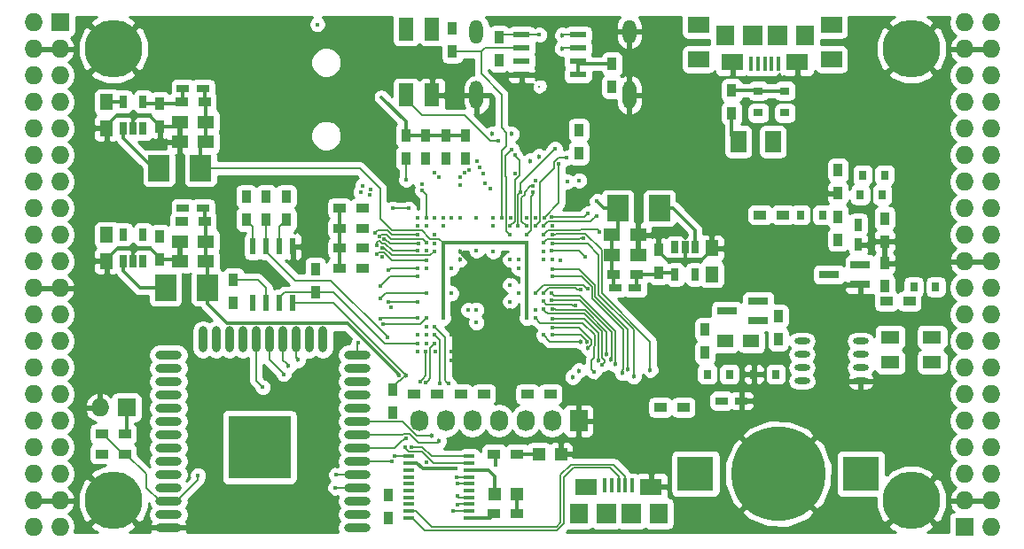
<source format=gbl>
G04 #@! TF.FileFunction,Copper,L4,Bot,Signal*
%FSLAX46Y46*%
G04 Gerber Fmt 4.6, Leading zero omitted, Abs format (unit mm)*
G04 Created by KiCad (PCBNEW 4.0.5+dfsg1-4) date Fri May  5 14:20:23 2017*
%MOMM*%
%LPD*%
G01*
G04 APERTURE LIST*
%ADD10C,0.100000*%
%ADD11R,3.500000X3.300000*%
%ADD12C,9.000000*%
%ADD13R,2.032000X1.524000*%
%ADD14R,2.000000X2.500000*%
%ADD15R,0.700000X1.200000*%
%ADD16R,1.250000X1.500000*%
%ADD17R,1.500000X1.250000*%
%ADD18R,1.524000X2.032000*%
%ADD19O,1.473200X0.609600*%
%ADD20R,0.800000X0.900000*%
%ADD21R,2.100000X1.600000*%
%ADD22R,1.900000X1.900000*%
%ADD23R,0.400000X1.350000*%
%ADD24R,1.800000X1.900000*%
%ADD25R,1.900000X0.800000*%
%ADD26R,1.200000X0.750000*%
%ADD27R,0.750000X1.200000*%
%ADD28R,0.900000X1.200000*%
%ADD29R,1.200000X0.900000*%
%ADD30O,1.300000X2.700000*%
%ADD31O,1.300000X2.300000*%
%ADD32R,0.600000X1.550000*%
%ADD33R,1.550000X0.600000*%
%ADD34O,2.500000X0.900000*%
%ADD35O,0.900000X2.500000*%
%ADD36R,6.000000X6.000000*%
%ADD37R,1.727200X1.727200*%
%ADD38O,1.727200X1.727200*%
%ADD39C,5.500000*%
%ADD40R,0.900000X0.800000*%
%ADD41R,1.000000X0.400000*%
%ADD42R,1.800000X1.200000*%
%ADD43R,1.400000X2.200000*%
%ADD44R,1.727200X2.032000*%
%ADD45O,1.727200X2.032000*%
%ADD46R,1.198880X1.198880*%
%ADD47C,0.400000*%
%ADD48C,0.454000*%
%ADD49C,0.190000*%
%ADD50C,0.300000*%
%ADD51C,0.200000*%
%ADD52C,0.254000*%
G04 APERTURE END LIST*
D10*
D11*
X174390000Y-105870000D03*
X158590000Y-105870000D03*
D12*
X166490000Y-105870000D03*
D13*
X171570000Y-62944000D03*
X171570000Y-66246000D03*
D14*
X107975000Y-88090000D03*
X111975000Y-88090000D03*
D15*
X105845000Y-85580000D03*
X104895000Y-85580000D03*
X103945000Y-85580000D03*
X103945000Y-82980000D03*
X105845000Y-82980000D03*
D14*
X155155000Y-80470000D03*
X151155000Y-80470000D03*
D15*
X156650000Y-84220000D03*
X157600000Y-84220000D03*
X158550000Y-84220000D03*
X158550000Y-86820000D03*
X156650000Y-86820000D03*
D14*
X107340000Y-76660000D03*
X111340000Y-76660000D03*
D15*
X105845000Y-72880000D03*
X104895000Y-72880000D03*
X103945000Y-72880000D03*
X103945000Y-70280000D03*
X105845000Y-70280000D03*
D16*
X102355000Y-70330000D03*
X102355000Y-72830000D03*
D17*
X111860000Y-85550000D03*
X109360000Y-85550000D03*
X111860000Y-83645000D03*
X109360000Y-83645000D03*
D16*
X102355000Y-83030000D03*
X102355000Y-85530000D03*
D17*
X150635000Y-84915000D03*
X153135000Y-84915000D03*
X150635000Y-83010000D03*
X153135000Y-83010000D03*
D16*
X160140000Y-86800000D03*
X160140000Y-84300000D03*
D17*
X111860000Y-72215000D03*
X109360000Y-72215000D03*
X111860000Y-74120000D03*
X109360000Y-74120000D03*
D18*
X162680000Y-74120000D03*
X165982000Y-74120000D03*
D13*
X158870000Y-66246000D03*
X158870000Y-62944000D03*
D19*
X174364000Y-93170000D03*
X174364000Y-94440000D03*
X174364000Y-95710000D03*
X174364000Y-96980000D03*
X168776000Y-96980000D03*
X168776000Y-95710000D03*
X168776000Y-94440000D03*
X168776000Y-93170000D03*
D17*
X161430000Y-93170000D03*
X163930000Y-93170000D03*
D20*
X159725000Y-96345000D03*
X161825000Y-96345000D03*
X179430000Y-88000000D03*
X181530000Y-88000000D03*
X176650000Y-77295000D03*
X174550000Y-77295000D03*
X170715000Y-81105000D03*
X168615000Y-81105000D03*
D21*
X154350000Y-107130000D03*
X148150000Y-107130000D03*
D22*
X152450000Y-109680000D03*
X150050000Y-109680000D03*
D23*
X152550000Y-107005000D03*
X151900000Y-107005000D03*
X151250000Y-107005000D03*
X150600000Y-107005000D03*
X149950000Y-107005000D03*
D24*
X155050000Y-109680000D03*
X147450000Y-109680000D03*
D21*
X162120000Y-66510000D03*
X168320000Y-66510000D03*
D22*
X164020000Y-63960000D03*
X166420000Y-63960000D03*
D23*
X163920000Y-66635000D03*
X164570000Y-66635000D03*
X165220000Y-66635000D03*
X165870000Y-66635000D03*
X166520000Y-66635000D03*
D24*
X161420000Y-63960000D03*
X169020000Y-63960000D03*
D25*
X164585000Y-89360000D03*
X164585000Y-91260000D03*
X161585000Y-90310000D03*
X174340000Y-85870000D03*
X174340000Y-87770000D03*
X171340000Y-86820000D03*
D26*
X111560000Y-80470000D03*
X109660000Y-80470000D03*
X150935000Y-88090000D03*
X152835000Y-88090000D03*
X111560000Y-69040000D03*
X109660000Y-69040000D03*
D27*
X174110000Y-82060000D03*
X174110000Y-83960000D03*
D28*
X159505000Y-94270000D03*
X159505000Y-92070000D03*
X176650000Y-87920000D03*
X176650000Y-85720000D03*
D29*
X179020000Y-89360000D03*
X176820000Y-89360000D03*
D28*
X176650000Y-81445000D03*
X176650000Y-83645000D03*
X166490000Y-90800000D03*
X166490000Y-93000000D03*
D29*
X155230000Y-99520000D03*
X157430000Y-99520000D03*
D28*
X172205000Y-81275000D03*
X172205000Y-83475000D03*
X129280000Y-107900000D03*
X129280000Y-110100000D03*
D29*
X166955000Y-81105000D03*
X164755000Y-81105000D03*
D28*
X172205000Y-76830000D03*
X172205000Y-79030000D03*
D29*
X111710000Y-81740000D03*
X109510000Y-81740000D03*
X111710000Y-70310000D03*
X109510000Y-70310000D03*
X150785000Y-86820000D03*
X152985000Y-86820000D03*
D28*
X107435000Y-85380000D03*
X107435000Y-83180000D03*
X107435000Y-72680000D03*
X107435000Y-70480000D03*
X155060000Y-84450000D03*
X155060000Y-86650000D03*
D29*
X126782000Y-86185000D03*
X124582000Y-86185000D03*
X126782000Y-84279000D03*
X124582000Y-84279000D03*
X126782000Y-82375000D03*
X124582000Y-82375000D03*
X126782000Y-80470000D03*
X124582000Y-80470000D03*
D28*
X130930000Y-75687000D03*
X130930000Y-73487000D03*
X132835000Y-75687000D03*
X132835000Y-73487000D03*
X134740000Y-75687000D03*
X134740000Y-73487000D03*
X136645000Y-75687000D03*
X136645000Y-73487000D03*
D30*
X152280000Y-69650000D03*
X137680000Y-69650000D03*
D31*
X137680000Y-63600000D03*
X152280000Y-63600000D03*
D32*
X116325000Y-84120000D03*
X117595000Y-84120000D03*
X118865000Y-84120000D03*
X120135000Y-84120000D03*
X120135000Y-89520000D03*
X118865000Y-89520000D03*
X117595000Y-89520000D03*
X116325000Y-89520000D03*
D26*
X161095000Y-98885000D03*
X162995000Y-98885000D03*
D33*
X141980000Y-67705000D03*
X141980000Y-66435000D03*
X141980000Y-65165000D03*
X141980000Y-63895000D03*
X147380000Y-63895000D03*
X147380000Y-65165000D03*
X147380000Y-66435000D03*
X147380000Y-67705000D03*
D20*
X166270000Y-96345000D03*
X164170000Y-96345000D03*
X174330000Y-79200000D03*
X176430000Y-79200000D03*
D34*
X126260434Y-111030338D03*
X126260434Y-109760338D03*
X126260434Y-108490338D03*
X126260434Y-107220338D03*
X126260434Y-105950338D03*
X126260434Y-104680338D03*
X126260434Y-103410338D03*
X126260434Y-102140338D03*
X126260434Y-100870338D03*
X126260434Y-99600338D03*
X126260434Y-98330338D03*
X126260434Y-97060338D03*
X126260434Y-95790338D03*
X126260434Y-94520338D03*
D35*
X122975434Y-93030338D03*
X121705434Y-93030338D03*
X120435434Y-93030338D03*
X119165434Y-93030338D03*
X117895434Y-93030338D03*
X116625434Y-93030338D03*
X115355434Y-93030338D03*
X114085434Y-93030338D03*
X112815434Y-93030338D03*
X111545434Y-93030338D03*
D34*
X108260434Y-94520338D03*
X108260434Y-95790338D03*
X108260434Y-97060338D03*
X108260434Y-98330338D03*
X108260434Y-99600338D03*
X108260434Y-100870338D03*
X108260434Y-102140338D03*
X108260434Y-103410338D03*
X108260434Y-104680338D03*
X108260434Y-105950338D03*
X108260434Y-107220338D03*
X108260434Y-108490338D03*
X108260434Y-109760338D03*
X108260434Y-111030338D03*
D36*
X116960434Y-103330338D03*
D37*
X97910000Y-62690000D03*
D38*
X95370000Y-62690000D03*
X97910000Y-65230000D03*
X95370000Y-65230000D03*
X97910000Y-67770000D03*
X95370000Y-67770000D03*
X97910000Y-70310000D03*
X95370000Y-70310000D03*
X97910000Y-72850000D03*
X95370000Y-72850000D03*
X97910000Y-75390000D03*
X95370000Y-75390000D03*
X97910000Y-77930000D03*
X95370000Y-77930000D03*
X97910000Y-80470000D03*
X95370000Y-80470000D03*
X97910000Y-83010000D03*
X95370000Y-83010000D03*
X97910000Y-85550000D03*
X95370000Y-85550000D03*
X97910000Y-88090000D03*
X95370000Y-88090000D03*
X97910000Y-90630000D03*
X95370000Y-90630000D03*
X97910000Y-93170000D03*
X95370000Y-93170000D03*
X97910000Y-95710000D03*
X95370000Y-95710000D03*
X97910000Y-98250000D03*
X95370000Y-98250000D03*
X97910000Y-100790000D03*
X95370000Y-100790000D03*
X97910000Y-103330000D03*
X95370000Y-103330000D03*
X97910000Y-105870000D03*
X95370000Y-105870000D03*
X97910000Y-108410000D03*
X95370000Y-108410000D03*
X97910000Y-110950000D03*
X95370000Y-110950000D03*
D37*
X184270000Y-110950000D03*
D38*
X186810000Y-110950000D03*
X184270000Y-108410000D03*
X186810000Y-108410000D03*
X184270000Y-105870000D03*
X186810000Y-105870000D03*
X184270000Y-103330000D03*
X186810000Y-103330000D03*
X184270000Y-100790000D03*
X186810000Y-100790000D03*
X184270000Y-98250000D03*
X186810000Y-98250000D03*
X184270000Y-95710000D03*
X186810000Y-95710000D03*
X184270000Y-93170000D03*
X186810000Y-93170000D03*
X184270000Y-90630000D03*
X186810000Y-90630000D03*
X184270000Y-88090000D03*
X186810000Y-88090000D03*
X184270000Y-85550000D03*
X186810000Y-85550000D03*
X184270000Y-83010000D03*
X186810000Y-83010000D03*
X184270000Y-80470000D03*
X186810000Y-80470000D03*
X184270000Y-77930000D03*
X186810000Y-77930000D03*
X184270000Y-75390000D03*
X186810000Y-75390000D03*
X184270000Y-72850000D03*
X186810000Y-72850000D03*
X184270000Y-70310000D03*
X186810000Y-70310000D03*
X184270000Y-67770000D03*
X186810000Y-67770000D03*
X184270000Y-65230000D03*
X186810000Y-65230000D03*
X184270000Y-62690000D03*
X186810000Y-62690000D03*
D39*
X102990000Y-108410000D03*
X179190000Y-108410000D03*
X179190000Y-65230000D03*
X102990000Y-65230000D03*
D40*
X167125000Y-69260000D03*
X167125000Y-71360000D03*
X164585000Y-69260000D03*
X164585000Y-71360000D03*
D28*
X162045000Y-71410000D03*
X162045000Y-69210000D03*
X139820000Y-66330000D03*
X139820000Y-64130000D03*
X135375000Y-63300000D03*
X135375000Y-65500000D03*
X150615000Y-68870000D03*
X150615000Y-66670000D03*
X147440000Y-75220000D03*
X147440000Y-73020000D03*
D41*
X137005000Y-104215000D03*
X137005000Y-104865000D03*
X137005000Y-105515000D03*
X137005000Y-106165000D03*
X137005000Y-106815000D03*
X137005000Y-107465000D03*
X137005000Y-108115000D03*
X137005000Y-108765000D03*
X137005000Y-109415000D03*
X137005000Y-110065000D03*
X131205000Y-110065000D03*
X131205000Y-109415000D03*
X131205000Y-108765000D03*
X131205000Y-108115000D03*
X131205000Y-107465000D03*
X131205000Y-106815000D03*
X131205000Y-106165000D03*
X131205000Y-105515000D03*
X131205000Y-104865000D03*
X131205000Y-104215000D03*
D28*
X119500000Y-79370000D03*
X119500000Y-81570000D03*
X114480000Y-89500000D03*
X114480000Y-87300000D03*
X129660000Y-99985000D03*
X129660000Y-97785000D03*
X117595000Y-79370000D03*
X117595000Y-81570000D03*
X122280000Y-86300000D03*
X122280000Y-88500000D03*
X115690000Y-79370000D03*
X115690000Y-81570000D03*
D29*
X144730000Y-98250000D03*
X142530000Y-98250000D03*
X138380000Y-98250000D03*
X136180000Y-98250000D03*
X131735000Y-98250000D03*
X133935000Y-98250000D03*
X101890000Y-103965000D03*
X104090000Y-103965000D03*
D42*
X177190000Y-95200000D03*
X181190000Y-95200000D03*
X181190000Y-92800000D03*
X177190000Y-92800000D03*
D43*
X133450000Y-63350000D03*
X133450000Y-69650000D03*
X130950000Y-69650000D03*
X130950000Y-63350000D03*
D37*
X104260000Y-99520000D03*
D38*
X101720000Y-99520000D03*
D44*
X147440000Y-100790000D03*
D45*
X144900000Y-100790000D03*
X142360000Y-100790000D03*
X139820000Y-100790000D03*
X137280000Y-100790000D03*
X134740000Y-100790000D03*
X132200000Y-100790000D03*
D29*
X101890000Y-102060000D03*
X104090000Y-102060000D03*
D46*
X143630980Y-104000000D03*
X145729020Y-104000000D03*
X141504020Y-107775000D03*
X139405980Y-107775000D03*
D29*
X139355000Y-103965000D03*
X141555000Y-103965000D03*
X139355000Y-109680000D03*
X141555000Y-109680000D03*
D47*
X145680000Y-85422010D03*
X146474680Y-71591464D03*
X147980000Y-71421198D03*
X144973174Y-71597397D03*
X100017740Y-79439515D03*
X132880424Y-84565132D03*
X133710711Y-94200625D03*
X143480000Y-71900000D03*
X141986140Y-71899854D03*
X144080000Y-84600000D03*
X145680000Y-94200000D03*
X136080000Y-89400000D03*
X140880000Y-90200000D03*
X135280000Y-95000000D03*
X135280000Y-94200000D03*
X142480000Y-94200000D03*
X140880000Y-93400000D03*
X139280000Y-93400000D03*
X137680000Y-93400000D03*
X136080000Y-93400000D03*
X136880000Y-92600000D03*
X135280000Y-92600000D03*
X132880000Y-91800000D03*
X132880000Y-93400000D03*
X132880000Y-82200000D03*
D48*
X139282888Y-90185466D03*
X141042859Y-86994997D03*
X139280000Y-87000000D03*
X136110990Y-86995403D03*
X139280000Y-88600000D03*
X137680000Y-87000000D03*
X136080000Y-84600000D03*
D47*
X149185000Y-79800000D03*
X137665894Y-91402446D03*
X135273306Y-88618602D03*
X139272517Y-84611349D03*
X137680556Y-84534085D03*
X141680000Y-86200000D03*
X135280000Y-86200000D03*
X132880000Y-92600000D03*
X132080000Y-92600000D03*
X141680000Y-88600000D03*
X141680000Y-85400000D03*
X130307011Y-96427632D03*
X140880000Y-89400000D03*
X137680000Y-90172990D03*
X140880000Y-87800000D03*
X140880000Y-85400000D03*
X136880000Y-90200000D03*
D48*
X136080000Y-85400000D03*
D47*
X139280000Y-82200000D03*
X142480000Y-91000000D03*
X142480000Y-83800000D03*
X134480000Y-83800000D03*
X134480000Y-91000000D03*
X135884156Y-106800406D03*
X134989952Y-97239158D03*
X133680000Y-91800000D03*
D48*
X134074414Y-102752225D03*
D47*
X135855186Y-108022639D03*
X134198152Y-97269984D03*
D48*
X133449289Y-102232615D03*
D47*
X133680000Y-92600000D03*
X129563728Y-104680338D03*
X132918584Y-104800000D03*
X135853254Y-108792386D03*
X132849983Y-97161003D03*
X133685668Y-93402482D03*
X132322256Y-97030173D03*
X135471949Y-109409592D03*
X132858000Y-94197073D03*
X130930000Y-102458384D03*
X122480000Y-62900000D03*
D48*
X145851858Y-65189228D03*
X145873729Y-63920849D03*
D47*
X143680000Y-63900000D03*
X140080000Y-81400000D03*
X129300895Y-86421505D03*
X132080000Y-86200000D03*
X117280000Y-97600000D03*
X119260183Y-96350895D03*
D48*
X119709193Y-95550883D03*
X120634035Y-94977604D03*
D47*
X147480000Y-77822010D03*
X146387166Y-77918991D03*
X129500486Y-89949358D03*
X131453853Y-103296209D03*
X144885216Y-91021238D03*
D48*
X149288902Y-95043868D03*
D47*
X144885689Y-90132858D03*
D48*
X150129901Y-94414903D03*
D47*
X144890381Y-83866022D03*
D48*
X152680000Y-96550990D03*
D47*
X144894101Y-83022010D03*
D48*
X154275598Y-95924907D03*
D47*
X144901285Y-86268736D03*
D48*
X152118693Y-95894785D03*
X151619585Y-96228215D03*
D47*
X144888562Y-86993817D03*
D48*
X150902589Y-95397137D03*
D47*
X144877648Y-88622010D03*
X144869421Y-89288847D03*
D48*
X150496552Y-94981555D03*
X148342288Y-93839222D03*
D47*
X144882782Y-91877646D03*
D48*
X147644473Y-93229475D03*
D47*
X144080000Y-92600000D03*
D48*
X148224044Y-93270369D03*
D47*
X144882352Y-92577990D03*
D48*
X130952023Y-96441355D03*
D47*
X129165097Y-92798691D03*
X132080000Y-93400000D03*
X132080000Y-94200000D03*
X128649840Y-85087828D03*
X111080000Y-106000000D03*
X129300093Y-89445563D03*
X132080000Y-89444020D03*
X130839486Y-103354982D03*
X132880000Y-86200000D03*
X129880000Y-104200000D03*
X128480868Y-89100504D03*
X132880000Y-88600000D03*
X135778649Y-106163691D03*
X124253981Y-105982535D03*
X128480531Y-87939482D03*
X132080000Y-87000000D03*
X126419021Y-93309408D03*
X124202418Y-107207639D03*
X139782500Y-74073458D03*
D48*
X139185419Y-73378045D03*
X141029139Y-73391006D03*
X143625670Y-75521246D03*
X142775852Y-75939146D03*
D47*
X135274882Y-81390604D03*
X134480367Y-81390604D03*
X134058357Y-77465303D03*
X133668154Y-77111081D03*
X126773709Y-78308800D03*
X126604386Y-78926444D03*
X127445822Y-79226361D03*
X127566271Y-78713298D03*
X132504562Y-78200000D03*
X132505009Y-78796823D03*
X132884441Y-81391117D03*
X128015079Y-82815439D03*
X132084319Y-83022010D03*
X128394914Y-83180771D03*
X132886504Y-83777990D03*
X128874210Y-83399899D03*
X132117443Y-83866021D03*
X128177048Y-84024868D03*
X132032194Y-84565132D03*
X128656426Y-84243816D03*
X133671942Y-84595200D03*
X128149677Y-84889870D03*
X132875802Y-85421990D03*
D48*
X146880000Y-96600000D03*
X147440156Y-96014538D03*
D47*
X148880000Y-96100000D03*
X143280000Y-91000000D03*
X144082424Y-90132858D03*
X149700826Y-95417640D03*
X147123968Y-89767616D03*
X144035793Y-89397606D03*
X143281824Y-90201951D03*
X144080517Y-85397219D03*
X144886544Y-85385186D03*
X149400006Y-82723643D03*
X144080000Y-83000000D03*
X144885092Y-82177990D03*
X147595986Y-88289581D03*
X144082832Y-88584510D03*
X148280000Y-88177990D03*
X143278026Y-88595030D03*
X149129066Y-81214474D03*
X144076901Y-82186448D03*
X148337768Y-80975785D03*
X144866392Y-81333979D03*
X139280000Y-81400000D03*
X139030990Y-78600803D03*
X138474753Y-78117762D03*
X138291969Y-77164182D03*
X137754556Y-75974186D03*
X137974958Y-76577236D03*
X137680000Y-81400000D03*
X136967862Y-76797850D03*
X136540508Y-77107981D03*
X136123321Y-77473680D03*
X136102010Y-78268593D03*
X136080000Y-81400000D03*
X148063983Y-85114902D03*
X144877691Y-84532933D03*
X147880000Y-83319858D03*
X144080000Y-83800000D03*
X143019945Y-78903038D03*
X142473549Y-82998913D03*
X143086704Y-78380271D03*
X142457990Y-82191394D03*
X145520358Y-76270654D03*
X144146021Y-81374784D03*
X143323210Y-77837480D03*
X146289107Y-75636632D03*
X143302010Y-82194992D03*
X143302010Y-81381735D03*
X145172870Y-74792620D03*
X141853043Y-78968642D03*
X141657990Y-82130345D03*
X142457990Y-81382236D03*
X140924011Y-81375594D03*
X141346021Y-77170289D03*
X141046643Y-74873804D03*
X140864029Y-83041403D03*
X141329877Y-75415642D03*
X140902010Y-82179283D03*
X133680000Y-82977990D03*
X132080000Y-81400000D03*
X132080000Y-82177990D03*
X130976883Y-77755103D03*
X133680000Y-81400000D03*
X133680000Y-83822010D03*
X128751569Y-91548991D03*
X132880000Y-91000000D03*
X128512456Y-91079346D03*
X132077648Y-90977990D03*
X129680000Y-80500000D03*
X131180000Y-80500000D03*
X134480000Y-82200000D03*
X139480000Y-105000000D03*
X135680000Y-105400000D03*
D49*
X143680000Y-68900000D02*
X143780000Y-68800000D01*
D50*
X137680000Y-86200000D02*
X137680000Y-86600000D01*
X136080000Y-84600000D02*
X137680000Y-86200000D01*
X139280000Y-90182578D02*
X139282888Y-90185466D01*
X139280000Y-88600000D02*
X139280000Y-90182578D01*
X159215000Y-85350000D02*
X157600000Y-85350000D01*
X157600000Y-85350000D02*
X155810000Y-85350000D01*
X157600000Y-84220000D02*
X157600000Y-85350000D01*
X160140000Y-84300000D02*
X160140000Y-84425000D01*
X160140000Y-84425000D02*
X159215000Y-85350000D01*
X155810000Y-85350000D02*
X155060000Y-84600000D01*
X155060000Y-84600000D02*
X155060000Y-84450000D01*
X109360000Y-85550000D02*
X109360000Y-83645000D01*
X107435000Y-85380000D02*
X109190000Y-85380000D01*
X109190000Y-85380000D02*
X109360000Y-85550000D01*
X102355000Y-85530000D02*
X102355000Y-85345398D01*
X102355000Y-85345398D02*
X103420398Y-84280000D01*
X103420398Y-84280000D02*
X104895000Y-84280000D01*
X102355000Y-72830000D02*
X102355000Y-72594893D01*
X102355000Y-72594893D02*
X103369893Y-71580000D01*
X103369893Y-71580000D02*
X104895000Y-71580000D01*
X104895000Y-71580000D02*
X106405626Y-71580000D01*
X106405626Y-71580000D02*
X107435000Y-72609374D01*
X107435000Y-72609374D02*
X107435000Y-72680000D01*
X106485000Y-84280000D02*
X104895000Y-84280000D01*
X104895000Y-85580000D02*
X104895000Y-84280000D01*
X107435000Y-85380000D02*
X107435000Y-85230000D01*
X107435000Y-85230000D02*
X106485000Y-84280000D01*
X104895000Y-71580000D02*
X104895000Y-72880000D01*
X109360000Y-72215000D02*
X109360000Y-74120000D01*
X107435000Y-72680000D02*
X108895000Y-72680000D01*
X108895000Y-72680000D02*
X109360000Y-72215000D01*
X109340000Y-72195000D02*
X109360000Y-72215000D01*
X141037856Y-87000000D02*
X141042859Y-86994997D01*
X139280000Y-87000000D02*
X141037856Y-87000000D01*
X136432016Y-86995403D02*
X136110990Y-86995403D01*
X137284597Y-86995403D02*
X136432016Y-86995403D01*
X137680000Y-86600000D02*
X137284597Y-86995403D01*
X137680000Y-86600000D02*
X137680000Y-87000000D01*
X162045000Y-71410000D02*
X162045000Y-73485000D01*
X162045000Y-73485000D02*
X162680000Y-74120000D01*
X102355000Y-70330000D02*
X103895000Y-70330000D01*
X103895000Y-70330000D02*
X103945000Y-70280000D01*
X151155000Y-80470000D02*
X149855000Y-80470000D01*
X149855000Y-80470000D02*
X149185000Y-79800000D01*
X150785000Y-86820000D02*
X150785000Y-87940000D01*
X150785000Y-87940000D02*
X150935000Y-88090000D01*
X150635000Y-84915000D02*
X150635000Y-86670000D01*
X150635000Y-86670000D02*
X150785000Y-86820000D01*
X150635000Y-83010000D02*
X150635000Y-84915000D01*
X151155000Y-80470000D02*
X151155000Y-82490000D01*
X151155000Y-82490000D02*
X150635000Y-83010000D01*
X103945000Y-85580000D02*
X103945000Y-86480000D01*
X103945000Y-86480000D02*
X105555000Y-88090000D01*
X105555000Y-88090000D02*
X106675000Y-88090000D01*
X106675000Y-88090000D02*
X107975000Y-88090000D01*
X155155000Y-80470000D02*
X156455000Y-80470000D01*
X156455000Y-80470000D02*
X158550000Y-82565000D01*
X158550000Y-82565000D02*
X158550000Y-83320000D01*
X158550000Y-83320000D02*
X158550000Y-84220000D01*
X130107012Y-96227633D02*
X130307011Y-96427632D01*
X125382707Y-91503328D02*
X130107012Y-96227633D01*
X113838328Y-91503328D02*
X125382707Y-91503328D01*
X111975000Y-89640000D02*
X113838328Y-91503328D01*
X111975000Y-88090000D02*
X111975000Y-89640000D01*
X111710000Y-81740000D02*
X111710000Y-80620000D01*
X111710000Y-80620000D02*
X111560000Y-80470000D01*
X111860000Y-83645000D02*
X111860000Y-81890000D01*
X111860000Y-81890000D02*
X111710000Y-81740000D01*
X111860000Y-83645000D02*
X111860000Y-85550000D01*
X111975000Y-88090000D02*
X111975000Y-85665000D01*
X111975000Y-85665000D02*
X111860000Y-85550000D01*
D49*
X112530000Y-76660000D02*
X111340000Y-76660000D01*
X134080000Y-83400000D02*
X133280000Y-83400000D01*
X128480000Y-78600000D02*
X126540000Y-76660000D01*
X129594910Y-82600000D02*
X128480000Y-81485090D01*
X132480000Y-82600000D02*
X129594910Y-82600000D01*
X133280000Y-83400000D02*
X132480000Y-82600000D01*
X128480000Y-81485090D02*
X128480000Y-78600000D01*
X126540000Y-76660000D02*
X112530000Y-76660000D01*
X134480000Y-83800000D02*
X134080000Y-83400000D01*
D50*
X142480000Y-83800000D02*
X142480000Y-91000000D01*
X134480000Y-83800000D02*
X142480000Y-83800000D01*
X134480000Y-91000000D02*
X134480000Y-83800000D01*
X111710000Y-70310000D02*
X111710000Y-69190000D01*
X111710000Y-69190000D02*
X111560000Y-69040000D01*
X111860000Y-72215000D02*
X111860000Y-70460000D01*
X111860000Y-70460000D02*
X111710000Y-70310000D01*
X111860000Y-74120000D02*
X111860000Y-72215000D01*
X111340000Y-76660000D02*
X111340000Y-74640000D01*
X111340000Y-74640000D02*
X111860000Y-74120000D01*
X103945000Y-72880000D02*
X103945000Y-73780000D01*
X106825000Y-76660000D02*
X107340000Y-76660000D01*
X103945000Y-73780000D02*
X106825000Y-76660000D01*
X152985000Y-86820000D02*
X152985000Y-87940000D01*
X152985000Y-87940000D02*
X152835000Y-88090000D01*
X155060000Y-86650000D02*
X156480000Y-86650000D01*
X156480000Y-86650000D02*
X156650000Y-86820000D01*
X152985000Y-86820000D02*
X154890000Y-86820000D01*
X154890000Y-86820000D02*
X155060000Y-86650000D01*
X107435000Y-70480000D02*
X106045000Y-70480000D01*
X106045000Y-70480000D02*
X105845000Y-70280000D01*
X107435000Y-70480000D02*
X109340000Y-70480000D01*
X109340000Y-70480000D02*
X109510000Y-70310000D01*
X109660000Y-69040000D02*
X109660000Y-70160000D01*
X109660000Y-70160000D02*
X109510000Y-70310000D01*
D49*
X137005000Y-106815000D02*
X135898750Y-106815000D01*
X135898750Y-106815000D02*
X135884156Y-106800406D01*
X134789953Y-97039159D02*
X134989952Y-97239158D01*
X134680000Y-96929206D02*
X134789953Y-97039159D01*
X133680000Y-91800000D02*
X134680000Y-92800000D01*
X134680000Y-92800000D02*
X134680000Y-96929206D01*
X130623484Y-102140338D02*
X130727439Y-102036383D01*
X126260434Y-102140338D02*
X130623484Y-102140338D01*
X130727439Y-102036383D02*
X131310378Y-102036383D01*
X133936813Y-102889826D02*
X134074414Y-102752225D01*
X132163821Y-102889826D02*
X133936813Y-102889826D01*
X131310378Y-102036383D02*
X132163821Y-102889826D01*
X137005000Y-108115000D02*
X135947547Y-108115000D01*
X135947547Y-108115000D02*
X135855186Y-108022639D01*
X134198152Y-93118152D02*
X134198152Y-96987142D01*
X133680000Y-92600000D02*
X134198152Y-93118152D01*
X134198152Y-96987142D02*
X134198152Y-97269984D01*
X133128263Y-102232615D02*
X133449289Y-102232615D01*
X131954931Y-102232615D02*
X133128263Y-102232615D01*
X126260434Y-100870338D02*
X130592654Y-100870338D01*
X130592654Y-100870338D02*
X131954931Y-102232615D01*
X126260434Y-104680338D02*
X129563728Y-104680338D01*
X137005000Y-108765000D02*
X135880640Y-108765000D01*
X135880640Y-108765000D02*
X135853254Y-108792386D01*
X133049982Y-96961004D02*
X132849983Y-97161003D01*
X133280576Y-96730410D02*
X133049982Y-96961004D01*
X133280576Y-93807574D02*
X133280576Y-96730410D01*
X133685668Y-93402482D02*
X133280576Y-93807574D01*
X132522255Y-96830174D02*
X132322256Y-97030173D01*
X132858000Y-96494429D02*
X132522255Y-96830174D01*
X132858000Y-94197073D02*
X132858000Y-96494429D01*
X137005000Y-109415000D02*
X135477357Y-109415000D01*
X135477357Y-109415000D02*
X135471949Y-109409592D01*
X126260434Y-103410338D02*
X129880000Y-103410338D01*
X130730001Y-102658383D02*
X130631955Y-102658383D01*
X130631955Y-102658383D02*
X129880000Y-103410338D01*
X130930000Y-102458384D02*
X130730001Y-102658383D01*
D50*
X124582000Y-84279000D02*
X124582000Y-86185000D01*
X124582000Y-82375000D02*
X124582000Y-84279000D01*
X124582000Y-80470000D02*
X124582000Y-82375000D01*
X128779999Y-70060978D02*
X128580000Y-69860979D01*
X130930000Y-72210979D02*
X128779999Y-70060978D01*
X130930000Y-73487000D02*
X130930000Y-72210979D01*
X134740000Y-73487000D02*
X136645000Y-73487000D01*
X132835000Y-73487000D02*
X134740000Y-73487000D01*
X130930000Y-73487000D02*
X132835000Y-73487000D01*
D49*
X145876086Y-65165000D02*
X145851858Y-65189228D01*
X147380000Y-65165000D02*
X145876086Y-65165000D01*
X145899578Y-63895000D02*
X145873729Y-63920849D01*
X147380000Y-63895000D02*
X145899578Y-63895000D01*
X143680000Y-63900000D02*
X141985000Y-63900000D01*
X141985000Y-63900000D02*
X141980000Y-63895000D01*
X141980000Y-63895000D02*
X140055000Y-63895000D01*
X140055000Y-63895000D02*
X139820000Y-64130000D01*
X138115000Y-67635000D02*
X138115000Y-65500000D01*
X140080000Y-69600000D02*
X138115000Y-67635000D01*
X140513618Y-73234098D02*
X140080000Y-72800480D01*
X140080000Y-74951680D02*
X140513618Y-74518062D01*
X140080000Y-72800480D02*
X140080000Y-69600000D01*
X140513618Y-74518062D02*
X140513618Y-73234098D01*
X140080000Y-81400000D02*
X140080000Y-74951680D01*
X135375000Y-65500000D02*
X138115000Y-65500000D01*
X138115000Y-65500000D02*
X138450000Y-65165000D01*
X138450000Y-65165000D02*
X141980000Y-65165000D01*
D50*
X147380000Y-67705000D02*
X147380000Y-66435000D01*
X150615000Y-66670000D02*
X147615000Y-66670000D01*
X147615000Y-66670000D02*
X147380000Y-66435000D01*
D49*
X132080000Y-86200000D02*
X129522400Y-86200000D01*
X129500894Y-86221506D02*
X129300895Y-86421505D01*
X129522400Y-86200000D02*
X129500894Y-86221506D01*
X117280000Y-97600000D02*
X116625434Y-96945434D01*
X116625434Y-96945434D02*
X116625434Y-93536964D01*
X116625434Y-93536964D02*
X116625434Y-93030338D01*
X119060184Y-96150896D02*
X119260183Y-96350895D01*
X117895434Y-94986146D02*
X119060184Y-96150896D01*
X117895434Y-93030338D02*
X117895434Y-94986146D01*
X117895434Y-93030338D02*
X117895434Y-93830338D01*
X119482194Y-95323884D02*
X119709193Y-95550883D01*
X119165434Y-95007124D02*
X119482194Y-95323884D01*
X119165434Y-93030338D02*
X119165434Y-95007124D01*
X120435434Y-93030338D02*
X120435434Y-94779003D01*
X120435434Y-94779003D02*
X120634035Y-94977604D01*
D50*
X164585000Y-69260000D02*
X167125000Y-69260000D01*
X162045000Y-69210000D02*
X164535000Y-69210000D01*
X164535000Y-69210000D02*
X164585000Y-69260000D01*
D49*
X131736695Y-103296209D02*
X131453853Y-103296209D01*
X132487676Y-103296209D02*
X131736695Y-103296209D01*
X133406467Y-104215000D02*
X132487676Y-103296209D01*
X137005000Y-104215000D02*
X133406467Y-104215000D01*
X137005000Y-104215000D02*
X136705000Y-104215000D01*
X145168058Y-91021238D02*
X144885216Y-91021238D01*
X147949559Y-91021238D02*
X145168058Y-91021238D01*
X149307067Y-92378746D02*
X147949559Y-91021238D01*
X149307067Y-94704677D02*
X149307067Y-92378746D01*
X149288902Y-94722842D02*
X149307067Y-94704677D01*
X149288902Y-95043868D02*
X149288902Y-94722842D01*
X145168531Y-90132858D02*
X144885689Y-90132858D01*
X150129901Y-92304938D02*
X148014587Y-90189624D01*
X150129901Y-94414903D02*
X150129901Y-92304938D01*
X148014587Y-90189624D02*
X145225297Y-90189624D01*
X145225297Y-90189624D02*
X145168531Y-90132858D01*
X148279859Y-83866022D02*
X145173223Y-83866022D01*
X149336023Y-84922186D02*
X148279859Y-83866022D01*
X149336023Y-88747175D02*
X149336023Y-84922186D01*
X152680000Y-92091152D02*
X149336023Y-88747175D01*
X145173223Y-83866022D02*
X144890381Y-83866022D01*
D51*
X152680000Y-96550990D02*
X152680000Y-92091152D01*
D49*
X149653034Y-84468330D02*
X148082561Y-82897857D01*
X149653034Y-88601724D02*
X149653034Y-84468330D01*
X145279087Y-82919866D02*
X145176943Y-83022010D01*
X147677439Y-82897857D02*
X147655430Y-82919866D01*
X154275598Y-93224288D02*
X149653034Y-88601724D01*
X147655430Y-82919866D02*
X145279087Y-82919866D01*
X148082561Y-82897857D02*
X147677439Y-82897857D01*
X145176943Y-83022010D02*
X144894101Y-83022010D01*
D51*
X154275598Y-95924907D02*
X154275598Y-93224288D01*
D49*
X145184127Y-86268736D02*
X144901285Y-86268736D01*
X147421619Y-86268736D02*
X145184127Y-86268736D01*
X149019012Y-87866129D02*
X147421619Y-86268736D01*
X149019012Y-88942371D02*
X149019012Y-87866129D01*
X152118693Y-92042052D02*
X149019012Y-88942371D01*
X152118693Y-95894785D02*
X152118693Y-92042052D01*
X148702001Y-89073681D02*
X151668601Y-92040281D01*
X151668601Y-92040281D02*
X151668601Y-95858173D01*
X151668601Y-95858173D02*
X151619585Y-95907189D01*
X151619585Y-95907189D02*
X151619585Y-96228215D01*
X144888562Y-86993817D02*
X147698379Y-86993817D01*
X147698379Y-86993817D02*
X148702001Y-87997439D01*
X148702001Y-87997439D02*
X148702001Y-89073681D01*
X147546972Y-88822009D02*
X150945554Y-92220591D01*
X145077647Y-88822009D02*
X147546972Y-88822009D01*
X150945554Y-95354172D02*
X150902589Y-95397137D01*
X150945554Y-92220591D02*
X150945554Y-95354172D01*
X144877648Y-88622010D02*
X145077647Y-88822009D01*
X150578903Y-92302261D02*
X147565489Y-89288847D01*
X150578903Y-94899204D02*
X150578903Y-92302261D01*
X145152263Y-89288847D02*
X144869421Y-89288847D01*
X147565489Y-89288847D02*
X145152263Y-89288847D01*
X150496552Y-94981555D02*
X150578903Y-94899204D01*
X148673045Y-93054848D02*
X148673045Y-93485890D01*
X148569287Y-93612223D02*
X148342288Y-93839222D01*
X148673045Y-93485890D02*
X148569287Y-93589648D01*
X147495843Y-91877646D02*
X148673045Y-93054848D01*
X148569287Y-93589648D02*
X148569287Y-93612223D01*
X144882782Y-91877646D02*
X147495843Y-91877646D01*
X147323447Y-93229475D02*
X147644473Y-93229475D01*
X144080000Y-92600000D02*
X144709475Y-93229475D01*
X144709475Y-93229475D02*
X147323447Y-93229475D01*
X147657510Y-92577990D02*
X148224044Y-93144524D01*
X144882352Y-92577990D02*
X147657510Y-92577990D01*
X148224044Y-93144524D02*
X148224044Y-93270369D01*
X118865000Y-84120000D02*
X118865000Y-82205000D01*
X118865000Y-82205000D02*
X119500000Y-81570000D01*
X116780000Y-87300000D02*
X117595000Y-88115000D01*
X117595000Y-88115000D02*
X117595000Y-89520000D01*
X114480000Y-87300000D02*
X116780000Y-87300000D01*
X120135000Y-89520000D02*
X123996192Y-89520000D01*
X123996192Y-89520000D02*
X130917547Y-96441355D01*
X130917547Y-96441355D02*
X130952023Y-96441355D01*
X130725024Y-96668354D02*
X130952023Y-96441355D01*
X130300000Y-96995000D02*
X130398378Y-96995000D01*
X130398378Y-96995000D02*
X130725024Y-96668354D01*
X129660000Y-97635000D02*
X130300000Y-96995000D01*
X129660000Y-97785000D02*
X129660000Y-97635000D01*
X128965098Y-92598692D02*
X129165097Y-92798691D01*
X123771615Y-87405209D02*
X128965098Y-92598692D01*
X117595000Y-84595000D02*
X120405209Y-87405209D01*
X117595000Y-84120000D02*
X117595000Y-84595000D01*
X120405209Y-87405209D02*
X123771615Y-87405209D01*
X117595000Y-84120000D02*
X117595000Y-81570000D01*
X118865000Y-89520000D02*
X118865000Y-89045000D01*
X118865000Y-89045000D02*
X119387001Y-88522999D01*
X119387001Y-88522999D02*
X124051238Y-88522999D01*
X132079742Y-93399742D02*
X132080000Y-93400000D01*
X124051238Y-88522999D02*
X128927981Y-93399742D01*
X128927981Y-93399742D02*
X132079742Y-93399742D01*
X116325000Y-84120000D02*
X116325000Y-82205000D01*
X116325000Y-82205000D02*
X115690000Y-81570000D01*
X111080000Y-106000000D02*
X111080000Y-106470772D01*
X111080000Y-106470772D02*
X109060434Y-108490338D01*
X109060434Y-108490338D02*
X108260434Y-108490338D01*
X106165000Y-105890000D02*
X106165000Y-107194904D01*
X106165000Y-107194904D02*
X107460434Y-108490338D01*
X107460434Y-108490338D02*
X108260434Y-108490338D01*
X104090000Y-103965000D02*
X104240000Y-103965000D01*
X104240000Y-103965000D02*
X106165000Y-105890000D01*
X101890000Y-102060000D02*
X102040000Y-102060000D01*
X102040000Y-102060000D02*
X103945000Y-103965000D01*
X103945000Y-103965000D02*
X104090000Y-103965000D01*
X129301636Y-89444020D02*
X129300093Y-89445563D01*
X132080000Y-89444020D02*
X129301636Y-89444020D01*
X133608146Y-104865000D02*
X132461356Y-103718210D01*
X132461356Y-103718210D02*
X131202714Y-103718210D01*
X131039485Y-103554981D02*
X130839486Y-103354982D01*
X131202714Y-103718210D02*
X131039485Y-103554981D01*
X137005000Y-104865000D02*
X133608146Y-104865000D01*
X137005000Y-104865000D02*
X136315000Y-104865000D01*
X130500000Y-104200000D02*
X129880000Y-104200000D01*
X131205000Y-104215000D02*
X130515000Y-104215000D01*
X130515000Y-104215000D02*
X130500000Y-104200000D01*
X128680867Y-88900505D02*
X128480868Y-89100504D01*
X128981372Y-88600000D02*
X128680867Y-88900505D01*
X132880000Y-88600000D02*
X128981372Y-88600000D01*
X137005000Y-106165000D02*
X135779958Y-106165000D01*
X135779958Y-106165000D02*
X135778649Y-106163691D01*
X136940000Y-106100000D02*
X137005000Y-106165000D01*
X126260434Y-105950338D02*
X124286178Y-105950338D01*
X124286178Y-105950338D02*
X124253981Y-105982535D01*
X132080000Y-87000000D02*
X129420013Y-87000000D01*
X129420013Y-87000000D02*
X128680530Y-87739483D01*
X128680530Y-87739483D02*
X128480531Y-87939482D01*
X126260434Y-94520338D02*
X126260434Y-93467995D01*
X126260434Y-93467995D02*
X126419021Y-93309408D01*
X126260434Y-107220338D02*
X124215117Y-107220338D01*
X124215117Y-107220338D02*
X124202418Y-107207639D01*
X139007987Y-74073458D02*
X139499658Y-74073458D01*
X130950000Y-69650000D02*
X130950000Y-70050000D01*
X132500000Y-71600000D02*
X136534529Y-71600000D01*
X136534529Y-71600000D02*
X139007987Y-74073458D01*
X130950000Y-70050000D02*
X132500000Y-71600000D01*
X139499658Y-74073458D02*
X139782500Y-74073458D01*
X146936142Y-105298181D02*
X150408181Y-105298181D01*
X146033671Y-110644713D02*
X146033671Y-106200652D01*
X150408181Y-105298181D02*
X151250000Y-106140000D01*
X151250000Y-106140000D02*
X151250000Y-107005000D01*
X132740000Y-111300000D02*
X145378384Y-111300000D01*
X145378384Y-111300000D02*
X146033671Y-110644713D01*
X146033671Y-106200652D02*
X146936142Y-105298181D01*
X131505000Y-110065000D02*
X132740000Y-111300000D01*
X131205000Y-110065000D02*
X131505000Y-110065000D01*
X145315793Y-110914270D02*
X145716660Y-110513403D01*
X131205000Y-109415000D02*
X131895000Y-109415000D01*
X146728058Y-104981170D02*
X150741170Y-104981170D01*
X131895000Y-109415000D02*
X133394270Y-110914270D01*
X133394270Y-110914270D02*
X145315793Y-110914270D01*
X145716660Y-110513403D02*
X145716660Y-105992568D01*
X145716660Y-105992568D02*
X146728058Y-104981170D01*
X150741170Y-104981170D02*
X151900000Y-106140000D01*
X151900000Y-106140000D02*
X151900000Y-107005000D01*
X132705008Y-78996822D02*
X132505009Y-78796823D01*
X132884441Y-81391117D02*
X132884441Y-79176255D01*
X132884441Y-79176255D02*
X132705008Y-78996822D01*
X129162030Y-82615440D02*
X128215078Y-82615440D01*
X128215078Y-82615440D02*
X128015079Y-82815439D01*
X132084319Y-83022010D02*
X129568600Y-83022010D01*
X129568600Y-83022010D02*
X129162030Y-82615440D01*
X128594913Y-82980772D02*
X128394914Y-83180771D01*
X129542280Y-83444011D02*
X129075659Y-82977390D01*
X128598295Y-82977390D02*
X128594913Y-82980772D01*
X129075659Y-82977390D02*
X128598295Y-82977390D01*
X132552525Y-83444011D02*
X129542280Y-83444011D01*
X132886504Y-83777990D02*
X132552525Y-83444011D01*
X128932099Y-83399899D02*
X128874210Y-83399899D01*
X129398221Y-83866021D02*
X128932099Y-83399899D01*
X132117443Y-83866021D02*
X129398221Y-83866021D01*
X128452520Y-83602773D02*
X128316301Y-83602773D01*
X132032194Y-84565132D02*
X129642019Y-84565132D01*
X128671648Y-83821901D02*
X128452520Y-83602773D01*
X128316301Y-83602773D02*
X128177048Y-83742026D01*
X129642019Y-84565132D02*
X128898788Y-83821901D01*
X128177048Y-83742026D02*
X128177048Y-84024868D01*
X128898788Y-83821901D02*
X128671648Y-83821901D01*
X133277310Y-84989832D02*
X129611403Y-84989832D01*
X128865387Y-84243816D02*
X128656426Y-84243816D01*
X129611403Y-84989832D02*
X128865387Y-84243816D01*
X133671942Y-84595200D02*
X133277310Y-84989832D01*
X129588247Y-85421990D02*
X128832075Y-84665818D01*
X132875802Y-85421990D02*
X129588247Y-85421990D01*
X128373729Y-84665818D02*
X128349676Y-84689871D01*
X128832075Y-84665818D02*
X128373729Y-84665818D01*
X128349676Y-84689871D02*
X128149677Y-84889870D01*
X143280000Y-91000000D02*
X143735636Y-91455636D01*
X148990056Y-93617200D02*
X148880000Y-93727256D01*
X148880000Y-94788251D02*
X148680001Y-94988250D01*
X148880000Y-93727256D02*
X148880000Y-94788251D01*
X148990056Y-92610053D02*
X148990056Y-93617200D01*
X147835639Y-91455636D02*
X148990056Y-92610053D01*
X143735636Y-91455636D02*
X147835639Y-91455636D01*
X148680001Y-95900001D02*
X148880000Y-96100000D01*
X148680001Y-94988250D02*
X148680001Y-95900001D01*
X149700826Y-95417640D02*
X149900825Y-95217641D01*
X149900825Y-95016486D02*
X149624078Y-94739739D01*
X149900825Y-95217641D02*
X149900825Y-95016486D01*
X149624078Y-92247436D02*
X147932631Y-90555989D01*
X149624078Y-94739739D02*
X149624078Y-92247436D01*
X144505555Y-90555989D02*
X144282423Y-90332857D01*
X147932631Y-90555989D02*
X144505555Y-90555989D01*
X144282423Y-90332857D02*
X144082424Y-90132858D01*
X146784367Y-89710857D02*
X146841126Y-89767616D01*
X146841126Y-89767616D02*
X147123968Y-89767616D01*
X144035793Y-89397606D02*
X144349044Y-89710857D01*
X144349044Y-89710857D02*
X146784367Y-89710857D01*
X144480000Y-82600000D02*
X147526975Y-82600000D01*
X149200007Y-82523644D02*
X149400006Y-82723643D01*
X147603331Y-82523644D02*
X149200007Y-82523644D01*
X147526975Y-82600000D02*
X147603331Y-82523644D01*
X144080000Y-83000000D02*
X144480000Y-82600000D01*
X144082832Y-88584510D02*
X144550331Y-88117011D01*
X144550331Y-88117011D02*
X147140574Y-88117011D01*
X147140574Y-88117011D02*
X147313144Y-88289581D01*
X147313144Y-88289581D02*
X147595986Y-88289581D01*
X147902010Y-87800000D02*
X148080001Y-87977991D01*
X144073056Y-87800000D02*
X147902010Y-87800000D01*
X148080001Y-87977991D02*
X148280000Y-88177990D01*
X143278026Y-88595030D02*
X144073056Y-87800000D01*
X148929067Y-81414473D02*
X149129066Y-81214474D01*
X144076901Y-82186448D02*
X144507360Y-81755989D01*
X148587551Y-81755989D02*
X148929067Y-81414473D01*
X144507360Y-81755989D02*
X148587551Y-81755989D01*
X148137769Y-81175784D02*
X148337768Y-80975785D01*
X144866392Y-81333979D02*
X147979574Y-81333979D01*
X147979574Y-81333979D02*
X148137769Y-81175784D01*
X144877691Y-84532933D02*
X147482014Y-84532933D01*
X147863984Y-84914903D02*
X148063983Y-85114902D01*
X147482014Y-84532933D02*
X147863984Y-84914903D01*
X144435988Y-83444012D02*
X147473004Y-83444012D01*
X147597158Y-83319858D02*
X147880000Y-83319858D01*
X144080000Y-83800000D02*
X144435988Y-83444012D01*
X147473004Y-83444012D02*
X147597158Y-83319858D01*
X143019945Y-79185880D02*
X143019945Y-78903038D01*
X142879991Y-82592471D02*
X142879991Y-79325834D01*
X142473549Y-82998913D02*
X142879991Y-82592471D01*
X142879991Y-79325834D02*
X143019945Y-79185880D01*
X141980034Y-81713438D02*
X141980034Y-79466215D01*
X142275045Y-78909088D02*
X142803862Y-78380271D01*
X142275045Y-79171204D02*
X142275045Y-78909088D01*
X141980034Y-79466215D02*
X142275045Y-79171204D01*
X142457990Y-82191394D02*
X141980034Y-81713438D01*
X142803862Y-78380271D02*
X143086704Y-78380271D01*
X145520358Y-76553496D02*
X145520358Y-76270654D01*
X145520358Y-80000447D02*
X145520358Y-76553496D01*
X144146021Y-81374784D02*
X145520358Y-80000447D01*
X145098356Y-76093554D02*
X145555278Y-75636632D01*
X146006265Y-75636632D02*
X146289107Y-75636632D01*
X145555278Y-75636632D02*
X146006265Y-75636632D01*
X145098356Y-76627460D02*
X145098356Y-76093554D01*
X143724011Y-81772991D02*
X143724011Y-78001805D01*
X143724011Y-78001805D02*
X145098356Y-76627460D01*
X143302010Y-82194992D02*
X143724011Y-81772991D01*
X144972871Y-74992619D02*
X145172870Y-74792620D01*
X141853043Y-78112447D02*
X144972871Y-74992619D01*
X141853043Y-78968642D02*
X141853043Y-78112447D01*
X141657990Y-82130345D02*
X141657990Y-81847503D01*
X141657990Y-81847503D02*
X141663023Y-81842470D01*
X141663023Y-79158662D02*
X141853043Y-78968642D01*
X141663023Y-81842470D02*
X141663023Y-79158662D01*
X140480000Y-82657374D02*
X140480000Y-81624562D01*
X140457999Y-75462448D02*
X140846644Y-75073803D01*
X140846644Y-75073803D02*
X141046643Y-74873804D01*
X140502001Y-77446563D02*
X140457999Y-77402561D01*
X140457999Y-77402561D02*
X140457999Y-75462448D01*
X140864029Y-83041403D02*
X140480000Y-82657374D01*
X140480000Y-81624562D02*
X140502001Y-81602561D01*
X140502001Y-81602561D02*
X140502001Y-77446563D01*
X141346021Y-77794851D02*
X141768022Y-77372850D01*
X141346021Y-81735272D02*
X141346021Y-77794851D01*
X141768022Y-75853787D02*
X141529876Y-75615641D01*
X140902010Y-82179283D02*
X141346021Y-81735272D01*
X141529876Y-75615641D02*
X141329877Y-75415642D01*
X141768022Y-77372850D02*
X141768022Y-75853787D01*
X130930000Y-75687000D02*
X130930000Y-77708220D01*
X130930000Y-77708220D02*
X130976883Y-77755103D01*
X132331009Y-91548991D02*
X129034411Y-91548991D01*
X129034411Y-91548991D02*
X128751569Y-91548991D01*
X132880000Y-91000000D02*
X132331009Y-91548991D01*
X132077648Y-90977990D02*
X128613812Y-90977990D01*
X128613812Y-90977990D02*
X128512456Y-91079346D01*
X131180000Y-80500000D02*
X129680000Y-80500000D01*
D50*
X104260000Y-99520000D02*
X104260000Y-101890000D01*
X104260000Y-101890000D02*
X104090000Y-102060000D01*
X137005000Y-110065000D02*
X138970000Y-110065000D01*
X138970000Y-110065000D02*
X139355000Y-109680000D01*
X139480000Y-105000000D02*
X139480000Y-104090000D01*
X139480000Y-104090000D02*
X139355000Y-103965000D01*
X132540000Y-105400000D02*
X135680000Y-105400000D01*
X131205000Y-104865000D02*
X132005000Y-104865000D01*
X132005000Y-104865000D02*
X132540000Y-105400000D01*
X141555000Y-103965000D02*
X143595980Y-103965000D01*
X143595980Y-103965000D02*
X143630980Y-104000000D01*
X141504020Y-107775000D02*
X141504020Y-109629020D01*
X141504020Y-109629020D02*
X141555000Y-109680000D01*
X139405980Y-107775000D02*
X139405980Y-106125980D01*
X139405980Y-106125980D02*
X138795000Y-105515000D01*
X138795000Y-105515000D02*
X137005000Y-105515000D01*
D52*
G36*
X101079629Y-62355620D02*
X101065487Y-62365068D01*
X100753339Y-62813734D01*
X102990000Y-65050395D01*
X105226661Y-62813734D01*
X104914513Y-62365068D01*
X104530752Y-62205000D01*
X121994313Y-62205000D01*
X121772534Y-62426393D01*
X121645145Y-62733179D01*
X121644855Y-63065363D01*
X121771708Y-63372372D01*
X122006393Y-63607466D01*
X122313179Y-63734855D01*
X122645363Y-63735145D01*
X122952372Y-63608292D01*
X123187466Y-63373607D01*
X123314855Y-63066821D01*
X123315145Y-62734637D01*
X123188292Y-62427628D01*
X122966051Y-62205000D01*
X129611673Y-62205000D01*
X129602560Y-62250000D01*
X129602560Y-64450000D01*
X129646838Y-64685317D01*
X129785910Y-64901441D01*
X129998110Y-65046431D01*
X130250000Y-65097440D01*
X131650000Y-65097440D01*
X131885317Y-65053162D01*
X132101441Y-64914090D01*
X132200633Y-64768917D01*
X132285910Y-64901441D01*
X132498110Y-65046431D01*
X132750000Y-65097440D01*
X134150000Y-65097440D01*
X134277560Y-65073438D01*
X134277560Y-66100000D01*
X134321838Y-66335317D01*
X134460910Y-66551441D01*
X134673110Y-66696431D01*
X134925000Y-66747440D01*
X135825000Y-66747440D01*
X136060317Y-66703162D01*
X136276441Y-66564090D01*
X136421431Y-66351890D01*
X136446114Y-66230000D01*
X137385000Y-66230000D01*
X137385000Y-67635000D01*
X137405658Y-67738853D01*
X137354529Y-67706901D01*
X137305585Y-67714214D01*
X136861171Y-67951565D01*
X136541416Y-68340919D01*
X136395000Y-68823000D01*
X136395000Y-69523000D01*
X137553000Y-69523000D01*
X137553000Y-69503000D01*
X137807000Y-69503000D01*
X137807000Y-69523000D01*
X138965000Y-69523000D01*
X138965000Y-69517376D01*
X139350000Y-69902376D01*
X139350000Y-72516188D01*
X139014709Y-72515895D01*
X138697773Y-72646851D01*
X138655728Y-72688823D01*
X137480980Y-71514075D01*
X137553000Y-71469067D01*
X137553000Y-69777000D01*
X137807000Y-69777000D01*
X137807000Y-71469067D01*
X138005471Y-71593099D01*
X138054415Y-71585786D01*
X138498829Y-71348435D01*
X138818584Y-70959081D01*
X138965000Y-70477000D01*
X138965000Y-69777000D01*
X137807000Y-69777000D01*
X137553000Y-69777000D01*
X136395000Y-69777000D01*
X136395000Y-70477000D01*
X136514361Y-70870000D01*
X134785000Y-70870000D01*
X134785000Y-69935750D01*
X134626250Y-69777000D01*
X133577000Y-69777000D01*
X133577000Y-69797000D01*
X133323000Y-69797000D01*
X133323000Y-69777000D01*
X133303000Y-69777000D01*
X133303000Y-69523000D01*
X133323000Y-69523000D01*
X133323000Y-68073750D01*
X133577000Y-68073750D01*
X133577000Y-69523000D01*
X134626250Y-69523000D01*
X134785000Y-69364250D01*
X134785000Y-68423691D01*
X134688327Y-68190302D01*
X134509699Y-68011673D01*
X134276310Y-67915000D01*
X133735750Y-67915000D01*
X133577000Y-68073750D01*
X133323000Y-68073750D01*
X133164250Y-67915000D01*
X132623690Y-67915000D01*
X132390301Y-68011673D01*
X132211673Y-68190302D01*
X132196577Y-68226747D01*
X132114090Y-68098559D01*
X131901890Y-67953569D01*
X131650000Y-67902560D01*
X130250000Y-67902560D01*
X130014683Y-67946838D01*
X129798559Y-68085910D01*
X129653569Y-68298110D01*
X129602560Y-68550000D01*
X129602560Y-69773381D01*
X129135079Y-69305900D01*
X128880407Y-69135734D01*
X128580000Y-69075979D01*
X128279593Y-69135734D01*
X128024921Y-69305900D01*
X127854755Y-69560572D01*
X127795000Y-69860979D01*
X127854755Y-70161386D01*
X128024921Y-70416058D01*
X130030515Y-72421652D01*
X130028559Y-72422910D01*
X129883569Y-72635110D01*
X129832560Y-72887000D01*
X129832560Y-74087000D01*
X129876838Y-74322317D01*
X130015910Y-74538441D01*
X130085711Y-74586134D01*
X130028559Y-74622910D01*
X129883569Y-74835110D01*
X129832560Y-75087000D01*
X129832560Y-76287000D01*
X129876838Y-76522317D01*
X130015910Y-76738441D01*
X130200000Y-76864224D01*
X130200000Y-77448670D01*
X130142028Y-77588282D01*
X130141738Y-77920466D01*
X130268591Y-78227475D01*
X130503276Y-78462569D01*
X130810062Y-78589958D01*
X131142246Y-78590248D01*
X131449255Y-78463395D01*
X131669523Y-78243510D01*
X131669417Y-78365363D01*
X131724593Y-78498899D01*
X131670154Y-78630002D01*
X131669864Y-78962186D01*
X131796717Y-79269195D01*
X132031402Y-79504289D01*
X132154441Y-79555379D01*
X132154441Y-80565064D01*
X132014944Y-80564943D01*
X132015145Y-80334637D01*
X131888292Y-80027628D01*
X131653607Y-79792534D01*
X131346821Y-79665145D01*
X131014637Y-79664855D01*
X130760166Y-79770000D01*
X130099339Y-79770000D01*
X129846821Y-79665145D01*
X129514637Y-79664855D01*
X129210000Y-79790728D01*
X129210000Y-78600000D01*
X129154432Y-78320641D01*
X128996188Y-78083812D01*
X127056188Y-76143812D01*
X126819359Y-75985568D01*
X126540000Y-75930000D01*
X112987440Y-75930000D01*
X112987440Y-75410000D01*
X112961711Y-75273264D01*
X113061441Y-75209090D01*
X113206431Y-74996890D01*
X113257440Y-74745000D01*
X113257440Y-73834089D01*
X121824743Y-73834089D01*
X122050344Y-74380086D01*
X122467717Y-74798188D01*
X123013319Y-75024742D01*
X123604089Y-75025257D01*
X124150086Y-74799656D01*
X124568188Y-74382283D01*
X124794742Y-73836681D01*
X124795257Y-73245911D01*
X124569656Y-72699914D01*
X124152283Y-72281812D01*
X123606681Y-72055258D01*
X123015911Y-72054743D01*
X122469914Y-72280344D01*
X122051812Y-72697717D01*
X121825258Y-73243319D01*
X121824743Y-73834089D01*
X113257440Y-73834089D01*
X113257440Y-73495000D01*
X113213162Y-73259683D01*
X113154293Y-73168197D01*
X113206431Y-73091890D01*
X113257440Y-72840000D01*
X113257440Y-71590000D01*
X113213162Y-71354683D01*
X113074090Y-71138559D01*
X112900789Y-71020147D01*
X112906431Y-71011890D01*
X112957440Y-70760000D01*
X112957440Y-69860000D01*
X112913162Y-69624683D01*
X112800449Y-69449522D01*
X112807440Y-69415000D01*
X112807440Y-68665000D01*
X112763162Y-68429683D01*
X112624090Y-68213559D01*
X112411890Y-68068569D01*
X112160000Y-68017560D01*
X110960000Y-68017560D01*
X110724683Y-68061838D01*
X110610022Y-68135620D01*
X110511890Y-68068569D01*
X110260000Y-68017560D01*
X109060000Y-68017560D01*
X108824683Y-68061838D01*
X108608559Y-68200910D01*
X108463569Y-68413110D01*
X108412560Y-68665000D01*
X108412560Y-69415000D01*
X108419676Y-69452817D01*
X108391364Y-69494254D01*
X108349090Y-69428559D01*
X108136890Y-69283569D01*
X107885000Y-69232560D01*
X106985000Y-69232560D01*
X106749683Y-69276838D01*
X106707587Y-69303926D01*
X106659090Y-69228559D01*
X106446890Y-69083569D01*
X106195000Y-69032560D01*
X105495000Y-69032560D01*
X105259683Y-69076838D01*
X105043559Y-69215910D01*
X104898569Y-69428110D01*
X104895919Y-69441197D01*
X104759090Y-69228559D01*
X104546890Y-69083569D01*
X104295000Y-69032560D01*
X103595000Y-69032560D01*
X103366513Y-69075553D01*
X103231890Y-68983569D01*
X102980000Y-68932560D01*
X101730000Y-68932560D01*
X101494683Y-68976838D01*
X101278559Y-69115910D01*
X101133569Y-69328110D01*
X101082560Y-69580000D01*
X101082560Y-71080000D01*
X101126838Y-71315317D01*
X101265910Y-71531441D01*
X101334006Y-71577969D01*
X101191673Y-71720302D01*
X101095000Y-71953691D01*
X101095000Y-72544250D01*
X101253750Y-72703000D01*
X102228000Y-72703000D01*
X102228000Y-72683000D01*
X102482000Y-72683000D01*
X102482000Y-72703000D01*
X102502000Y-72703000D01*
X102502000Y-72957000D01*
X102482000Y-72957000D01*
X102482000Y-74056250D01*
X102640750Y-74215000D01*
X103106310Y-74215000D01*
X103265600Y-74149020D01*
X103389921Y-74335079D01*
X105692560Y-76637718D01*
X105692560Y-77910000D01*
X105736838Y-78145317D01*
X105875910Y-78361441D01*
X106088110Y-78506431D01*
X106340000Y-78557440D01*
X108340000Y-78557440D01*
X108575317Y-78513162D01*
X108791441Y-78374090D01*
X108936431Y-78161890D01*
X108987440Y-77910000D01*
X108987440Y-75410000D01*
X108981795Y-75380000D01*
X109074250Y-75380000D01*
X109233000Y-75221250D01*
X109233000Y-74247000D01*
X108133750Y-74247000D01*
X107975000Y-74405750D01*
X107975000Y-74762560D01*
X106340000Y-74762560D01*
X106104683Y-74806838D01*
X106090879Y-74815721D01*
X105384637Y-74109479D01*
X105391753Y-74106532D01*
X105495000Y-74127440D01*
X106195000Y-74127440D01*
X106430317Y-74083162D01*
X106646441Y-73944090D01*
X106708753Y-73852894D01*
X106858690Y-73915000D01*
X107149250Y-73915000D01*
X107308000Y-73756250D01*
X107308000Y-72807000D01*
X107288000Y-72807000D01*
X107288000Y-72553000D01*
X107308000Y-72553000D01*
X107308000Y-72533000D01*
X107562000Y-72533000D01*
X107562000Y-72553000D01*
X107582000Y-72553000D01*
X107582000Y-72807000D01*
X107562000Y-72807000D01*
X107562000Y-73756250D01*
X107720750Y-73915000D01*
X108011310Y-73915000D01*
X108042734Y-73901984D01*
X108133750Y-73993000D01*
X109233000Y-73993000D01*
X109233000Y-72342000D01*
X109213000Y-72342000D01*
X109213000Y-72088000D01*
X109233000Y-72088000D01*
X109233000Y-72068000D01*
X109487000Y-72068000D01*
X109487000Y-72088000D01*
X109507000Y-72088000D01*
X109507000Y-72342000D01*
X109487000Y-72342000D01*
X109487000Y-73993000D01*
X109507000Y-73993000D01*
X109507000Y-74247000D01*
X109487000Y-74247000D01*
X109487000Y-75221250D01*
X109645750Y-75380000D01*
X109698635Y-75380000D01*
X109692560Y-75410000D01*
X109692560Y-77910000D01*
X109736838Y-78145317D01*
X109875910Y-78361441D01*
X110088110Y-78506431D01*
X110340000Y-78557440D01*
X112340000Y-78557440D01*
X112575317Y-78513162D01*
X112791441Y-78374090D01*
X112936431Y-78161890D01*
X112987440Y-77910000D01*
X112987440Y-77390000D01*
X126237624Y-77390000D01*
X126405212Y-77557588D01*
X126301337Y-77600508D01*
X126066243Y-77835193D01*
X125938854Y-78141979D01*
X125938619Y-78411211D01*
X125896920Y-78452837D01*
X125769531Y-78759623D01*
X125769241Y-79091807D01*
X125896094Y-79398816D01*
X125926835Y-79429610D01*
X125730559Y-79555910D01*
X125682866Y-79625711D01*
X125646090Y-79568559D01*
X125433890Y-79423569D01*
X125182000Y-79372560D01*
X123982000Y-79372560D01*
X123746683Y-79416838D01*
X123530559Y-79555910D01*
X123385569Y-79768110D01*
X123334560Y-80020000D01*
X123334560Y-80920000D01*
X123378838Y-81155317D01*
X123517910Y-81371441D01*
X123591479Y-81421709D01*
X123530559Y-81460910D01*
X123385569Y-81673110D01*
X123334560Y-81925000D01*
X123334560Y-82825000D01*
X123378838Y-83060317D01*
X123517910Y-83276441D01*
X123590726Y-83326194D01*
X123530559Y-83364910D01*
X123385569Y-83577110D01*
X123334560Y-83829000D01*
X123334560Y-84729000D01*
X123378838Y-84964317D01*
X123517910Y-85180441D01*
X123592233Y-85231224D01*
X123530559Y-85270910D01*
X123385569Y-85483110D01*
X123360201Y-85608382D01*
X123333162Y-85464683D01*
X123194090Y-85248559D01*
X122981890Y-85103569D01*
X122730000Y-85052560D01*
X121830000Y-85052560D01*
X121594683Y-85096838D01*
X121378559Y-85235910D01*
X121233569Y-85448110D01*
X121182560Y-85700000D01*
X121182560Y-86675209D01*
X120707585Y-86675209D01*
X119479552Y-85447176D01*
X119490980Y-85439822D01*
X119708690Y-85530000D01*
X119849250Y-85530000D01*
X120008000Y-85371250D01*
X120008000Y-84247000D01*
X120262000Y-84247000D01*
X120262000Y-85371250D01*
X120420750Y-85530000D01*
X120561310Y-85530000D01*
X120794699Y-85433327D01*
X120973327Y-85254698D01*
X121070000Y-85021309D01*
X121070000Y-84405750D01*
X120911250Y-84247000D01*
X120262000Y-84247000D01*
X120008000Y-84247000D01*
X119988000Y-84247000D01*
X119988000Y-83993000D01*
X120008000Y-83993000D01*
X120008000Y-83973000D01*
X120262000Y-83973000D01*
X120262000Y-83993000D01*
X120911250Y-83993000D01*
X121070000Y-83834250D01*
X121070000Y-83218691D01*
X120973327Y-82985302D01*
X120794699Y-82806673D01*
X120561310Y-82710000D01*
X120420750Y-82710000D01*
X120262002Y-82868748D01*
X120262002Y-82723817D01*
X120401441Y-82634090D01*
X120546431Y-82421890D01*
X120597440Y-82170000D01*
X120597440Y-80970000D01*
X120553162Y-80734683D01*
X120414090Y-80518559D01*
X120344289Y-80470866D01*
X120401441Y-80434090D01*
X120546431Y-80221890D01*
X120597440Y-79970000D01*
X120597440Y-78770000D01*
X120553162Y-78534683D01*
X120414090Y-78318559D01*
X120201890Y-78173569D01*
X119950000Y-78122560D01*
X119050000Y-78122560D01*
X118814683Y-78166838D01*
X118598559Y-78305910D01*
X118548291Y-78379479D01*
X118509090Y-78318559D01*
X118296890Y-78173569D01*
X118045000Y-78122560D01*
X117145000Y-78122560D01*
X116909683Y-78166838D01*
X116693559Y-78305910D01*
X116643291Y-78379479D01*
X116604090Y-78318559D01*
X116391890Y-78173569D01*
X116140000Y-78122560D01*
X115240000Y-78122560D01*
X115004683Y-78166838D01*
X114788559Y-78305910D01*
X114643569Y-78518110D01*
X114592560Y-78770000D01*
X114592560Y-79970000D01*
X114636838Y-80205317D01*
X114775910Y-80421441D01*
X114845711Y-80469134D01*
X114788559Y-80505910D01*
X114643569Y-80718110D01*
X114592560Y-80970000D01*
X114592560Y-82170000D01*
X114636838Y-82405317D01*
X114775910Y-82621441D01*
X114988110Y-82766431D01*
X115240000Y-82817440D01*
X115595000Y-82817440D01*
X115595000Y-82867113D01*
X115573559Y-82880910D01*
X115428569Y-83093110D01*
X115377560Y-83345000D01*
X115377560Y-84895000D01*
X115421838Y-85130317D01*
X115560910Y-85346441D01*
X115773110Y-85491431D01*
X116025000Y-85542440D01*
X116625000Y-85542440D01*
X116860317Y-85498162D01*
X116959528Y-85434322D01*
X117043110Y-85491431D01*
X117295000Y-85542440D01*
X117510064Y-85542440D01*
X119760623Y-87792999D01*
X119387001Y-87792999D01*
X119107642Y-87848567D01*
X118870813Y-88006811D01*
X118780064Y-88097560D01*
X118565000Y-88097560D01*
X118329683Y-88141838D01*
X118325000Y-88144851D01*
X118325000Y-88115000D01*
X118269432Y-87835641D01*
X118111188Y-87598812D01*
X117296188Y-86783812D01*
X117059359Y-86625568D01*
X116780000Y-86570000D01*
X115552979Y-86570000D01*
X115533162Y-86464683D01*
X115394090Y-86248559D01*
X115181890Y-86103569D01*
X114930000Y-86052560D01*
X114030000Y-86052560D01*
X113794683Y-86096838D01*
X113578559Y-86235910D01*
X113456147Y-86415066D01*
X113439090Y-86388559D01*
X113241529Y-86253571D01*
X113257440Y-86175000D01*
X113257440Y-84925000D01*
X113213162Y-84689683D01*
X113154293Y-84598197D01*
X113206431Y-84521890D01*
X113257440Y-84270000D01*
X113257440Y-83020000D01*
X113213162Y-82784683D01*
X113074090Y-82568559D01*
X112900789Y-82450147D01*
X112906431Y-82441890D01*
X112957440Y-82190000D01*
X112957440Y-81290000D01*
X112913162Y-81054683D01*
X112800449Y-80879522D01*
X112807440Y-80845000D01*
X112807440Y-80095000D01*
X112763162Y-79859683D01*
X112624090Y-79643559D01*
X112411890Y-79498569D01*
X112160000Y-79447560D01*
X110960000Y-79447560D01*
X110724683Y-79491838D01*
X110610022Y-79565620D01*
X110511890Y-79498569D01*
X110260000Y-79447560D01*
X109060000Y-79447560D01*
X108824683Y-79491838D01*
X108608559Y-79630910D01*
X108463569Y-79843110D01*
X108412560Y-80095000D01*
X108412560Y-80845000D01*
X108419676Y-80882817D01*
X108313569Y-81038110D01*
X108262560Y-81290000D01*
X108262560Y-82069436D01*
X108136890Y-81983569D01*
X107885000Y-81932560D01*
X106985000Y-81932560D01*
X106749683Y-81976838D01*
X106707587Y-82003926D01*
X106659090Y-81928559D01*
X106446890Y-81783569D01*
X106195000Y-81732560D01*
X105495000Y-81732560D01*
X105259683Y-81776838D01*
X105043559Y-81915910D01*
X104898569Y-82128110D01*
X104895919Y-82141197D01*
X104759090Y-81928559D01*
X104546890Y-81783569D01*
X104295000Y-81732560D01*
X103595000Y-81732560D01*
X103366513Y-81775553D01*
X103231890Y-81683569D01*
X102980000Y-81632560D01*
X101730000Y-81632560D01*
X101494683Y-81676838D01*
X101278559Y-81815910D01*
X101133569Y-82028110D01*
X101082560Y-82280000D01*
X101082560Y-83780000D01*
X101126838Y-84015317D01*
X101265910Y-84231441D01*
X101334006Y-84277969D01*
X101191673Y-84420302D01*
X101095000Y-84653691D01*
X101095000Y-85244250D01*
X101253750Y-85403000D01*
X102228000Y-85403000D01*
X102228000Y-85383000D01*
X102482000Y-85383000D01*
X102482000Y-85403000D01*
X102502000Y-85403000D01*
X102502000Y-85657000D01*
X102482000Y-85657000D01*
X102482000Y-86756250D01*
X102640750Y-86915000D01*
X103106310Y-86915000D01*
X103265600Y-86849020D01*
X103389921Y-87035079D01*
X104999921Y-88645079D01*
X105254594Y-88815245D01*
X105555000Y-88875000D01*
X106327560Y-88875000D01*
X106327560Y-89340000D01*
X106371838Y-89575317D01*
X106510910Y-89791441D01*
X106723110Y-89936431D01*
X106975000Y-89987440D01*
X108975000Y-89987440D01*
X109210317Y-89943162D01*
X109426441Y-89804090D01*
X109571431Y-89591890D01*
X109622440Y-89340000D01*
X109622440Y-86840000D01*
X109610084Y-86774334D01*
X109645750Y-86810000D01*
X110236309Y-86810000D01*
X110342546Y-86765995D01*
X110327560Y-86840000D01*
X110327560Y-89340000D01*
X110371838Y-89575317D01*
X110510910Y-89791441D01*
X110723110Y-89936431D01*
X110975000Y-89987440D01*
X111281181Y-89987440D01*
X111419921Y-90195079D01*
X112413250Y-91188408D01*
X112400222Y-91191000D01*
X112180434Y-91337858D01*
X111960646Y-91191000D01*
X111545434Y-91108409D01*
X111130222Y-91191000D01*
X110778223Y-91426198D01*
X110543025Y-91778197D01*
X110460434Y-92193409D01*
X110460434Y-93867267D01*
X110543025Y-94282479D01*
X110778223Y-94634478D01*
X111130222Y-94869676D01*
X111545434Y-94952267D01*
X111960646Y-94869676D01*
X112180434Y-94722818D01*
X112400222Y-94869676D01*
X112815434Y-94952267D01*
X113230646Y-94869676D01*
X113450434Y-94722818D01*
X113670222Y-94869676D01*
X114085434Y-94952267D01*
X114500646Y-94869676D01*
X114720434Y-94722818D01*
X114940222Y-94869676D01*
X115355434Y-94952267D01*
X115770646Y-94869676D01*
X115895434Y-94786295D01*
X115895434Y-96945434D01*
X115951002Y-97224793D01*
X116109246Y-97461622D01*
X116467294Y-97819670D01*
X116571708Y-98072372D01*
X116806393Y-98307466D01*
X117113179Y-98434855D01*
X117445363Y-98435145D01*
X117752372Y-98308292D01*
X117987466Y-98073607D01*
X118114855Y-97766821D01*
X118115145Y-97434637D01*
X117988292Y-97127628D01*
X117753607Y-96892534D01*
X117499321Y-96786945D01*
X117355434Y-96643058D01*
X117355434Y-95466697D01*
X117379246Y-95502334D01*
X118447477Y-96570565D01*
X118551891Y-96823267D01*
X118786576Y-97058361D01*
X119093362Y-97185750D01*
X119425546Y-97186040D01*
X119732555Y-97059187D01*
X119967649Y-96824502D01*
X120095038Y-96517716D01*
X120095207Y-96324071D01*
X120196839Y-96282077D01*
X120439535Y-96039805D01*
X120522706Y-95839507D01*
X120804745Y-95839754D01*
X121121681Y-95708798D01*
X121364377Y-95466526D01*
X121495885Y-95149819D01*
X121496094Y-94910627D01*
X121705434Y-94952267D01*
X122120646Y-94869676D01*
X122340434Y-94722818D01*
X122560222Y-94869676D01*
X122975434Y-94952267D01*
X123390646Y-94869676D01*
X123742645Y-94634478D01*
X123977843Y-94282479D01*
X124060434Y-93867267D01*
X124060434Y-92288328D01*
X125057549Y-92288328D01*
X125680298Y-92911077D01*
X125584166Y-93142587D01*
X125584118Y-93198110D01*
X125536930Y-93435338D01*
X125423505Y-93435338D01*
X125008293Y-93517929D01*
X124656294Y-93753127D01*
X124421096Y-94105126D01*
X124338505Y-94520338D01*
X124421096Y-94935550D01*
X124567954Y-95155338D01*
X124421096Y-95375126D01*
X124338505Y-95790338D01*
X124421096Y-96205550D01*
X124567954Y-96425338D01*
X124421096Y-96645126D01*
X124338505Y-97060338D01*
X124421096Y-97475550D01*
X124567954Y-97695338D01*
X124421096Y-97915126D01*
X124338505Y-98330338D01*
X124421096Y-98745550D01*
X124567954Y-98965338D01*
X124421096Y-99185126D01*
X124338505Y-99600338D01*
X124421096Y-100015550D01*
X124567954Y-100235338D01*
X124421096Y-100455126D01*
X124338505Y-100870338D01*
X124421096Y-101285550D01*
X124567954Y-101505338D01*
X124421096Y-101725126D01*
X124338505Y-102140338D01*
X124421096Y-102555550D01*
X124567954Y-102775338D01*
X124421096Y-102995126D01*
X124338505Y-103410338D01*
X124421096Y-103825550D01*
X124567954Y-104045338D01*
X124421096Y-104265126D01*
X124338505Y-104680338D01*
X124421096Y-105095550D01*
X124469416Y-105167866D01*
X124420802Y-105147680D01*
X124088618Y-105147390D01*
X123781609Y-105274243D01*
X123546515Y-105508928D01*
X123419126Y-105815714D01*
X123418836Y-106147898D01*
X123545689Y-106454907D01*
X123659927Y-106569344D01*
X123494952Y-106734032D01*
X123367563Y-107040818D01*
X123367273Y-107373002D01*
X123494126Y-107680011D01*
X123728811Y-107915105D01*
X124035597Y-108042494D01*
X124367781Y-108042784D01*
X124471281Y-108000019D01*
X124421096Y-108075126D01*
X124338505Y-108490338D01*
X124421096Y-108905550D01*
X124567954Y-109125338D01*
X124421096Y-109345126D01*
X124338505Y-109760338D01*
X124421096Y-110175550D01*
X124567954Y-110395338D01*
X124421096Y-110615126D01*
X124338505Y-111030338D01*
X124418997Y-111435000D01*
X110050755Y-111435000D01*
X110104842Y-111324339D01*
X109977936Y-111157338D01*
X108387434Y-111157338D01*
X108387434Y-111177338D01*
X108133434Y-111177338D01*
X108133434Y-111157338D01*
X106542932Y-111157338D01*
X106416026Y-111324339D01*
X106470113Y-111435000D01*
X104534193Y-111435000D01*
X104900371Y-111284380D01*
X104914513Y-111274932D01*
X105226661Y-110826266D01*
X102990000Y-108589605D01*
X100753339Y-110826266D01*
X101065487Y-111274932D01*
X101449248Y-111435000D01*
X99317967Y-111435000D01*
X99408600Y-110979359D01*
X99408600Y-110920641D01*
X99294526Y-110347152D01*
X98969670Y-109860971D01*
X98698839Y-109680008D01*
X99116821Y-109298490D01*
X99221576Y-109074976D01*
X99603352Y-109074976D01*
X100115620Y-110320371D01*
X100125068Y-110334513D01*
X100573734Y-110646661D01*
X102810395Y-108410000D01*
X100573734Y-106173339D01*
X100125068Y-106485487D01*
X99606669Y-107728343D01*
X99603352Y-109074976D01*
X99221576Y-109074976D01*
X99364968Y-108769027D01*
X99244469Y-108537000D01*
X98037000Y-108537000D01*
X98037000Y-108557000D01*
X97783000Y-108557000D01*
X97783000Y-108537000D01*
X95497000Y-108537000D01*
X95497000Y-108557000D01*
X95243000Y-108557000D01*
X95243000Y-108537000D01*
X95223000Y-108537000D01*
X95223000Y-108283000D01*
X95243000Y-108283000D01*
X95243000Y-108263000D01*
X95497000Y-108263000D01*
X95497000Y-108283000D01*
X97783000Y-108283000D01*
X97783000Y-108263000D01*
X98037000Y-108263000D01*
X98037000Y-108283000D01*
X99244469Y-108283000D01*
X99364968Y-108050973D01*
X99116821Y-107521510D01*
X98698839Y-107139992D01*
X98969670Y-106959029D01*
X99294526Y-106472848D01*
X99408600Y-105899359D01*
X99408600Y-105840641D01*
X99294526Y-105267152D01*
X98969670Y-104780971D01*
X98698828Y-104600000D01*
X98969670Y-104419029D01*
X99294526Y-103932848D01*
X99408600Y-103359359D01*
X99408600Y-103300641D01*
X99294526Y-102727152D01*
X98969670Y-102240971D01*
X98698828Y-102060000D01*
X98969670Y-101879029D01*
X99294526Y-101392848D01*
X99408600Y-100819359D01*
X99408600Y-100760641D01*
X99294526Y-100187152D01*
X99088644Y-99879027D01*
X100265032Y-99879027D01*
X100513179Y-100408490D01*
X100945053Y-100802688D01*
X101331041Y-100962560D01*
X101290000Y-100962560D01*
X101054683Y-101006838D01*
X100838559Y-101145910D01*
X100693569Y-101358110D01*
X100642560Y-101610000D01*
X100642560Y-102510000D01*
X100686838Y-102745317D01*
X100825910Y-102961441D01*
X100899479Y-103011709D01*
X100838559Y-103050910D01*
X100693569Y-103263110D01*
X100642560Y-103515000D01*
X100642560Y-104415000D01*
X100686838Y-104650317D01*
X100825910Y-104866441D01*
X101038110Y-105011431D01*
X101290000Y-105062440D01*
X102229996Y-105062440D01*
X101079629Y-105535620D01*
X101065487Y-105545068D01*
X100753339Y-105993734D01*
X102990000Y-108230395D01*
X103004143Y-108216253D01*
X103183748Y-108395858D01*
X103169605Y-108410000D01*
X105406266Y-110646661D01*
X105854932Y-110334513D01*
X106373331Y-109091657D01*
X106374368Y-108670633D01*
X106421096Y-108905550D01*
X106567954Y-109125338D01*
X106421096Y-109345126D01*
X106338505Y-109760338D01*
X106421096Y-110175550D01*
X106576466Y-110408079D01*
X106416026Y-110736337D01*
X106542932Y-110903338D01*
X108133434Y-110903338D01*
X108133434Y-110883338D01*
X108387434Y-110883338D01*
X108387434Y-110903338D01*
X109977936Y-110903338D01*
X110104842Y-110736337D01*
X109944402Y-110408079D01*
X110099772Y-110175550D01*
X110182363Y-109760338D01*
X110099772Y-109345126D01*
X109952914Y-109125338D01*
X110099772Y-108905550D01*
X110182363Y-108490338D01*
X110167505Y-108415643D01*
X111596188Y-106986960D01*
X111754432Y-106750131D01*
X111810000Y-106470772D01*
X111810000Y-106419339D01*
X111914855Y-106166821D01*
X111915145Y-105834637D01*
X111788292Y-105527628D01*
X111553607Y-105292534D01*
X111246821Y-105165145D01*
X110914637Y-105164855D01*
X110607628Y-105291708D01*
X110372534Y-105526393D01*
X110245145Y-105833179D01*
X110244855Y-106165363D01*
X110276484Y-106241912D01*
X109992899Y-106525497D01*
X110099772Y-106365550D01*
X110182363Y-105950338D01*
X110099772Y-105535126D01*
X109952914Y-105315338D01*
X110099772Y-105095550D01*
X110182363Y-104680338D01*
X110099772Y-104265126D01*
X109952914Y-104045338D01*
X110099772Y-103825550D01*
X110182363Y-103410338D01*
X110099772Y-102995126D01*
X109952914Y-102775338D01*
X110099772Y-102555550D01*
X110182363Y-102140338D01*
X110099772Y-101725126D01*
X109952914Y-101505338D01*
X110099772Y-101285550D01*
X110182363Y-100870338D01*
X110099772Y-100455126D01*
X110016392Y-100330338D01*
X113312994Y-100330338D01*
X113312994Y-106330338D01*
X113357272Y-106565655D01*
X113496344Y-106781779D01*
X113708544Y-106926769D01*
X113960434Y-106977778D01*
X119960434Y-106977778D01*
X120195751Y-106933500D01*
X120411875Y-106794428D01*
X120556865Y-106582228D01*
X120607874Y-106330338D01*
X120607874Y-100330338D01*
X120563596Y-100095021D01*
X120424524Y-99878897D01*
X120212324Y-99733907D01*
X119960434Y-99682898D01*
X113960434Y-99682898D01*
X113725117Y-99727176D01*
X113508993Y-99866248D01*
X113364003Y-100078448D01*
X113312994Y-100330338D01*
X110016392Y-100330338D01*
X109952914Y-100235338D01*
X110099772Y-100015550D01*
X110182363Y-99600338D01*
X110099772Y-99185126D01*
X109952914Y-98965338D01*
X110099772Y-98745550D01*
X110182363Y-98330338D01*
X110099772Y-97915126D01*
X109952914Y-97695338D01*
X110099772Y-97475550D01*
X110182363Y-97060338D01*
X110099772Y-96645126D01*
X109952914Y-96425338D01*
X110099772Y-96205550D01*
X110182363Y-95790338D01*
X110099772Y-95375126D01*
X109952914Y-95155338D01*
X110099772Y-94935550D01*
X110182363Y-94520338D01*
X110099772Y-94105126D01*
X109864574Y-93753127D01*
X109512575Y-93517929D01*
X109097363Y-93435338D01*
X107423505Y-93435338D01*
X107008293Y-93517929D01*
X106656294Y-93753127D01*
X106421096Y-94105126D01*
X106338505Y-94520338D01*
X106421096Y-94935550D01*
X106567954Y-95155338D01*
X106421096Y-95375126D01*
X106338505Y-95790338D01*
X106421096Y-96205550D01*
X106567954Y-96425338D01*
X106421096Y-96645126D01*
X106338505Y-97060338D01*
X106421096Y-97475550D01*
X106567954Y-97695338D01*
X106421096Y-97915126D01*
X106338505Y-98330338D01*
X106421096Y-98745550D01*
X106567954Y-98965338D01*
X106421096Y-99185126D01*
X106338505Y-99600338D01*
X106421096Y-100015550D01*
X106567954Y-100235338D01*
X106421096Y-100455126D01*
X106338505Y-100870338D01*
X106421096Y-101285550D01*
X106567954Y-101505338D01*
X106421096Y-101725126D01*
X106338505Y-102140338D01*
X106421096Y-102555550D01*
X106567954Y-102775338D01*
X106421096Y-102995126D01*
X106338505Y-103410338D01*
X106421096Y-103825550D01*
X106567954Y-104045338D01*
X106421096Y-104265126D01*
X106338505Y-104680338D01*
X106421096Y-105095550D01*
X106457684Y-105150308D01*
X105337440Y-104030064D01*
X105337440Y-103515000D01*
X105293162Y-103279683D01*
X105154090Y-103063559D01*
X105080521Y-103013291D01*
X105141441Y-102974090D01*
X105286431Y-102761890D01*
X105337440Y-102510000D01*
X105337440Y-101610000D01*
X105293162Y-101374683D01*
X105154090Y-101158559D01*
X105045000Y-101084021D01*
X105045000Y-101031040D01*
X105123600Y-101031040D01*
X105358917Y-100986762D01*
X105575041Y-100847690D01*
X105720031Y-100635490D01*
X105771040Y-100383600D01*
X105771040Y-98656400D01*
X105726762Y-98421083D01*
X105587690Y-98204959D01*
X105375490Y-98059969D01*
X105123600Y-98008960D01*
X103396400Y-98008960D01*
X103161083Y-98053238D01*
X102944959Y-98192310D01*
X102799969Y-98404510D01*
X102780961Y-98498375D01*
X102494947Y-98237312D01*
X102079026Y-98065042D01*
X101847000Y-98186183D01*
X101847000Y-99393000D01*
X101867000Y-99393000D01*
X101867000Y-99647000D01*
X101847000Y-99647000D01*
X101847000Y-99667000D01*
X101593000Y-99667000D01*
X101593000Y-99647000D01*
X100385531Y-99647000D01*
X100265032Y-99879027D01*
X99088644Y-99879027D01*
X98969670Y-99700971D01*
X98698828Y-99520000D01*
X98969670Y-99339029D01*
X99088643Y-99160973D01*
X100265032Y-99160973D01*
X100385531Y-99393000D01*
X101593000Y-99393000D01*
X101593000Y-98186183D01*
X101360974Y-98065042D01*
X100945053Y-98237312D01*
X100513179Y-98631510D01*
X100265032Y-99160973D01*
X99088643Y-99160973D01*
X99294526Y-98852848D01*
X99408600Y-98279359D01*
X99408600Y-98220641D01*
X99294526Y-97647152D01*
X98969670Y-97160971D01*
X98698828Y-96980000D01*
X98969670Y-96799029D01*
X99294526Y-96312848D01*
X99408600Y-95739359D01*
X99408600Y-95680641D01*
X99294526Y-95107152D01*
X98969670Y-94620971D01*
X98698828Y-94440000D01*
X98969670Y-94259029D01*
X99294526Y-93772848D01*
X99408600Y-93199359D01*
X99408600Y-93140641D01*
X99294526Y-92567152D01*
X98969670Y-92080971D01*
X98698828Y-91900000D01*
X98969670Y-91719029D01*
X99294526Y-91232848D01*
X99408600Y-90659359D01*
X99408600Y-90600641D01*
X99294526Y-90027152D01*
X98969670Y-89540971D01*
X98698839Y-89360008D01*
X99116821Y-88978490D01*
X99364968Y-88449027D01*
X99244469Y-88217000D01*
X98037000Y-88217000D01*
X98037000Y-88237000D01*
X97783000Y-88237000D01*
X97783000Y-88217000D01*
X95497000Y-88217000D01*
X95497000Y-88237000D01*
X95243000Y-88237000D01*
X95243000Y-88217000D01*
X95223000Y-88217000D01*
X95223000Y-87963000D01*
X95243000Y-87963000D01*
X95243000Y-87943000D01*
X95497000Y-87943000D01*
X95497000Y-87963000D01*
X97783000Y-87963000D01*
X97783000Y-87943000D01*
X98037000Y-87943000D01*
X98037000Y-87963000D01*
X99244469Y-87963000D01*
X99364968Y-87730973D01*
X99116821Y-87201510D01*
X98698839Y-86819992D01*
X98969670Y-86639029D01*
X99294526Y-86152848D01*
X99361578Y-85815750D01*
X101095000Y-85815750D01*
X101095000Y-86406309D01*
X101191673Y-86639698D01*
X101370301Y-86818327D01*
X101603690Y-86915000D01*
X102069250Y-86915000D01*
X102228000Y-86756250D01*
X102228000Y-85657000D01*
X101253750Y-85657000D01*
X101095000Y-85815750D01*
X99361578Y-85815750D01*
X99408600Y-85579359D01*
X99408600Y-85520641D01*
X99294526Y-84947152D01*
X98969670Y-84460971D01*
X98698828Y-84280000D01*
X98969670Y-84099029D01*
X99294526Y-83612848D01*
X99408600Y-83039359D01*
X99408600Y-82980641D01*
X99294526Y-82407152D01*
X98969670Y-81920971D01*
X98698828Y-81740000D01*
X98969670Y-81559029D01*
X99294526Y-81072848D01*
X99408600Y-80499359D01*
X99408600Y-80440641D01*
X99294526Y-79867152D01*
X98969670Y-79380971D01*
X98698828Y-79200000D01*
X98969670Y-79019029D01*
X99294526Y-78532848D01*
X99408600Y-77959359D01*
X99408600Y-77900641D01*
X99294526Y-77327152D01*
X98969670Y-76840971D01*
X98698828Y-76660000D01*
X98969670Y-76479029D01*
X99294526Y-75992848D01*
X99408600Y-75419359D01*
X99408600Y-75360641D01*
X99294526Y-74787152D01*
X98969670Y-74300971D01*
X98698828Y-74120000D01*
X98969670Y-73939029D01*
X99294526Y-73452848D01*
X99361578Y-73115750D01*
X101095000Y-73115750D01*
X101095000Y-73706309D01*
X101191673Y-73939698D01*
X101370301Y-74118327D01*
X101603690Y-74215000D01*
X102069250Y-74215000D01*
X102228000Y-74056250D01*
X102228000Y-72957000D01*
X101253750Y-72957000D01*
X101095000Y-73115750D01*
X99361578Y-73115750D01*
X99408600Y-72879359D01*
X99408600Y-72820641D01*
X99294526Y-72247152D01*
X98969670Y-71760971D01*
X98698828Y-71580000D01*
X98969670Y-71399029D01*
X99294526Y-70912848D01*
X99408600Y-70339359D01*
X99408600Y-70280641D01*
X99294526Y-69707152D01*
X98969670Y-69220971D01*
X98698828Y-69040000D01*
X98969670Y-68859029D01*
X99294526Y-68372848D01*
X99408600Y-67799359D01*
X99408600Y-67740641D01*
X99389828Y-67646266D01*
X100753339Y-67646266D01*
X101065487Y-68094932D01*
X102308343Y-68613331D01*
X103654976Y-68616648D01*
X104900371Y-68104380D01*
X104914513Y-68094932D01*
X105226661Y-67646266D01*
X102990000Y-65409605D01*
X100753339Y-67646266D01*
X99389828Y-67646266D01*
X99294526Y-67167152D01*
X98969670Y-66680971D01*
X98698839Y-66500008D01*
X99116821Y-66118490D01*
X99221576Y-65894976D01*
X99603352Y-65894976D01*
X100115620Y-67140371D01*
X100125068Y-67154513D01*
X100573734Y-67466661D01*
X102810395Y-65230000D01*
X103169605Y-65230000D01*
X105406266Y-67466661D01*
X105854932Y-67154513D01*
X105988581Y-66834089D01*
X121824743Y-66834089D01*
X122050344Y-67380086D01*
X122467717Y-67798188D01*
X123013319Y-68024742D01*
X123604089Y-68025257D01*
X124150086Y-67799656D01*
X124568188Y-67382283D01*
X124794742Y-66836681D01*
X124795257Y-66245911D01*
X124569656Y-65699914D01*
X124152283Y-65281812D01*
X123606681Y-65055258D01*
X123015911Y-65054743D01*
X122469914Y-65280344D01*
X122051812Y-65697717D01*
X121825258Y-66243319D01*
X121824743Y-66834089D01*
X105988581Y-66834089D01*
X106373331Y-65911657D01*
X106376648Y-64565024D01*
X105864380Y-63319629D01*
X105854932Y-63305487D01*
X105406266Y-62993339D01*
X103169605Y-65230000D01*
X102810395Y-65230000D01*
X100573734Y-62993339D01*
X100125068Y-63305487D01*
X99606669Y-64548343D01*
X99603352Y-65894976D01*
X99221576Y-65894976D01*
X99364968Y-65589027D01*
X99244469Y-65357000D01*
X98037000Y-65357000D01*
X98037000Y-65377000D01*
X97783000Y-65377000D01*
X97783000Y-65357000D01*
X95497000Y-65357000D01*
X95497000Y-65377000D01*
X95243000Y-65377000D01*
X95243000Y-65357000D01*
X95223000Y-65357000D01*
X95223000Y-65103000D01*
X95243000Y-65103000D01*
X95243000Y-65083000D01*
X95497000Y-65083000D01*
X95497000Y-65103000D01*
X97783000Y-65103000D01*
X97783000Y-65083000D01*
X98037000Y-65083000D01*
X98037000Y-65103000D01*
X99244469Y-65103000D01*
X99364968Y-64870973D01*
X99116821Y-64341510D01*
X98930567Y-64171505D01*
X99008917Y-64156762D01*
X99225041Y-64017690D01*
X99370031Y-63805490D01*
X99421040Y-63553600D01*
X99421040Y-62205000D01*
X101445807Y-62205000D01*
X101079629Y-62355620D01*
X101079629Y-62355620D01*
G37*
X101079629Y-62355620D02*
X101065487Y-62365068D01*
X100753339Y-62813734D01*
X102990000Y-65050395D01*
X105226661Y-62813734D01*
X104914513Y-62365068D01*
X104530752Y-62205000D01*
X121994313Y-62205000D01*
X121772534Y-62426393D01*
X121645145Y-62733179D01*
X121644855Y-63065363D01*
X121771708Y-63372372D01*
X122006393Y-63607466D01*
X122313179Y-63734855D01*
X122645363Y-63735145D01*
X122952372Y-63608292D01*
X123187466Y-63373607D01*
X123314855Y-63066821D01*
X123315145Y-62734637D01*
X123188292Y-62427628D01*
X122966051Y-62205000D01*
X129611673Y-62205000D01*
X129602560Y-62250000D01*
X129602560Y-64450000D01*
X129646838Y-64685317D01*
X129785910Y-64901441D01*
X129998110Y-65046431D01*
X130250000Y-65097440D01*
X131650000Y-65097440D01*
X131885317Y-65053162D01*
X132101441Y-64914090D01*
X132200633Y-64768917D01*
X132285910Y-64901441D01*
X132498110Y-65046431D01*
X132750000Y-65097440D01*
X134150000Y-65097440D01*
X134277560Y-65073438D01*
X134277560Y-66100000D01*
X134321838Y-66335317D01*
X134460910Y-66551441D01*
X134673110Y-66696431D01*
X134925000Y-66747440D01*
X135825000Y-66747440D01*
X136060317Y-66703162D01*
X136276441Y-66564090D01*
X136421431Y-66351890D01*
X136446114Y-66230000D01*
X137385000Y-66230000D01*
X137385000Y-67635000D01*
X137405658Y-67738853D01*
X137354529Y-67706901D01*
X137305585Y-67714214D01*
X136861171Y-67951565D01*
X136541416Y-68340919D01*
X136395000Y-68823000D01*
X136395000Y-69523000D01*
X137553000Y-69523000D01*
X137553000Y-69503000D01*
X137807000Y-69503000D01*
X137807000Y-69523000D01*
X138965000Y-69523000D01*
X138965000Y-69517376D01*
X139350000Y-69902376D01*
X139350000Y-72516188D01*
X139014709Y-72515895D01*
X138697773Y-72646851D01*
X138655728Y-72688823D01*
X137480980Y-71514075D01*
X137553000Y-71469067D01*
X137553000Y-69777000D01*
X137807000Y-69777000D01*
X137807000Y-71469067D01*
X138005471Y-71593099D01*
X138054415Y-71585786D01*
X138498829Y-71348435D01*
X138818584Y-70959081D01*
X138965000Y-70477000D01*
X138965000Y-69777000D01*
X137807000Y-69777000D01*
X137553000Y-69777000D01*
X136395000Y-69777000D01*
X136395000Y-70477000D01*
X136514361Y-70870000D01*
X134785000Y-70870000D01*
X134785000Y-69935750D01*
X134626250Y-69777000D01*
X133577000Y-69777000D01*
X133577000Y-69797000D01*
X133323000Y-69797000D01*
X133323000Y-69777000D01*
X133303000Y-69777000D01*
X133303000Y-69523000D01*
X133323000Y-69523000D01*
X133323000Y-68073750D01*
X133577000Y-68073750D01*
X133577000Y-69523000D01*
X134626250Y-69523000D01*
X134785000Y-69364250D01*
X134785000Y-68423691D01*
X134688327Y-68190302D01*
X134509699Y-68011673D01*
X134276310Y-67915000D01*
X133735750Y-67915000D01*
X133577000Y-68073750D01*
X133323000Y-68073750D01*
X133164250Y-67915000D01*
X132623690Y-67915000D01*
X132390301Y-68011673D01*
X132211673Y-68190302D01*
X132196577Y-68226747D01*
X132114090Y-68098559D01*
X131901890Y-67953569D01*
X131650000Y-67902560D01*
X130250000Y-67902560D01*
X130014683Y-67946838D01*
X129798559Y-68085910D01*
X129653569Y-68298110D01*
X129602560Y-68550000D01*
X129602560Y-69773381D01*
X129135079Y-69305900D01*
X128880407Y-69135734D01*
X128580000Y-69075979D01*
X128279593Y-69135734D01*
X128024921Y-69305900D01*
X127854755Y-69560572D01*
X127795000Y-69860979D01*
X127854755Y-70161386D01*
X128024921Y-70416058D01*
X130030515Y-72421652D01*
X130028559Y-72422910D01*
X129883569Y-72635110D01*
X129832560Y-72887000D01*
X129832560Y-74087000D01*
X129876838Y-74322317D01*
X130015910Y-74538441D01*
X130085711Y-74586134D01*
X130028559Y-74622910D01*
X129883569Y-74835110D01*
X129832560Y-75087000D01*
X129832560Y-76287000D01*
X129876838Y-76522317D01*
X130015910Y-76738441D01*
X130200000Y-76864224D01*
X130200000Y-77448670D01*
X130142028Y-77588282D01*
X130141738Y-77920466D01*
X130268591Y-78227475D01*
X130503276Y-78462569D01*
X130810062Y-78589958D01*
X131142246Y-78590248D01*
X131449255Y-78463395D01*
X131669523Y-78243510D01*
X131669417Y-78365363D01*
X131724593Y-78498899D01*
X131670154Y-78630002D01*
X131669864Y-78962186D01*
X131796717Y-79269195D01*
X132031402Y-79504289D01*
X132154441Y-79555379D01*
X132154441Y-80565064D01*
X132014944Y-80564943D01*
X132015145Y-80334637D01*
X131888292Y-80027628D01*
X131653607Y-79792534D01*
X131346821Y-79665145D01*
X131014637Y-79664855D01*
X130760166Y-79770000D01*
X130099339Y-79770000D01*
X129846821Y-79665145D01*
X129514637Y-79664855D01*
X129210000Y-79790728D01*
X129210000Y-78600000D01*
X129154432Y-78320641D01*
X128996188Y-78083812D01*
X127056188Y-76143812D01*
X126819359Y-75985568D01*
X126540000Y-75930000D01*
X112987440Y-75930000D01*
X112987440Y-75410000D01*
X112961711Y-75273264D01*
X113061441Y-75209090D01*
X113206431Y-74996890D01*
X113257440Y-74745000D01*
X113257440Y-73834089D01*
X121824743Y-73834089D01*
X122050344Y-74380086D01*
X122467717Y-74798188D01*
X123013319Y-75024742D01*
X123604089Y-75025257D01*
X124150086Y-74799656D01*
X124568188Y-74382283D01*
X124794742Y-73836681D01*
X124795257Y-73245911D01*
X124569656Y-72699914D01*
X124152283Y-72281812D01*
X123606681Y-72055258D01*
X123015911Y-72054743D01*
X122469914Y-72280344D01*
X122051812Y-72697717D01*
X121825258Y-73243319D01*
X121824743Y-73834089D01*
X113257440Y-73834089D01*
X113257440Y-73495000D01*
X113213162Y-73259683D01*
X113154293Y-73168197D01*
X113206431Y-73091890D01*
X113257440Y-72840000D01*
X113257440Y-71590000D01*
X113213162Y-71354683D01*
X113074090Y-71138559D01*
X112900789Y-71020147D01*
X112906431Y-71011890D01*
X112957440Y-70760000D01*
X112957440Y-69860000D01*
X112913162Y-69624683D01*
X112800449Y-69449522D01*
X112807440Y-69415000D01*
X112807440Y-68665000D01*
X112763162Y-68429683D01*
X112624090Y-68213559D01*
X112411890Y-68068569D01*
X112160000Y-68017560D01*
X110960000Y-68017560D01*
X110724683Y-68061838D01*
X110610022Y-68135620D01*
X110511890Y-68068569D01*
X110260000Y-68017560D01*
X109060000Y-68017560D01*
X108824683Y-68061838D01*
X108608559Y-68200910D01*
X108463569Y-68413110D01*
X108412560Y-68665000D01*
X108412560Y-69415000D01*
X108419676Y-69452817D01*
X108391364Y-69494254D01*
X108349090Y-69428559D01*
X108136890Y-69283569D01*
X107885000Y-69232560D01*
X106985000Y-69232560D01*
X106749683Y-69276838D01*
X106707587Y-69303926D01*
X106659090Y-69228559D01*
X106446890Y-69083569D01*
X106195000Y-69032560D01*
X105495000Y-69032560D01*
X105259683Y-69076838D01*
X105043559Y-69215910D01*
X104898569Y-69428110D01*
X104895919Y-69441197D01*
X104759090Y-69228559D01*
X104546890Y-69083569D01*
X104295000Y-69032560D01*
X103595000Y-69032560D01*
X103366513Y-69075553D01*
X103231890Y-68983569D01*
X102980000Y-68932560D01*
X101730000Y-68932560D01*
X101494683Y-68976838D01*
X101278559Y-69115910D01*
X101133569Y-69328110D01*
X101082560Y-69580000D01*
X101082560Y-71080000D01*
X101126838Y-71315317D01*
X101265910Y-71531441D01*
X101334006Y-71577969D01*
X101191673Y-71720302D01*
X101095000Y-71953691D01*
X101095000Y-72544250D01*
X101253750Y-72703000D01*
X102228000Y-72703000D01*
X102228000Y-72683000D01*
X102482000Y-72683000D01*
X102482000Y-72703000D01*
X102502000Y-72703000D01*
X102502000Y-72957000D01*
X102482000Y-72957000D01*
X102482000Y-74056250D01*
X102640750Y-74215000D01*
X103106310Y-74215000D01*
X103265600Y-74149020D01*
X103389921Y-74335079D01*
X105692560Y-76637718D01*
X105692560Y-77910000D01*
X105736838Y-78145317D01*
X105875910Y-78361441D01*
X106088110Y-78506431D01*
X106340000Y-78557440D01*
X108340000Y-78557440D01*
X108575317Y-78513162D01*
X108791441Y-78374090D01*
X108936431Y-78161890D01*
X108987440Y-77910000D01*
X108987440Y-75410000D01*
X108981795Y-75380000D01*
X109074250Y-75380000D01*
X109233000Y-75221250D01*
X109233000Y-74247000D01*
X108133750Y-74247000D01*
X107975000Y-74405750D01*
X107975000Y-74762560D01*
X106340000Y-74762560D01*
X106104683Y-74806838D01*
X106090879Y-74815721D01*
X105384637Y-74109479D01*
X105391753Y-74106532D01*
X105495000Y-74127440D01*
X106195000Y-74127440D01*
X106430317Y-74083162D01*
X106646441Y-73944090D01*
X106708753Y-73852894D01*
X106858690Y-73915000D01*
X107149250Y-73915000D01*
X107308000Y-73756250D01*
X107308000Y-72807000D01*
X107288000Y-72807000D01*
X107288000Y-72553000D01*
X107308000Y-72553000D01*
X107308000Y-72533000D01*
X107562000Y-72533000D01*
X107562000Y-72553000D01*
X107582000Y-72553000D01*
X107582000Y-72807000D01*
X107562000Y-72807000D01*
X107562000Y-73756250D01*
X107720750Y-73915000D01*
X108011310Y-73915000D01*
X108042734Y-73901984D01*
X108133750Y-73993000D01*
X109233000Y-73993000D01*
X109233000Y-72342000D01*
X109213000Y-72342000D01*
X109213000Y-72088000D01*
X109233000Y-72088000D01*
X109233000Y-72068000D01*
X109487000Y-72068000D01*
X109487000Y-72088000D01*
X109507000Y-72088000D01*
X109507000Y-72342000D01*
X109487000Y-72342000D01*
X109487000Y-73993000D01*
X109507000Y-73993000D01*
X109507000Y-74247000D01*
X109487000Y-74247000D01*
X109487000Y-75221250D01*
X109645750Y-75380000D01*
X109698635Y-75380000D01*
X109692560Y-75410000D01*
X109692560Y-77910000D01*
X109736838Y-78145317D01*
X109875910Y-78361441D01*
X110088110Y-78506431D01*
X110340000Y-78557440D01*
X112340000Y-78557440D01*
X112575317Y-78513162D01*
X112791441Y-78374090D01*
X112936431Y-78161890D01*
X112987440Y-77910000D01*
X112987440Y-77390000D01*
X126237624Y-77390000D01*
X126405212Y-77557588D01*
X126301337Y-77600508D01*
X126066243Y-77835193D01*
X125938854Y-78141979D01*
X125938619Y-78411211D01*
X125896920Y-78452837D01*
X125769531Y-78759623D01*
X125769241Y-79091807D01*
X125896094Y-79398816D01*
X125926835Y-79429610D01*
X125730559Y-79555910D01*
X125682866Y-79625711D01*
X125646090Y-79568559D01*
X125433890Y-79423569D01*
X125182000Y-79372560D01*
X123982000Y-79372560D01*
X123746683Y-79416838D01*
X123530559Y-79555910D01*
X123385569Y-79768110D01*
X123334560Y-80020000D01*
X123334560Y-80920000D01*
X123378838Y-81155317D01*
X123517910Y-81371441D01*
X123591479Y-81421709D01*
X123530559Y-81460910D01*
X123385569Y-81673110D01*
X123334560Y-81925000D01*
X123334560Y-82825000D01*
X123378838Y-83060317D01*
X123517910Y-83276441D01*
X123590726Y-83326194D01*
X123530559Y-83364910D01*
X123385569Y-83577110D01*
X123334560Y-83829000D01*
X123334560Y-84729000D01*
X123378838Y-84964317D01*
X123517910Y-85180441D01*
X123592233Y-85231224D01*
X123530559Y-85270910D01*
X123385569Y-85483110D01*
X123360201Y-85608382D01*
X123333162Y-85464683D01*
X123194090Y-85248559D01*
X122981890Y-85103569D01*
X122730000Y-85052560D01*
X121830000Y-85052560D01*
X121594683Y-85096838D01*
X121378559Y-85235910D01*
X121233569Y-85448110D01*
X121182560Y-85700000D01*
X121182560Y-86675209D01*
X120707585Y-86675209D01*
X119479552Y-85447176D01*
X119490980Y-85439822D01*
X119708690Y-85530000D01*
X119849250Y-85530000D01*
X120008000Y-85371250D01*
X120008000Y-84247000D01*
X120262000Y-84247000D01*
X120262000Y-85371250D01*
X120420750Y-85530000D01*
X120561310Y-85530000D01*
X120794699Y-85433327D01*
X120973327Y-85254698D01*
X121070000Y-85021309D01*
X121070000Y-84405750D01*
X120911250Y-84247000D01*
X120262000Y-84247000D01*
X120008000Y-84247000D01*
X119988000Y-84247000D01*
X119988000Y-83993000D01*
X120008000Y-83993000D01*
X120008000Y-83973000D01*
X120262000Y-83973000D01*
X120262000Y-83993000D01*
X120911250Y-83993000D01*
X121070000Y-83834250D01*
X121070000Y-83218691D01*
X120973327Y-82985302D01*
X120794699Y-82806673D01*
X120561310Y-82710000D01*
X120420750Y-82710000D01*
X120262002Y-82868748D01*
X120262002Y-82723817D01*
X120401441Y-82634090D01*
X120546431Y-82421890D01*
X120597440Y-82170000D01*
X120597440Y-80970000D01*
X120553162Y-80734683D01*
X120414090Y-80518559D01*
X120344289Y-80470866D01*
X120401441Y-80434090D01*
X120546431Y-80221890D01*
X120597440Y-79970000D01*
X120597440Y-78770000D01*
X120553162Y-78534683D01*
X120414090Y-78318559D01*
X120201890Y-78173569D01*
X119950000Y-78122560D01*
X119050000Y-78122560D01*
X118814683Y-78166838D01*
X118598559Y-78305910D01*
X118548291Y-78379479D01*
X118509090Y-78318559D01*
X118296890Y-78173569D01*
X118045000Y-78122560D01*
X117145000Y-78122560D01*
X116909683Y-78166838D01*
X116693559Y-78305910D01*
X116643291Y-78379479D01*
X116604090Y-78318559D01*
X116391890Y-78173569D01*
X116140000Y-78122560D01*
X115240000Y-78122560D01*
X115004683Y-78166838D01*
X114788559Y-78305910D01*
X114643569Y-78518110D01*
X114592560Y-78770000D01*
X114592560Y-79970000D01*
X114636838Y-80205317D01*
X114775910Y-80421441D01*
X114845711Y-80469134D01*
X114788559Y-80505910D01*
X114643569Y-80718110D01*
X114592560Y-80970000D01*
X114592560Y-82170000D01*
X114636838Y-82405317D01*
X114775910Y-82621441D01*
X114988110Y-82766431D01*
X115240000Y-82817440D01*
X115595000Y-82817440D01*
X115595000Y-82867113D01*
X115573559Y-82880910D01*
X115428569Y-83093110D01*
X115377560Y-83345000D01*
X115377560Y-84895000D01*
X115421838Y-85130317D01*
X115560910Y-85346441D01*
X115773110Y-85491431D01*
X116025000Y-85542440D01*
X116625000Y-85542440D01*
X116860317Y-85498162D01*
X116959528Y-85434322D01*
X117043110Y-85491431D01*
X117295000Y-85542440D01*
X117510064Y-85542440D01*
X119760623Y-87792999D01*
X119387001Y-87792999D01*
X119107642Y-87848567D01*
X118870813Y-88006811D01*
X118780064Y-88097560D01*
X118565000Y-88097560D01*
X118329683Y-88141838D01*
X118325000Y-88144851D01*
X118325000Y-88115000D01*
X118269432Y-87835641D01*
X118111188Y-87598812D01*
X117296188Y-86783812D01*
X117059359Y-86625568D01*
X116780000Y-86570000D01*
X115552979Y-86570000D01*
X115533162Y-86464683D01*
X115394090Y-86248559D01*
X115181890Y-86103569D01*
X114930000Y-86052560D01*
X114030000Y-86052560D01*
X113794683Y-86096838D01*
X113578559Y-86235910D01*
X113456147Y-86415066D01*
X113439090Y-86388559D01*
X113241529Y-86253571D01*
X113257440Y-86175000D01*
X113257440Y-84925000D01*
X113213162Y-84689683D01*
X113154293Y-84598197D01*
X113206431Y-84521890D01*
X113257440Y-84270000D01*
X113257440Y-83020000D01*
X113213162Y-82784683D01*
X113074090Y-82568559D01*
X112900789Y-82450147D01*
X112906431Y-82441890D01*
X112957440Y-82190000D01*
X112957440Y-81290000D01*
X112913162Y-81054683D01*
X112800449Y-80879522D01*
X112807440Y-80845000D01*
X112807440Y-80095000D01*
X112763162Y-79859683D01*
X112624090Y-79643559D01*
X112411890Y-79498569D01*
X112160000Y-79447560D01*
X110960000Y-79447560D01*
X110724683Y-79491838D01*
X110610022Y-79565620D01*
X110511890Y-79498569D01*
X110260000Y-79447560D01*
X109060000Y-79447560D01*
X108824683Y-79491838D01*
X108608559Y-79630910D01*
X108463569Y-79843110D01*
X108412560Y-80095000D01*
X108412560Y-80845000D01*
X108419676Y-80882817D01*
X108313569Y-81038110D01*
X108262560Y-81290000D01*
X108262560Y-82069436D01*
X108136890Y-81983569D01*
X107885000Y-81932560D01*
X106985000Y-81932560D01*
X106749683Y-81976838D01*
X106707587Y-82003926D01*
X106659090Y-81928559D01*
X106446890Y-81783569D01*
X106195000Y-81732560D01*
X105495000Y-81732560D01*
X105259683Y-81776838D01*
X105043559Y-81915910D01*
X104898569Y-82128110D01*
X104895919Y-82141197D01*
X104759090Y-81928559D01*
X104546890Y-81783569D01*
X104295000Y-81732560D01*
X103595000Y-81732560D01*
X103366513Y-81775553D01*
X103231890Y-81683569D01*
X102980000Y-81632560D01*
X101730000Y-81632560D01*
X101494683Y-81676838D01*
X101278559Y-81815910D01*
X101133569Y-82028110D01*
X101082560Y-82280000D01*
X101082560Y-83780000D01*
X101126838Y-84015317D01*
X101265910Y-84231441D01*
X101334006Y-84277969D01*
X101191673Y-84420302D01*
X101095000Y-84653691D01*
X101095000Y-85244250D01*
X101253750Y-85403000D01*
X102228000Y-85403000D01*
X102228000Y-85383000D01*
X102482000Y-85383000D01*
X102482000Y-85403000D01*
X102502000Y-85403000D01*
X102502000Y-85657000D01*
X102482000Y-85657000D01*
X102482000Y-86756250D01*
X102640750Y-86915000D01*
X103106310Y-86915000D01*
X103265600Y-86849020D01*
X103389921Y-87035079D01*
X104999921Y-88645079D01*
X105254594Y-88815245D01*
X105555000Y-88875000D01*
X106327560Y-88875000D01*
X106327560Y-89340000D01*
X106371838Y-89575317D01*
X106510910Y-89791441D01*
X106723110Y-89936431D01*
X106975000Y-89987440D01*
X108975000Y-89987440D01*
X109210317Y-89943162D01*
X109426441Y-89804090D01*
X109571431Y-89591890D01*
X109622440Y-89340000D01*
X109622440Y-86840000D01*
X109610084Y-86774334D01*
X109645750Y-86810000D01*
X110236309Y-86810000D01*
X110342546Y-86765995D01*
X110327560Y-86840000D01*
X110327560Y-89340000D01*
X110371838Y-89575317D01*
X110510910Y-89791441D01*
X110723110Y-89936431D01*
X110975000Y-89987440D01*
X111281181Y-89987440D01*
X111419921Y-90195079D01*
X112413250Y-91188408D01*
X112400222Y-91191000D01*
X112180434Y-91337858D01*
X111960646Y-91191000D01*
X111545434Y-91108409D01*
X111130222Y-91191000D01*
X110778223Y-91426198D01*
X110543025Y-91778197D01*
X110460434Y-92193409D01*
X110460434Y-93867267D01*
X110543025Y-94282479D01*
X110778223Y-94634478D01*
X111130222Y-94869676D01*
X111545434Y-94952267D01*
X111960646Y-94869676D01*
X112180434Y-94722818D01*
X112400222Y-94869676D01*
X112815434Y-94952267D01*
X113230646Y-94869676D01*
X113450434Y-94722818D01*
X113670222Y-94869676D01*
X114085434Y-94952267D01*
X114500646Y-94869676D01*
X114720434Y-94722818D01*
X114940222Y-94869676D01*
X115355434Y-94952267D01*
X115770646Y-94869676D01*
X115895434Y-94786295D01*
X115895434Y-96945434D01*
X115951002Y-97224793D01*
X116109246Y-97461622D01*
X116467294Y-97819670D01*
X116571708Y-98072372D01*
X116806393Y-98307466D01*
X117113179Y-98434855D01*
X117445363Y-98435145D01*
X117752372Y-98308292D01*
X117987466Y-98073607D01*
X118114855Y-97766821D01*
X118115145Y-97434637D01*
X117988292Y-97127628D01*
X117753607Y-96892534D01*
X117499321Y-96786945D01*
X117355434Y-96643058D01*
X117355434Y-95466697D01*
X117379246Y-95502334D01*
X118447477Y-96570565D01*
X118551891Y-96823267D01*
X118786576Y-97058361D01*
X119093362Y-97185750D01*
X119425546Y-97186040D01*
X119732555Y-97059187D01*
X119967649Y-96824502D01*
X120095038Y-96517716D01*
X120095207Y-96324071D01*
X120196839Y-96282077D01*
X120439535Y-96039805D01*
X120522706Y-95839507D01*
X120804745Y-95839754D01*
X121121681Y-95708798D01*
X121364377Y-95466526D01*
X121495885Y-95149819D01*
X121496094Y-94910627D01*
X121705434Y-94952267D01*
X122120646Y-94869676D01*
X122340434Y-94722818D01*
X122560222Y-94869676D01*
X122975434Y-94952267D01*
X123390646Y-94869676D01*
X123742645Y-94634478D01*
X123977843Y-94282479D01*
X124060434Y-93867267D01*
X124060434Y-92288328D01*
X125057549Y-92288328D01*
X125680298Y-92911077D01*
X125584166Y-93142587D01*
X125584118Y-93198110D01*
X125536930Y-93435338D01*
X125423505Y-93435338D01*
X125008293Y-93517929D01*
X124656294Y-93753127D01*
X124421096Y-94105126D01*
X124338505Y-94520338D01*
X124421096Y-94935550D01*
X124567954Y-95155338D01*
X124421096Y-95375126D01*
X124338505Y-95790338D01*
X124421096Y-96205550D01*
X124567954Y-96425338D01*
X124421096Y-96645126D01*
X124338505Y-97060338D01*
X124421096Y-97475550D01*
X124567954Y-97695338D01*
X124421096Y-97915126D01*
X124338505Y-98330338D01*
X124421096Y-98745550D01*
X124567954Y-98965338D01*
X124421096Y-99185126D01*
X124338505Y-99600338D01*
X124421096Y-100015550D01*
X124567954Y-100235338D01*
X124421096Y-100455126D01*
X124338505Y-100870338D01*
X124421096Y-101285550D01*
X124567954Y-101505338D01*
X124421096Y-101725126D01*
X124338505Y-102140338D01*
X124421096Y-102555550D01*
X124567954Y-102775338D01*
X124421096Y-102995126D01*
X124338505Y-103410338D01*
X124421096Y-103825550D01*
X124567954Y-104045338D01*
X124421096Y-104265126D01*
X124338505Y-104680338D01*
X124421096Y-105095550D01*
X124469416Y-105167866D01*
X124420802Y-105147680D01*
X124088618Y-105147390D01*
X123781609Y-105274243D01*
X123546515Y-105508928D01*
X123419126Y-105815714D01*
X123418836Y-106147898D01*
X123545689Y-106454907D01*
X123659927Y-106569344D01*
X123494952Y-106734032D01*
X123367563Y-107040818D01*
X123367273Y-107373002D01*
X123494126Y-107680011D01*
X123728811Y-107915105D01*
X124035597Y-108042494D01*
X124367781Y-108042784D01*
X124471281Y-108000019D01*
X124421096Y-108075126D01*
X124338505Y-108490338D01*
X124421096Y-108905550D01*
X124567954Y-109125338D01*
X124421096Y-109345126D01*
X124338505Y-109760338D01*
X124421096Y-110175550D01*
X124567954Y-110395338D01*
X124421096Y-110615126D01*
X124338505Y-111030338D01*
X124418997Y-111435000D01*
X110050755Y-111435000D01*
X110104842Y-111324339D01*
X109977936Y-111157338D01*
X108387434Y-111157338D01*
X108387434Y-111177338D01*
X108133434Y-111177338D01*
X108133434Y-111157338D01*
X106542932Y-111157338D01*
X106416026Y-111324339D01*
X106470113Y-111435000D01*
X104534193Y-111435000D01*
X104900371Y-111284380D01*
X104914513Y-111274932D01*
X105226661Y-110826266D01*
X102990000Y-108589605D01*
X100753339Y-110826266D01*
X101065487Y-111274932D01*
X101449248Y-111435000D01*
X99317967Y-111435000D01*
X99408600Y-110979359D01*
X99408600Y-110920641D01*
X99294526Y-110347152D01*
X98969670Y-109860971D01*
X98698839Y-109680008D01*
X99116821Y-109298490D01*
X99221576Y-109074976D01*
X99603352Y-109074976D01*
X100115620Y-110320371D01*
X100125068Y-110334513D01*
X100573734Y-110646661D01*
X102810395Y-108410000D01*
X100573734Y-106173339D01*
X100125068Y-106485487D01*
X99606669Y-107728343D01*
X99603352Y-109074976D01*
X99221576Y-109074976D01*
X99364968Y-108769027D01*
X99244469Y-108537000D01*
X98037000Y-108537000D01*
X98037000Y-108557000D01*
X97783000Y-108557000D01*
X97783000Y-108537000D01*
X95497000Y-108537000D01*
X95497000Y-108557000D01*
X95243000Y-108557000D01*
X95243000Y-108537000D01*
X95223000Y-108537000D01*
X95223000Y-108283000D01*
X95243000Y-108283000D01*
X95243000Y-108263000D01*
X95497000Y-108263000D01*
X95497000Y-108283000D01*
X97783000Y-108283000D01*
X97783000Y-108263000D01*
X98037000Y-108263000D01*
X98037000Y-108283000D01*
X99244469Y-108283000D01*
X99364968Y-108050973D01*
X99116821Y-107521510D01*
X98698839Y-107139992D01*
X98969670Y-106959029D01*
X99294526Y-106472848D01*
X99408600Y-105899359D01*
X99408600Y-105840641D01*
X99294526Y-105267152D01*
X98969670Y-104780971D01*
X98698828Y-104600000D01*
X98969670Y-104419029D01*
X99294526Y-103932848D01*
X99408600Y-103359359D01*
X99408600Y-103300641D01*
X99294526Y-102727152D01*
X98969670Y-102240971D01*
X98698828Y-102060000D01*
X98969670Y-101879029D01*
X99294526Y-101392848D01*
X99408600Y-100819359D01*
X99408600Y-100760641D01*
X99294526Y-100187152D01*
X99088644Y-99879027D01*
X100265032Y-99879027D01*
X100513179Y-100408490D01*
X100945053Y-100802688D01*
X101331041Y-100962560D01*
X101290000Y-100962560D01*
X101054683Y-101006838D01*
X100838559Y-101145910D01*
X100693569Y-101358110D01*
X100642560Y-101610000D01*
X100642560Y-102510000D01*
X100686838Y-102745317D01*
X100825910Y-102961441D01*
X100899479Y-103011709D01*
X100838559Y-103050910D01*
X100693569Y-103263110D01*
X100642560Y-103515000D01*
X100642560Y-104415000D01*
X100686838Y-104650317D01*
X100825910Y-104866441D01*
X101038110Y-105011431D01*
X101290000Y-105062440D01*
X102229996Y-105062440D01*
X101079629Y-105535620D01*
X101065487Y-105545068D01*
X100753339Y-105993734D01*
X102990000Y-108230395D01*
X103004143Y-108216253D01*
X103183748Y-108395858D01*
X103169605Y-108410000D01*
X105406266Y-110646661D01*
X105854932Y-110334513D01*
X106373331Y-109091657D01*
X106374368Y-108670633D01*
X106421096Y-108905550D01*
X106567954Y-109125338D01*
X106421096Y-109345126D01*
X106338505Y-109760338D01*
X106421096Y-110175550D01*
X106576466Y-110408079D01*
X106416026Y-110736337D01*
X106542932Y-110903338D01*
X108133434Y-110903338D01*
X108133434Y-110883338D01*
X108387434Y-110883338D01*
X108387434Y-110903338D01*
X109977936Y-110903338D01*
X110104842Y-110736337D01*
X109944402Y-110408079D01*
X110099772Y-110175550D01*
X110182363Y-109760338D01*
X110099772Y-109345126D01*
X109952914Y-109125338D01*
X110099772Y-108905550D01*
X110182363Y-108490338D01*
X110167505Y-108415643D01*
X111596188Y-106986960D01*
X111754432Y-106750131D01*
X111810000Y-106470772D01*
X111810000Y-106419339D01*
X111914855Y-106166821D01*
X111915145Y-105834637D01*
X111788292Y-105527628D01*
X111553607Y-105292534D01*
X111246821Y-105165145D01*
X110914637Y-105164855D01*
X110607628Y-105291708D01*
X110372534Y-105526393D01*
X110245145Y-105833179D01*
X110244855Y-106165363D01*
X110276484Y-106241912D01*
X109992899Y-106525497D01*
X110099772Y-106365550D01*
X110182363Y-105950338D01*
X110099772Y-105535126D01*
X109952914Y-105315338D01*
X110099772Y-105095550D01*
X110182363Y-104680338D01*
X110099772Y-104265126D01*
X109952914Y-104045338D01*
X110099772Y-103825550D01*
X110182363Y-103410338D01*
X110099772Y-102995126D01*
X109952914Y-102775338D01*
X110099772Y-102555550D01*
X110182363Y-102140338D01*
X110099772Y-101725126D01*
X109952914Y-101505338D01*
X110099772Y-101285550D01*
X110182363Y-100870338D01*
X110099772Y-100455126D01*
X110016392Y-100330338D01*
X113312994Y-100330338D01*
X113312994Y-106330338D01*
X113357272Y-106565655D01*
X113496344Y-106781779D01*
X113708544Y-106926769D01*
X113960434Y-106977778D01*
X119960434Y-106977778D01*
X120195751Y-106933500D01*
X120411875Y-106794428D01*
X120556865Y-106582228D01*
X120607874Y-106330338D01*
X120607874Y-100330338D01*
X120563596Y-100095021D01*
X120424524Y-99878897D01*
X120212324Y-99733907D01*
X119960434Y-99682898D01*
X113960434Y-99682898D01*
X113725117Y-99727176D01*
X113508993Y-99866248D01*
X113364003Y-100078448D01*
X113312994Y-100330338D01*
X110016392Y-100330338D01*
X109952914Y-100235338D01*
X110099772Y-100015550D01*
X110182363Y-99600338D01*
X110099772Y-99185126D01*
X109952914Y-98965338D01*
X110099772Y-98745550D01*
X110182363Y-98330338D01*
X110099772Y-97915126D01*
X109952914Y-97695338D01*
X110099772Y-97475550D01*
X110182363Y-97060338D01*
X110099772Y-96645126D01*
X109952914Y-96425338D01*
X110099772Y-96205550D01*
X110182363Y-95790338D01*
X110099772Y-95375126D01*
X109952914Y-95155338D01*
X110099772Y-94935550D01*
X110182363Y-94520338D01*
X110099772Y-94105126D01*
X109864574Y-93753127D01*
X109512575Y-93517929D01*
X109097363Y-93435338D01*
X107423505Y-93435338D01*
X107008293Y-93517929D01*
X106656294Y-93753127D01*
X106421096Y-94105126D01*
X106338505Y-94520338D01*
X106421096Y-94935550D01*
X106567954Y-95155338D01*
X106421096Y-95375126D01*
X106338505Y-95790338D01*
X106421096Y-96205550D01*
X106567954Y-96425338D01*
X106421096Y-96645126D01*
X106338505Y-97060338D01*
X106421096Y-97475550D01*
X106567954Y-97695338D01*
X106421096Y-97915126D01*
X106338505Y-98330338D01*
X106421096Y-98745550D01*
X106567954Y-98965338D01*
X106421096Y-99185126D01*
X106338505Y-99600338D01*
X106421096Y-100015550D01*
X106567954Y-100235338D01*
X106421096Y-100455126D01*
X106338505Y-100870338D01*
X106421096Y-101285550D01*
X106567954Y-101505338D01*
X106421096Y-101725126D01*
X106338505Y-102140338D01*
X106421096Y-102555550D01*
X106567954Y-102775338D01*
X106421096Y-102995126D01*
X106338505Y-103410338D01*
X106421096Y-103825550D01*
X106567954Y-104045338D01*
X106421096Y-104265126D01*
X106338505Y-104680338D01*
X106421096Y-105095550D01*
X106457684Y-105150308D01*
X105337440Y-104030064D01*
X105337440Y-103515000D01*
X105293162Y-103279683D01*
X105154090Y-103063559D01*
X105080521Y-103013291D01*
X105141441Y-102974090D01*
X105286431Y-102761890D01*
X105337440Y-102510000D01*
X105337440Y-101610000D01*
X105293162Y-101374683D01*
X105154090Y-101158559D01*
X105045000Y-101084021D01*
X105045000Y-101031040D01*
X105123600Y-101031040D01*
X105358917Y-100986762D01*
X105575041Y-100847690D01*
X105720031Y-100635490D01*
X105771040Y-100383600D01*
X105771040Y-98656400D01*
X105726762Y-98421083D01*
X105587690Y-98204959D01*
X105375490Y-98059969D01*
X105123600Y-98008960D01*
X103396400Y-98008960D01*
X103161083Y-98053238D01*
X102944959Y-98192310D01*
X102799969Y-98404510D01*
X102780961Y-98498375D01*
X102494947Y-98237312D01*
X102079026Y-98065042D01*
X101847000Y-98186183D01*
X101847000Y-99393000D01*
X101867000Y-99393000D01*
X101867000Y-99647000D01*
X101847000Y-99647000D01*
X101847000Y-99667000D01*
X101593000Y-99667000D01*
X101593000Y-99647000D01*
X100385531Y-99647000D01*
X100265032Y-99879027D01*
X99088644Y-99879027D01*
X98969670Y-99700971D01*
X98698828Y-99520000D01*
X98969670Y-99339029D01*
X99088643Y-99160973D01*
X100265032Y-99160973D01*
X100385531Y-99393000D01*
X101593000Y-99393000D01*
X101593000Y-98186183D01*
X101360974Y-98065042D01*
X100945053Y-98237312D01*
X100513179Y-98631510D01*
X100265032Y-99160973D01*
X99088643Y-99160973D01*
X99294526Y-98852848D01*
X99408600Y-98279359D01*
X99408600Y-98220641D01*
X99294526Y-97647152D01*
X98969670Y-97160971D01*
X98698828Y-96980000D01*
X98969670Y-96799029D01*
X99294526Y-96312848D01*
X99408600Y-95739359D01*
X99408600Y-95680641D01*
X99294526Y-95107152D01*
X98969670Y-94620971D01*
X98698828Y-94440000D01*
X98969670Y-94259029D01*
X99294526Y-93772848D01*
X99408600Y-93199359D01*
X99408600Y-93140641D01*
X99294526Y-92567152D01*
X98969670Y-92080971D01*
X98698828Y-91900000D01*
X98969670Y-91719029D01*
X99294526Y-91232848D01*
X99408600Y-90659359D01*
X99408600Y-90600641D01*
X99294526Y-90027152D01*
X98969670Y-89540971D01*
X98698839Y-89360008D01*
X99116821Y-88978490D01*
X99364968Y-88449027D01*
X99244469Y-88217000D01*
X98037000Y-88217000D01*
X98037000Y-88237000D01*
X97783000Y-88237000D01*
X97783000Y-88217000D01*
X95497000Y-88217000D01*
X95497000Y-88237000D01*
X95243000Y-88237000D01*
X95243000Y-88217000D01*
X95223000Y-88217000D01*
X95223000Y-87963000D01*
X95243000Y-87963000D01*
X95243000Y-87943000D01*
X95497000Y-87943000D01*
X95497000Y-87963000D01*
X97783000Y-87963000D01*
X97783000Y-87943000D01*
X98037000Y-87943000D01*
X98037000Y-87963000D01*
X99244469Y-87963000D01*
X99364968Y-87730973D01*
X99116821Y-87201510D01*
X98698839Y-86819992D01*
X98969670Y-86639029D01*
X99294526Y-86152848D01*
X99361578Y-85815750D01*
X101095000Y-85815750D01*
X101095000Y-86406309D01*
X101191673Y-86639698D01*
X101370301Y-86818327D01*
X101603690Y-86915000D01*
X102069250Y-86915000D01*
X102228000Y-86756250D01*
X102228000Y-85657000D01*
X101253750Y-85657000D01*
X101095000Y-85815750D01*
X99361578Y-85815750D01*
X99408600Y-85579359D01*
X99408600Y-85520641D01*
X99294526Y-84947152D01*
X98969670Y-84460971D01*
X98698828Y-84280000D01*
X98969670Y-84099029D01*
X99294526Y-83612848D01*
X99408600Y-83039359D01*
X99408600Y-82980641D01*
X99294526Y-82407152D01*
X98969670Y-81920971D01*
X98698828Y-81740000D01*
X98969670Y-81559029D01*
X99294526Y-81072848D01*
X99408600Y-80499359D01*
X99408600Y-80440641D01*
X99294526Y-79867152D01*
X98969670Y-79380971D01*
X98698828Y-79200000D01*
X98969670Y-79019029D01*
X99294526Y-78532848D01*
X99408600Y-77959359D01*
X99408600Y-77900641D01*
X99294526Y-77327152D01*
X98969670Y-76840971D01*
X98698828Y-76660000D01*
X98969670Y-76479029D01*
X99294526Y-75992848D01*
X99408600Y-75419359D01*
X99408600Y-75360641D01*
X99294526Y-74787152D01*
X98969670Y-74300971D01*
X98698828Y-74120000D01*
X98969670Y-73939029D01*
X99294526Y-73452848D01*
X99361578Y-73115750D01*
X101095000Y-73115750D01*
X101095000Y-73706309D01*
X101191673Y-73939698D01*
X101370301Y-74118327D01*
X101603690Y-74215000D01*
X102069250Y-74215000D01*
X102228000Y-74056250D01*
X102228000Y-72957000D01*
X101253750Y-72957000D01*
X101095000Y-73115750D01*
X99361578Y-73115750D01*
X99408600Y-72879359D01*
X99408600Y-72820641D01*
X99294526Y-72247152D01*
X98969670Y-71760971D01*
X98698828Y-71580000D01*
X98969670Y-71399029D01*
X99294526Y-70912848D01*
X99408600Y-70339359D01*
X99408600Y-70280641D01*
X99294526Y-69707152D01*
X98969670Y-69220971D01*
X98698828Y-69040000D01*
X98969670Y-68859029D01*
X99294526Y-68372848D01*
X99408600Y-67799359D01*
X99408600Y-67740641D01*
X99389828Y-67646266D01*
X100753339Y-67646266D01*
X101065487Y-68094932D01*
X102308343Y-68613331D01*
X103654976Y-68616648D01*
X104900371Y-68104380D01*
X104914513Y-68094932D01*
X105226661Y-67646266D01*
X102990000Y-65409605D01*
X100753339Y-67646266D01*
X99389828Y-67646266D01*
X99294526Y-67167152D01*
X98969670Y-66680971D01*
X98698839Y-66500008D01*
X99116821Y-66118490D01*
X99221576Y-65894976D01*
X99603352Y-65894976D01*
X100115620Y-67140371D01*
X100125068Y-67154513D01*
X100573734Y-67466661D01*
X102810395Y-65230000D01*
X103169605Y-65230000D01*
X105406266Y-67466661D01*
X105854932Y-67154513D01*
X105988581Y-66834089D01*
X121824743Y-66834089D01*
X122050344Y-67380086D01*
X122467717Y-67798188D01*
X123013319Y-68024742D01*
X123604089Y-68025257D01*
X124150086Y-67799656D01*
X124568188Y-67382283D01*
X124794742Y-66836681D01*
X124795257Y-66245911D01*
X124569656Y-65699914D01*
X124152283Y-65281812D01*
X123606681Y-65055258D01*
X123015911Y-65054743D01*
X122469914Y-65280344D01*
X122051812Y-65697717D01*
X121825258Y-66243319D01*
X121824743Y-66834089D01*
X105988581Y-66834089D01*
X106373331Y-65911657D01*
X106376648Y-64565024D01*
X105864380Y-63319629D01*
X105854932Y-63305487D01*
X105406266Y-62993339D01*
X103169605Y-65230000D01*
X102810395Y-65230000D01*
X100573734Y-62993339D01*
X100125068Y-63305487D01*
X99606669Y-64548343D01*
X99603352Y-65894976D01*
X99221576Y-65894976D01*
X99364968Y-65589027D01*
X99244469Y-65357000D01*
X98037000Y-65357000D01*
X98037000Y-65377000D01*
X97783000Y-65377000D01*
X97783000Y-65357000D01*
X95497000Y-65357000D01*
X95497000Y-65377000D01*
X95243000Y-65377000D01*
X95243000Y-65357000D01*
X95223000Y-65357000D01*
X95223000Y-65103000D01*
X95243000Y-65103000D01*
X95243000Y-65083000D01*
X95497000Y-65083000D01*
X95497000Y-65103000D01*
X97783000Y-65103000D01*
X97783000Y-65083000D01*
X98037000Y-65083000D01*
X98037000Y-65103000D01*
X99244469Y-65103000D01*
X99364968Y-64870973D01*
X99116821Y-64341510D01*
X98930567Y-64171505D01*
X99008917Y-64156762D01*
X99225041Y-64017690D01*
X99370031Y-63805490D01*
X99421040Y-63553600D01*
X99421040Y-62205000D01*
X101445807Y-62205000D01*
X101079629Y-62355620D01*
G36*
X151141416Y-62490919D02*
X150995000Y-62973000D01*
X150995000Y-63473000D01*
X152153000Y-63473000D01*
X152153000Y-63453000D01*
X152407000Y-63453000D01*
X152407000Y-63473000D01*
X153565000Y-63473000D01*
X153565000Y-62973000D01*
X153418584Y-62490919D01*
X153183774Y-62205000D01*
X157206560Y-62205000D01*
X157206560Y-63706000D01*
X157250838Y-63941317D01*
X157389910Y-64157441D01*
X157602110Y-64302431D01*
X157854000Y-64353440D01*
X159872560Y-64353440D01*
X159872560Y-64836560D01*
X157854000Y-64836560D01*
X157618683Y-64880838D01*
X157402559Y-65019910D01*
X157257569Y-65232110D01*
X157206560Y-65484000D01*
X157206560Y-67008000D01*
X157250838Y-67243317D01*
X157389910Y-67459441D01*
X157602110Y-67604431D01*
X157854000Y-67655440D01*
X159886000Y-67655440D01*
X160121317Y-67611162D01*
X160337441Y-67472090D01*
X160435000Y-67329308D01*
X160435000Y-67436310D01*
X160531673Y-67669699D01*
X160710302Y-67848327D01*
X160943691Y-67945000D01*
X161834250Y-67945000D01*
X161993000Y-67786250D01*
X161993000Y-66637000D01*
X161973000Y-66637000D01*
X161973000Y-66383000D01*
X161993000Y-66383000D01*
X161993000Y-66363000D01*
X162247000Y-66363000D01*
X162247000Y-66383000D01*
X162267000Y-66383000D01*
X162267000Y-66637000D01*
X162247000Y-66637000D01*
X162247000Y-67786250D01*
X162405750Y-67945000D01*
X163296309Y-67945000D01*
X163438412Y-67886139D01*
X163468110Y-67906431D01*
X163720000Y-67957440D01*
X164120000Y-67957440D01*
X164249589Y-67933056D01*
X164370000Y-67957440D01*
X164770000Y-67957440D01*
X164899589Y-67933056D01*
X165020000Y-67957440D01*
X165420000Y-67957440D01*
X165549589Y-67933056D01*
X165670000Y-67957440D01*
X166070000Y-67957440D01*
X166175705Y-67937550D01*
X166193691Y-67945000D01*
X166261250Y-67945000D01*
X166290254Y-67915996D01*
X166305317Y-67913162D01*
X166521441Y-67774090D01*
X166620000Y-67629844D01*
X166620000Y-67786250D01*
X166778750Y-67945000D01*
X166846309Y-67945000D01*
X166995000Y-67883410D01*
X167143691Y-67945000D01*
X168034250Y-67945000D01*
X168193000Y-67786250D01*
X168193000Y-66637000D01*
X168173000Y-66637000D01*
X168173000Y-66383000D01*
X168193000Y-66383000D01*
X168193000Y-66363000D01*
X168447000Y-66363000D01*
X168447000Y-66383000D01*
X168467000Y-66383000D01*
X168467000Y-66637000D01*
X168447000Y-66637000D01*
X168447000Y-67786250D01*
X168605750Y-67945000D01*
X169496309Y-67945000D01*
X169729698Y-67848327D01*
X169908327Y-67669699D01*
X170005000Y-67436310D01*
X170005000Y-67327487D01*
X170089910Y-67459441D01*
X170302110Y-67604431D01*
X170554000Y-67655440D01*
X172586000Y-67655440D01*
X172634755Y-67646266D01*
X176953339Y-67646266D01*
X177265487Y-68094932D01*
X178508343Y-68613331D01*
X179854976Y-68616648D01*
X181100371Y-68104380D01*
X181114513Y-68094932D01*
X181426661Y-67646266D01*
X179190000Y-65409605D01*
X176953339Y-67646266D01*
X172634755Y-67646266D01*
X172821317Y-67611162D01*
X173037441Y-67472090D01*
X173182431Y-67259890D01*
X173233440Y-67008000D01*
X173233440Y-65894976D01*
X175803352Y-65894976D01*
X176315620Y-67140371D01*
X176325068Y-67154513D01*
X176773734Y-67466661D01*
X179010395Y-65230000D01*
X179369605Y-65230000D01*
X181606266Y-67466661D01*
X182054932Y-67154513D01*
X182573331Y-65911657D01*
X182576648Y-64565024D01*
X182064380Y-63319629D01*
X182054932Y-63305487D01*
X181606266Y-62993339D01*
X179369605Y-65230000D01*
X179010395Y-65230000D01*
X176773734Y-62993339D01*
X176325068Y-63305487D01*
X175806669Y-64548343D01*
X175803352Y-65894976D01*
X173233440Y-65894976D01*
X173233440Y-65484000D01*
X173189162Y-65248683D01*
X173050090Y-65032559D01*
X172837890Y-64887569D01*
X172586000Y-64836560D01*
X170567440Y-64836560D01*
X170567440Y-64353440D01*
X172586000Y-64353440D01*
X172821317Y-64309162D01*
X173037441Y-64170090D01*
X173182431Y-63957890D01*
X173233440Y-63706000D01*
X173233440Y-62205000D01*
X177645807Y-62205000D01*
X177279629Y-62355620D01*
X177265487Y-62365068D01*
X176953339Y-62813734D01*
X179190000Y-65050395D01*
X181426661Y-62813734D01*
X181114513Y-62365068D01*
X180730752Y-62205000D01*
X182862033Y-62205000D01*
X182771400Y-62660641D01*
X182771400Y-62719359D01*
X182885474Y-63292848D01*
X183210330Y-63779029D01*
X183481161Y-63959992D01*
X183063179Y-64341510D01*
X182815032Y-64870973D01*
X182935531Y-65103000D01*
X184143000Y-65103000D01*
X184143000Y-65083000D01*
X184397000Y-65083000D01*
X184397000Y-65103000D01*
X186683000Y-65103000D01*
X186683000Y-65083000D01*
X186937000Y-65083000D01*
X186937000Y-65103000D01*
X186957000Y-65103000D01*
X186957000Y-65357000D01*
X186937000Y-65357000D01*
X186937000Y-65377000D01*
X186683000Y-65377000D01*
X186683000Y-65357000D01*
X184397000Y-65357000D01*
X184397000Y-65377000D01*
X184143000Y-65377000D01*
X184143000Y-65357000D01*
X182935531Y-65357000D01*
X182815032Y-65589027D01*
X183063179Y-66118490D01*
X183481161Y-66500008D01*
X183210330Y-66680971D01*
X182885474Y-67167152D01*
X182771400Y-67740641D01*
X182771400Y-67799359D01*
X182885474Y-68372848D01*
X183210330Y-68859029D01*
X183481172Y-69040000D01*
X183210330Y-69220971D01*
X182885474Y-69707152D01*
X182771400Y-70280641D01*
X182771400Y-70339359D01*
X182885474Y-70912848D01*
X183210330Y-71399029D01*
X183481172Y-71580000D01*
X183210330Y-71760971D01*
X182885474Y-72247152D01*
X182771400Y-72820641D01*
X182771400Y-72879359D01*
X182885474Y-73452848D01*
X183210330Y-73939029D01*
X183481172Y-74120000D01*
X183210330Y-74300971D01*
X182885474Y-74787152D01*
X182771400Y-75360641D01*
X182771400Y-75419359D01*
X182885474Y-75992848D01*
X183210330Y-76479029D01*
X183481172Y-76660000D01*
X183210330Y-76840971D01*
X182885474Y-77327152D01*
X182771400Y-77900641D01*
X182771400Y-77959359D01*
X182885474Y-78532848D01*
X183210330Y-79019029D01*
X183481172Y-79200000D01*
X183210330Y-79380971D01*
X182885474Y-79867152D01*
X182771400Y-80440641D01*
X182771400Y-80499359D01*
X182885474Y-81072848D01*
X183210330Y-81559029D01*
X183481172Y-81740000D01*
X183210330Y-81920971D01*
X182885474Y-82407152D01*
X182771400Y-82980641D01*
X182771400Y-83039359D01*
X182885474Y-83612848D01*
X183210330Y-84099029D01*
X183481161Y-84279992D01*
X183063179Y-84661510D01*
X182815032Y-85190973D01*
X182935531Y-85423000D01*
X184143000Y-85423000D01*
X184143000Y-85403000D01*
X184397000Y-85403000D01*
X184397000Y-85423000D01*
X186683000Y-85423000D01*
X186683000Y-85403000D01*
X186937000Y-85403000D01*
X186937000Y-85423000D01*
X186957000Y-85423000D01*
X186957000Y-85677000D01*
X186937000Y-85677000D01*
X186937000Y-85697000D01*
X186683000Y-85697000D01*
X186683000Y-85677000D01*
X184397000Y-85677000D01*
X184397000Y-85697000D01*
X184143000Y-85697000D01*
X184143000Y-85677000D01*
X182935531Y-85677000D01*
X182815032Y-85909027D01*
X183063179Y-86438490D01*
X183481161Y-86820008D01*
X183210330Y-87000971D01*
X182885474Y-87487152D01*
X182771400Y-88060641D01*
X182771400Y-88119359D01*
X182885474Y-88692848D01*
X183210330Y-89179029D01*
X183481172Y-89360000D01*
X183210330Y-89540971D01*
X182885474Y-90027152D01*
X182771400Y-90600641D01*
X182771400Y-90659359D01*
X182885474Y-91232848D01*
X183210330Y-91719029D01*
X183481172Y-91900000D01*
X183210330Y-92080971D01*
X182885474Y-92567152D01*
X182771400Y-93140641D01*
X182771400Y-93199359D01*
X182885474Y-93772848D01*
X183210330Y-94259029D01*
X183481172Y-94440000D01*
X183210330Y-94620971D01*
X182885474Y-95107152D01*
X182771400Y-95680641D01*
X182771400Y-95739359D01*
X182885474Y-96312848D01*
X183210330Y-96799029D01*
X183481172Y-96980000D01*
X183210330Y-97160971D01*
X182885474Y-97647152D01*
X182771400Y-98220641D01*
X182771400Y-98279359D01*
X182885474Y-98852848D01*
X183210330Y-99339029D01*
X183481172Y-99520000D01*
X183210330Y-99700971D01*
X182885474Y-100187152D01*
X182771400Y-100760641D01*
X182771400Y-100819359D01*
X182885474Y-101392848D01*
X183210330Y-101879029D01*
X183481172Y-102060000D01*
X183210330Y-102240971D01*
X182885474Y-102727152D01*
X182771400Y-103300641D01*
X182771400Y-103359359D01*
X182885474Y-103932848D01*
X183210330Y-104419029D01*
X183481172Y-104600000D01*
X183210330Y-104780971D01*
X182885474Y-105267152D01*
X182771400Y-105840641D01*
X182771400Y-105899359D01*
X182885474Y-106472848D01*
X183210330Y-106959029D01*
X183481161Y-107139992D01*
X183063179Y-107521510D01*
X182815032Y-108050973D01*
X182935531Y-108283000D01*
X184143000Y-108283000D01*
X184143000Y-108263000D01*
X184397000Y-108263000D01*
X184397000Y-108283000D01*
X186683000Y-108283000D01*
X186683000Y-108263000D01*
X186937000Y-108263000D01*
X186937000Y-108283000D01*
X186957000Y-108283000D01*
X186957000Y-108537000D01*
X186937000Y-108537000D01*
X186937000Y-108557000D01*
X186683000Y-108557000D01*
X186683000Y-108537000D01*
X184397000Y-108537000D01*
X184397000Y-108557000D01*
X184143000Y-108557000D01*
X184143000Y-108537000D01*
X182935531Y-108537000D01*
X182815032Y-108769027D01*
X183063179Y-109298490D01*
X183249433Y-109468495D01*
X183171083Y-109483238D01*
X182954959Y-109622310D01*
X182809969Y-109834510D01*
X182758960Y-110086400D01*
X182758960Y-111435000D01*
X180734193Y-111435000D01*
X181100371Y-111284380D01*
X181114513Y-111274932D01*
X181426661Y-110826266D01*
X179190000Y-108589605D01*
X176953339Y-110826266D01*
X177265487Y-111274932D01*
X177649248Y-111435000D01*
X146275760Y-111435000D01*
X146452969Y-111257791D01*
X146550000Y-111277440D01*
X148350000Y-111277440D01*
X148585317Y-111233162D01*
X148725727Y-111142810D01*
X148848110Y-111226431D01*
X149100000Y-111277440D01*
X151000000Y-111277440D01*
X151235317Y-111233162D01*
X151246979Y-111225658D01*
X151248110Y-111226431D01*
X151500000Y-111277440D01*
X153400000Y-111277440D01*
X153635317Y-111233162D01*
X153775727Y-111142810D01*
X153898110Y-111226431D01*
X154150000Y-111277440D01*
X155950000Y-111277440D01*
X156185317Y-111233162D01*
X156401441Y-111094090D01*
X156546431Y-110881890D01*
X156597440Y-110630000D01*
X156597440Y-109548555D01*
X162991050Y-109548555D01*
X163516242Y-110179092D01*
X165391623Y-110989090D01*
X167434223Y-111019753D01*
X169333073Y-110266413D01*
X169463758Y-110179092D01*
X169988950Y-109548555D01*
X166490000Y-106049605D01*
X162991050Y-109548555D01*
X156597440Y-109548555D01*
X156597440Y-108730000D01*
X156553162Y-108494683D01*
X156414090Y-108278559D01*
X156201890Y-108133569D01*
X156018390Y-108096409D01*
X156035000Y-108056310D01*
X156035000Y-107415750D01*
X155876250Y-107257000D01*
X154477000Y-107257000D01*
X154477000Y-107277000D01*
X154223000Y-107277000D01*
X154223000Y-107257000D01*
X154203000Y-107257000D01*
X154203000Y-107003000D01*
X154223000Y-107003000D01*
X154223000Y-105853750D01*
X154477000Y-105853750D01*
X154477000Y-107003000D01*
X155876250Y-107003000D01*
X156035000Y-106844250D01*
X156035000Y-106203690D01*
X155938327Y-105970301D01*
X155759698Y-105791673D01*
X155526309Y-105695000D01*
X154635750Y-105695000D01*
X154477000Y-105853750D01*
X154223000Y-105853750D01*
X154064250Y-105695000D01*
X153173691Y-105695000D01*
X153031588Y-105753861D01*
X153001890Y-105733569D01*
X152750000Y-105682560D01*
X152455442Y-105682560D01*
X152416188Y-105623812D01*
X151257358Y-104464982D01*
X151020529Y-104306738D01*
X150741170Y-104251170D01*
X146928880Y-104251170D01*
X146897710Y-104220000D01*
X156192560Y-104220000D01*
X156192560Y-107520000D01*
X156236838Y-107755317D01*
X156375910Y-107971441D01*
X156588110Y-108116431D01*
X156840000Y-108167440D01*
X160340000Y-108167440D01*
X160575317Y-108123162D01*
X160791441Y-107984090D01*
X160936431Y-107771890D01*
X160987440Y-107520000D01*
X160987440Y-106814223D01*
X161340247Y-106814223D01*
X162093587Y-108713073D01*
X162180908Y-108843758D01*
X162811445Y-109368950D01*
X166310395Y-105870000D01*
X166669605Y-105870000D01*
X170168555Y-109368950D01*
X170799092Y-108843758D01*
X171609090Y-106968377D01*
X171639753Y-104925777D01*
X171359747Y-104220000D01*
X171992560Y-104220000D01*
X171992560Y-107520000D01*
X172036838Y-107755317D01*
X172175910Y-107971441D01*
X172388110Y-108116431D01*
X172640000Y-108167440D01*
X175805587Y-108167440D01*
X175803352Y-109074976D01*
X176315620Y-110320371D01*
X176325068Y-110334513D01*
X176773734Y-110646661D01*
X179010395Y-108410000D01*
X179369605Y-108410000D01*
X181606266Y-110646661D01*
X182054932Y-110334513D01*
X182573331Y-109091657D01*
X182576648Y-107745024D01*
X182064380Y-106499629D01*
X182054932Y-106485487D01*
X181606266Y-106173339D01*
X179369605Y-108410000D01*
X179010395Y-108410000D01*
X178996253Y-108395858D01*
X179175858Y-108216253D01*
X179190000Y-108230395D01*
X181426661Y-105993734D01*
X181114513Y-105545068D01*
X179871657Y-105026669D01*
X178525024Y-105023352D01*
X177279629Y-105535620D01*
X177265487Y-105545068D01*
X176953340Y-105993732D01*
X176841114Y-105881506D01*
X176787440Y-105935180D01*
X176787440Y-104220000D01*
X176743162Y-103984683D01*
X176604090Y-103768559D01*
X176391890Y-103623569D01*
X176140000Y-103572560D01*
X172640000Y-103572560D01*
X172404683Y-103616838D01*
X172188559Y-103755910D01*
X172043569Y-103968110D01*
X171992560Y-104220000D01*
X171359747Y-104220000D01*
X170886413Y-103026927D01*
X170799092Y-102896242D01*
X170168555Y-102371050D01*
X166669605Y-105870000D01*
X166310395Y-105870000D01*
X162811445Y-102371050D01*
X162180908Y-102896242D01*
X161370910Y-104771623D01*
X161340247Y-106814223D01*
X160987440Y-106814223D01*
X160987440Y-104220000D01*
X160943162Y-103984683D01*
X160804090Y-103768559D01*
X160591890Y-103623569D01*
X160340000Y-103572560D01*
X156840000Y-103572560D01*
X156604683Y-103616838D01*
X156388559Y-103755910D01*
X156243569Y-103968110D01*
X156192560Y-104220000D01*
X146897710Y-104220000D01*
X146804710Y-104127000D01*
X145856020Y-104127000D01*
X145856020Y-104147000D01*
X145602020Y-104147000D01*
X145602020Y-104127000D01*
X145582020Y-104127000D01*
X145582020Y-103873000D01*
X145602020Y-103873000D01*
X145602020Y-102924310D01*
X145856020Y-102924310D01*
X145856020Y-103873000D01*
X146804710Y-103873000D01*
X146963460Y-103714250D01*
X146963460Y-103274250D01*
X146866787Y-103040861D01*
X146688158Y-102862233D01*
X146454769Y-102765560D01*
X146014770Y-102765560D01*
X145856020Y-102924310D01*
X145602020Y-102924310D01*
X145443270Y-102765560D01*
X145003271Y-102765560D01*
X144769882Y-102862233D01*
X144687669Y-102944445D01*
X144482310Y-102804129D01*
X144230420Y-102753120D01*
X143031540Y-102753120D01*
X142796223Y-102797398D01*
X142580099Y-102936470D01*
X142533310Y-103004948D01*
X142406890Y-102918569D01*
X142155000Y-102867560D01*
X140955000Y-102867560D01*
X140719683Y-102911838D01*
X140503559Y-103050910D01*
X140455866Y-103120711D01*
X140419090Y-103063559D01*
X140206890Y-102918569D01*
X139955000Y-102867560D01*
X138755000Y-102867560D01*
X138519683Y-102911838D01*
X138303559Y-103050910D01*
X138158569Y-103263110D01*
X138107560Y-103515000D01*
X138107560Y-103778747D01*
X137969090Y-103563559D01*
X137756890Y-103418569D01*
X137505000Y-103367560D01*
X136505000Y-103367560D01*
X136269683Y-103411838D01*
X136155986Y-103485000D01*
X134558234Y-103485000D01*
X134562060Y-103483419D01*
X134804756Y-103241147D01*
X134936264Y-102924440D01*
X134936564Y-102581515D01*
X134880335Y-102445431D01*
X135313489Y-102359271D01*
X135799670Y-102034415D01*
X136010000Y-101719634D01*
X136220330Y-102034415D01*
X136706511Y-102359271D01*
X137280000Y-102473345D01*
X137853489Y-102359271D01*
X138339670Y-102034415D01*
X138550000Y-101719634D01*
X138760330Y-102034415D01*
X139246511Y-102359271D01*
X139820000Y-102473345D01*
X140393489Y-102359271D01*
X140879670Y-102034415D01*
X141090000Y-101719634D01*
X141300330Y-102034415D01*
X141786511Y-102359271D01*
X142360000Y-102473345D01*
X142933489Y-102359271D01*
X143419670Y-102034415D01*
X143630000Y-101719634D01*
X143840330Y-102034415D01*
X144326511Y-102359271D01*
X144900000Y-102473345D01*
X145473489Y-102359271D01*
X145959670Y-102034415D01*
X145974500Y-102012220D01*
X146038073Y-102165699D01*
X146216702Y-102344327D01*
X146450091Y-102441000D01*
X147154250Y-102441000D01*
X147313000Y-102282250D01*
X147313000Y-100917000D01*
X147567000Y-100917000D01*
X147567000Y-102282250D01*
X147725750Y-102441000D01*
X148429909Y-102441000D01*
X148663298Y-102344327D01*
X148816180Y-102191445D01*
X162991050Y-102191445D01*
X166490000Y-105690395D01*
X169988950Y-102191445D01*
X169463758Y-101560908D01*
X167588377Y-100750910D01*
X165545777Y-100720247D01*
X163646927Y-101473587D01*
X163516242Y-101560908D01*
X162991050Y-102191445D01*
X148816180Y-102191445D01*
X148841927Y-102165699D01*
X148938600Y-101932310D01*
X148938600Y-101075750D01*
X148779850Y-100917000D01*
X147567000Y-100917000D01*
X147313000Y-100917000D01*
X147293000Y-100917000D01*
X147293000Y-100663000D01*
X147313000Y-100663000D01*
X147313000Y-99297750D01*
X147567000Y-99297750D01*
X147567000Y-100663000D01*
X148779850Y-100663000D01*
X148938600Y-100504250D01*
X148938600Y-99647690D01*
X148841927Y-99414301D01*
X148663298Y-99235673D01*
X148429909Y-99139000D01*
X147725750Y-99139000D01*
X147567000Y-99297750D01*
X147313000Y-99297750D01*
X147154250Y-99139000D01*
X146450091Y-99139000D01*
X146216702Y-99235673D01*
X146038073Y-99414301D01*
X145974500Y-99567780D01*
X145959670Y-99545585D01*
X145581385Y-99292823D01*
X145781441Y-99164090D01*
X145845729Y-99070000D01*
X153982560Y-99070000D01*
X153982560Y-99970000D01*
X154026838Y-100205317D01*
X154165910Y-100421441D01*
X154378110Y-100566431D01*
X154630000Y-100617440D01*
X155830000Y-100617440D01*
X156065317Y-100573162D01*
X156281441Y-100434090D01*
X156329134Y-100364289D01*
X156365910Y-100421441D01*
X156578110Y-100566431D01*
X156830000Y-100617440D01*
X158030000Y-100617440D01*
X158265317Y-100573162D01*
X158481441Y-100434090D01*
X158626431Y-100221890D01*
X158677440Y-99970000D01*
X158677440Y-99070000D01*
X158633162Y-98834683D01*
X158494090Y-98618559D01*
X158335209Y-98510000D01*
X159847560Y-98510000D01*
X159847560Y-99260000D01*
X159891838Y-99495317D01*
X160030910Y-99711441D01*
X160243110Y-99856431D01*
X160495000Y-99907440D01*
X161695000Y-99907440D01*
X161930317Y-99863162D01*
X162033646Y-99796671D01*
X162035302Y-99798327D01*
X162268691Y-99895000D01*
X162709250Y-99895000D01*
X162868000Y-99736250D01*
X162868000Y-99012000D01*
X163122000Y-99012000D01*
X163122000Y-99736250D01*
X163280750Y-99895000D01*
X163721309Y-99895000D01*
X163954698Y-99798327D01*
X164133327Y-99619699D01*
X164230000Y-99386310D01*
X164230000Y-99170750D01*
X164071250Y-99012000D01*
X163122000Y-99012000D01*
X162868000Y-99012000D01*
X162848000Y-99012000D01*
X162848000Y-98758000D01*
X162868000Y-98758000D01*
X162868000Y-98033750D01*
X163122000Y-98033750D01*
X163122000Y-98758000D01*
X164071250Y-98758000D01*
X164230000Y-98599250D01*
X164230000Y-98383690D01*
X164133327Y-98150301D01*
X163954698Y-97971673D01*
X163721309Y-97875000D01*
X163280750Y-97875000D01*
X163122000Y-98033750D01*
X162868000Y-98033750D01*
X162709250Y-97875000D01*
X162268691Y-97875000D01*
X162035302Y-97971673D01*
X162033932Y-97973043D01*
X161946890Y-97913569D01*
X161695000Y-97862560D01*
X160495000Y-97862560D01*
X160259683Y-97906838D01*
X160043559Y-98045910D01*
X159898569Y-98258110D01*
X159847560Y-98510000D01*
X158335209Y-98510000D01*
X158281890Y-98473569D01*
X158030000Y-98422560D01*
X156830000Y-98422560D01*
X156594683Y-98466838D01*
X156378559Y-98605910D01*
X156330866Y-98675711D01*
X156294090Y-98618559D01*
X156081890Y-98473569D01*
X155830000Y-98422560D01*
X154630000Y-98422560D01*
X154394683Y-98466838D01*
X154178559Y-98605910D01*
X154033569Y-98818110D01*
X153982560Y-99070000D01*
X145845729Y-99070000D01*
X145926431Y-98951890D01*
X145977440Y-98700000D01*
X145977440Y-97800000D01*
X145933162Y-97564683D01*
X145794090Y-97348559D01*
X145581890Y-97203569D01*
X145330000Y-97152560D01*
X144130000Y-97152560D01*
X143894683Y-97196838D01*
X143678559Y-97335910D01*
X143630866Y-97405711D01*
X143594090Y-97348559D01*
X143381890Y-97203569D01*
X143130000Y-97152560D01*
X141930000Y-97152560D01*
X141694683Y-97196838D01*
X141478559Y-97335910D01*
X141333569Y-97548110D01*
X141282560Y-97800000D01*
X141282560Y-98700000D01*
X141326838Y-98935317D01*
X141465910Y-99151441D01*
X141675690Y-99294777D01*
X141300330Y-99545585D01*
X141090000Y-99860366D01*
X140879670Y-99545585D01*
X140393489Y-99220729D01*
X139820000Y-99106655D01*
X139386782Y-99192827D01*
X139431441Y-99164090D01*
X139576431Y-98951890D01*
X139627440Y-98700000D01*
X139627440Y-97800000D01*
X139583162Y-97564683D01*
X139444090Y-97348559D01*
X139231890Y-97203569D01*
X138980000Y-97152560D01*
X137780000Y-97152560D01*
X137544683Y-97196838D01*
X137328559Y-97335910D01*
X137280866Y-97405711D01*
X137244090Y-97348559D01*
X137031890Y-97203569D01*
X136780000Y-97152560D01*
X135825028Y-97152560D01*
X135825097Y-97073795D01*
X135698244Y-96766786D01*
X135463559Y-96531692D01*
X135410000Y-96509452D01*
X135410000Y-92800000D01*
X135354432Y-92520641D01*
X135196188Y-92283812D01*
X134717652Y-91805276D01*
X134952372Y-91708292D01*
X135187466Y-91473607D01*
X135314855Y-91166821D01*
X135315145Y-90834637D01*
X135265000Y-90713276D01*
X135265000Y-90365363D01*
X136044855Y-90365363D01*
X136171708Y-90672372D01*
X136406393Y-90907466D01*
X136713179Y-91034855D01*
X136914333Y-91035031D01*
X136831039Y-91235625D01*
X136830749Y-91567809D01*
X136957602Y-91874818D01*
X137192287Y-92109912D01*
X137499073Y-92237301D01*
X137831257Y-92237591D01*
X138138266Y-92110738D01*
X138373360Y-91876053D01*
X138500749Y-91569267D01*
X138501039Y-91237083D01*
X138374186Y-90930074D01*
X138239076Y-90794729D01*
X138387466Y-90646597D01*
X138514855Y-90339811D01*
X138515145Y-90007627D01*
X138388292Y-89700618D01*
X138153607Y-89465524D01*
X137846821Y-89338135D01*
X137514637Y-89337845D01*
X137247197Y-89448349D01*
X137046821Y-89365145D01*
X136714637Y-89364855D01*
X136407628Y-89491708D01*
X136172534Y-89726393D01*
X136045145Y-90033179D01*
X136044855Y-90365363D01*
X135265000Y-90365363D01*
X135265000Y-89453595D01*
X135438669Y-89453747D01*
X135745678Y-89326894D01*
X135980772Y-89092209D01*
X136108161Y-88785423D01*
X136108451Y-88453239D01*
X135981598Y-88146230D01*
X135746913Y-87911136D01*
X135440127Y-87783747D01*
X135265000Y-87783594D01*
X135265000Y-87034988D01*
X135445363Y-87035145D01*
X135752372Y-86908292D01*
X135987466Y-86673607D01*
X136114855Y-86366821D01*
X136114946Y-86262031D01*
X136250710Y-86262150D01*
X136567646Y-86131194D01*
X136810342Y-85888922D01*
X136941850Y-85572215D01*
X136942150Y-85229290D01*
X136811194Y-84912354D01*
X136568922Y-84669658D01*
X136365043Y-84585000D01*
X136845511Y-84585000D01*
X136845411Y-84699448D01*
X136972264Y-85006457D01*
X137206949Y-85241551D01*
X137513735Y-85368940D01*
X137845919Y-85369230D01*
X138152928Y-85242377D01*
X138388022Y-85007692D01*
X138460595Y-84832917D01*
X138564225Y-85083721D01*
X138798910Y-85318815D01*
X139105696Y-85446204D01*
X139437880Y-85446494D01*
X139744889Y-85319641D01*
X139979983Y-85084956D01*
X140107372Y-84778170D01*
X140107541Y-84585000D01*
X140665882Y-84585000D01*
X140407628Y-84691708D01*
X140172534Y-84926393D01*
X140045145Y-85233179D01*
X140044855Y-85565363D01*
X140171708Y-85872372D01*
X140406393Y-86107466D01*
X140713179Y-86234855D01*
X140844969Y-86234970D01*
X140844855Y-86365363D01*
X140971708Y-86672372D01*
X141206393Y-86907466D01*
X141513179Y-87034855D01*
X141695000Y-87035014D01*
X141695000Y-87585882D01*
X141588292Y-87327628D01*
X141353607Y-87092534D01*
X141046821Y-86965145D01*
X140714637Y-86964855D01*
X140407628Y-87091708D01*
X140172534Y-87326393D01*
X140045145Y-87633179D01*
X140044855Y-87965363D01*
X140171708Y-88272372D01*
X140406393Y-88507466D01*
X140629409Y-88600070D01*
X140407628Y-88691708D01*
X140172534Y-88926393D01*
X140045145Y-89233179D01*
X140044855Y-89565363D01*
X140171708Y-89872372D01*
X140406393Y-90107466D01*
X140713179Y-90234855D01*
X141045363Y-90235145D01*
X141352372Y-90108292D01*
X141587466Y-89873607D01*
X141695000Y-89614637D01*
X141695000Y-90713115D01*
X141645145Y-90833179D01*
X141644855Y-91165363D01*
X141771708Y-91472372D01*
X142006393Y-91707466D01*
X142313179Y-91834855D01*
X142645363Y-91835145D01*
X142880199Y-91738113D01*
X143060679Y-91813055D01*
X143219448Y-91971824D01*
X143403906Y-92095075D01*
X143372534Y-92126393D01*
X143245145Y-92433179D01*
X143244855Y-92765363D01*
X143371708Y-93072372D01*
X143606393Y-93307466D01*
X143860679Y-93413055D01*
X144193287Y-93745663D01*
X144430116Y-93903907D01*
X144709475Y-93959475D01*
X147155210Y-93959475D01*
X147155551Y-93959817D01*
X147472258Y-94091325D01*
X147513784Y-94091361D01*
X147611094Y-94326868D01*
X147853366Y-94569564D01*
X148045388Y-94649298D01*
X148005569Y-94708891D01*
X147950001Y-94988250D01*
X147950001Y-95305156D01*
X147929078Y-95284196D01*
X147612371Y-95152688D01*
X147269446Y-95152388D01*
X146952510Y-95283344D01*
X146709814Y-95525616D01*
X146603544Y-95781544D01*
X146392354Y-95868806D01*
X146149658Y-96111078D01*
X146018150Y-96427785D01*
X146017850Y-96770710D01*
X146148806Y-97087646D01*
X146391078Y-97330342D01*
X146707785Y-97461850D01*
X147050710Y-97462150D01*
X147367646Y-97331194D01*
X147610342Y-97088922D01*
X147716612Y-96832994D01*
X147927802Y-96745732D01*
X148151196Y-96522728D01*
X148171708Y-96572372D01*
X148406393Y-96807466D01*
X148713179Y-96934855D01*
X149045363Y-96935145D01*
X149352372Y-96808292D01*
X149587466Y-96573607D01*
X149714855Y-96266821D01*
X149714867Y-96252653D01*
X149866189Y-96252785D01*
X150173198Y-96125932D01*
X150292869Y-96006469D01*
X150413667Y-96127479D01*
X150730374Y-96258987D01*
X150757557Y-96259011D01*
X150757435Y-96398925D01*
X150888391Y-96715861D01*
X151130663Y-96958557D01*
X151447370Y-97090065D01*
X151790295Y-97090365D01*
X151943947Y-97026877D01*
X151948806Y-97038636D01*
X152191078Y-97281332D01*
X152507785Y-97412840D01*
X152850710Y-97413140D01*
X153167646Y-97282184D01*
X153410342Y-97039912D01*
X153541850Y-96723205D01*
X153542127Y-96407041D01*
X153544404Y-96412553D01*
X153786676Y-96655249D01*
X154103383Y-96786757D01*
X154446308Y-96787057D01*
X154763244Y-96656101D01*
X155005940Y-96413829D01*
X155137448Y-96097122D01*
X155137748Y-95754197D01*
X155010598Y-95446472D01*
X155010598Y-93224288D01*
X154954649Y-92943016D01*
X154795321Y-92704565D01*
X154774014Y-92690328D01*
X153553686Y-91470000D01*
X158407560Y-91470000D01*
X158407560Y-92670000D01*
X158451838Y-92905317D01*
X158590910Y-93121441D01*
X158660711Y-93169134D01*
X158603559Y-93205910D01*
X158458569Y-93418110D01*
X158407560Y-93670000D01*
X158407560Y-94870000D01*
X158451838Y-95105317D01*
X158590910Y-95321441D01*
X158803110Y-95466431D01*
X158843676Y-95474646D01*
X158728569Y-95643110D01*
X158677560Y-95895000D01*
X158677560Y-96795000D01*
X158721838Y-97030317D01*
X158860910Y-97246441D01*
X159073110Y-97391431D01*
X159325000Y-97442440D01*
X160125000Y-97442440D01*
X160360317Y-97398162D01*
X160576441Y-97259090D01*
X160721431Y-97046890D01*
X160772440Y-96795000D01*
X160772440Y-95895000D01*
X160777560Y-95895000D01*
X160777560Y-96795000D01*
X160821838Y-97030317D01*
X160960910Y-97246441D01*
X161173110Y-97391431D01*
X161425000Y-97442440D01*
X162225000Y-97442440D01*
X162460317Y-97398162D01*
X162676441Y-97259090D01*
X162821431Y-97046890D01*
X162872440Y-96795000D01*
X162872440Y-96630750D01*
X163135000Y-96630750D01*
X163135000Y-96921310D01*
X163231673Y-97154699D01*
X163410302Y-97333327D01*
X163643691Y-97430000D01*
X163884250Y-97430000D01*
X164043000Y-97271250D01*
X164043000Y-96472000D01*
X164297000Y-96472000D01*
X164297000Y-97271250D01*
X164455750Y-97430000D01*
X164696309Y-97430000D01*
X164929698Y-97333327D01*
X165108327Y-97154699D01*
X165205000Y-96921310D01*
X165205000Y-96630750D01*
X165046250Y-96472000D01*
X164297000Y-96472000D01*
X164043000Y-96472000D01*
X163293750Y-96472000D01*
X163135000Y-96630750D01*
X162872440Y-96630750D01*
X162872440Y-95895000D01*
X162848674Y-95768690D01*
X163135000Y-95768690D01*
X163135000Y-96059250D01*
X163293750Y-96218000D01*
X164043000Y-96218000D01*
X164043000Y-95418750D01*
X164297000Y-95418750D01*
X164297000Y-96218000D01*
X165046250Y-96218000D01*
X165205000Y-96059250D01*
X165205000Y-95895000D01*
X165222560Y-95895000D01*
X165222560Y-96795000D01*
X165266838Y-97030317D01*
X165405910Y-97246441D01*
X165618110Y-97391431D01*
X165870000Y-97442440D01*
X166670000Y-97442440D01*
X166905317Y-97398162D01*
X167121441Y-97259090D01*
X167266431Y-97046890D01*
X167317440Y-96795000D01*
X167317440Y-95895000D01*
X167273162Y-95659683D01*
X167134090Y-95443559D01*
X166921890Y-95298569D01*
X166670000Y-95247560D01*
X165870000Y-95247560D01*
X165634683Y-95291838D01*
X165418559Y-95430910D01*
X165273569Y-95643110D01*
X165222560Y-95895000D01*
X165205000Y-95895000D01*
X165205000Y-95768690D01*
X165108327Y-95535301D01*
X164929698Y-95356673D01*
X164696309Y-95260000D01*
X164455750Y-95260000D01*
X164297000Y-95418750D01*
X164043000Y-95418750D01*
X163884250Y-95260000D01*
X163643691Y-95260000D01*
X163410302Y-95356673D01*
X163231673Y-95535301D01*
X163135000Y-95768690D01*
X162848674Y-95768690D01*
X162828162Y-95659683D01*
X162689090Y-95443559D01*
X162476890Y-95298569D01*
X162225000Y-95247560D01*
X161425000Y-95247560D01*
X161189683Y-95291838D01*
X160973559Y-95430910D01*
X160828569Y-95643110D01*
X160777560Y-95895000D01*
X160772440Y-95895000D01*
X160728162Y-95659683D01*
X160589090Y-95443559D01*
X160413582Y-95323639D01*
X160551431Y-95121890D01*
X160602440Y-94870000D01*
X160602440Y-94426734D01*
X160680000Y-94442440D01*
X162180000Y-94442440D01*
X162415317Y-94398162D01*
X162631441Y-94259090D01*
X162679134Y-94189289D01*
X162715910Y-94246441D01*
X162928110Y-94391431D01*
X163180000Y-94442440D01*
X164680000Y-94442440D01*
X164915317Y-94398162D01*
X165131441Y-94259090D01*
X165276431Y-94046890D01*
X165327440Y-93795000D01*
X165327440Y-92545000D01*
X165283162Y-92309683D01*
X165281719Y-92307440D01*
X165411304Y-92307440D01*
X165392560Y-92400000D01*
X165392560Y-93600000D01*
X165436838Y-93835317D01*
X165575910Y-94051441D01*
X165788110Y-94196431D01*
X166040000Y-94247440D01*
X166940000Y-94247440D01*
X167175317Y-94203162D01*
X167391441Y-94064090D01*
X167536431Y-93851890D01*
X167566190Y-93704934D01*
X167633053Y-93805000D01*
X167449067Y-94080354D01*
X167377529Y-94440000D01*
X167449067Y-94799646D01*
X167633053Y-95075000D01*
X167449067Y-95350354D01*
X167377529Y-95710000D01*
X167449067Y-96069646D01*
X167633053Y-96345000D01*
X167449067Y-96620354D01*
X167377529Y-96980000D01*
X167449067Y-97339646D01*
X167652790Y-97644539D01*
X167957683Y-97848262D01*
X168317329Y-97919800D01*
X169234671Y-97919800D01*
X169594317Y-97848262D01*
X169899210Y-97644539D01*
X170102933Y-97339646D01*
X170120544Y-97251105D01*
X173032353Y-97251105D01*
X173177858Y-97554736D01*
X173455221Y-97799661D01*
X173805200Y-97919800D01*
X174237000Y-97919800D01*
X174237000Y-97107000D01*
X174491000Y-97107000D01*
X174491000Y-97919800D01*
X174922800Y-97919800D01*
X175272779Y-97799661D01*
X175550142Y-97554736D01*
X175695647Y-97251105D01*
X175566456Y-97107000D01*
X174491000Y-97107000D01*
X174237000Y-97107000D01*
X173161544Y-97107000D01*
X173032353Y-97251105D01*
X170120544Y-97251105D01*
X170174471Y-96980000D01*
X170102933Y-96620354D01*
X169918947Y-96345000D01*
X170102933Y-96069646D01*
X170174471Y-95710000D01*
X170102933Y-95350354D01*
X169918947Y-95075000D01*
X170102933Y-94799646D01*
X170174471Y-94440000D01*
X170102933Y-94080354D01*
X169918947Y-93805000D01*
X170102933Y-93529646D01*
X170174471Y-93170000D01*
X172965529Y-93170000D01*
X173037067Y-93529646D01*
X173221053Y-93805000D01*
X173037067Y-94080354D01*
X172965529Y-94440000D01*
X173037067Y-94799646D01*
X173221053Y-95075000D01*
X173037067Y-95350354D01*
X172965529Y-95710000D01*
X173037067Y-96069646D01*
X173230349Y-96358912D01*
X173177858Y-96405264D01*
X173032353Y-96708895D01*
X173161544Y-96853000D01*
X174237000Y-96853000D01*
X174237000Y-96833000D01*
X174491000Y-96833000D01*
X174491000Y-96853000D01*
X175566456Y-96853000D01*
X175695647Y-96708895D01*
X175550142Y-96405264D01*
X175497651Y-96358912D01*
X175690933Y-96069646D01*
X175695182Y-96048284D01*
X175825910Y-96251441D01*
X176038110Y-96396431D01*
X176290000Y-96447440D01*
X178090000Y-96447440D01*
X178325317Y-96403162D01*
X178541441Y-96264090D01*
X178686431Y-96051890D01*
X178737440Y-95800000D01*
X178737440Y-94600000D01*
X178693162Y-94364683D01*
X178554090Y-94148559D01*
X178341890Y-94003569D01*
X178328803Y-94000919D01*
X178541441Y-93864090D01*
X178686431Y-93651890D01*
X178737440Y-93400000D01*
X178737440Y-92200000D01*
X179642560Y-92200000D01*
X179642560Y-93400000D01*
X179686838Y-93635317D01*
X179825910Y-93851441D01*
X180038110Y-93996431D01*
X180051197Y-93999081D01*
X179838559Y-94135910D01*
X179693569Y-94348110D01*
X179642560Y-94600000D01*
X179642560Y-95800000D01*
X179686838Y-96035317D01*
X179825910Y-96251441D01*
X180038110Y-96396431D01*
X180290000Y-96447440D01*
X182090000Y-96447440D01*
X182325317Y-96403162D01*
X182541441Y-96264090D01*
X182686431Y-96051890D01*
X182737440Y-95800000D01*
X182737440Y-94600000D01*
X182693162Y-94364683D01*
X182554090Y-94148559D01*
X182341890Y-94003569D01*
X182328803Y-94000919D01*
X182541441Y-93864090D01*
X182686431Y-93651890D01*
X182737440Y-93400000D01*
X182737440Y-92200000D01*
X182693162Y-91964683D01*
X182554090Y-91748559D01*
X182341890Y-91603569D01*
X182090000Y-91552560D01*
X180290000Y-91552560D01*
X180054683Y-91596838D01*
X179838559Y-91735910D01*
X179693569Y-91948110D01*
X179642560Y-92200000D01*
X178737440Y-92200000D01*
X178693162Y-91964683D01*
X178554090Y-91748559D01*
X178341890Y-91603569D01*
X178090000Y-91552560D01*
X176290000Y-91552560D01*
X176054683Y-91596838D01*
X175838559Y-91735910D01*
X175693569Y-91948110D01*
X175642560Y-92200000D01*
X175642560Y-92737959D01*
X175487210Y-92505461D01*
X175182317Y-92301738D01*
X174822671Y-92230200D01*
X173905329Y-92230200D01*
X173545683Y-92301738D01*
X173240790Y-92505461D01*
X173037067Y-92810354D01*
X172965529Y-93170000D01*
X170174471Y-93170000D01*
X170102933Y-92810354D01*
X169899210Y-92505461D01*
X169594317Y-92301738D01*
X169234671Y-92230200D01*
X168317329Y-92230200D01*
X167957683Y-92301738D01*
X167652790Y-92505461D01*
X167587440Y-92603264D01*
X167587440Y-92400000D01*
X167543162Y-92164683D01*
X167404090Y-91948559D01*
X167334289Y-91900866D01*
X167391441Y-91864090D01*
X167536431Y-91651890D01*
X167587440Y-91400000D01*
X167587440Y-90200000D01*
X167543162Y-89964683D01*
X167404090Y-89748559D01*
X167191890Y-89603569D01*
X166940000Y-89552560D01*
X166182440Y-89552560D01*
X166182440Y-88960000D01*
X166138162Y-88724683D01*
X165999090Y-88508559D01*
X165786890Y-88363569D01*
X165535000Y-88312560D01*
X163635000Y-88312560D01*
X163399683Y-88356838D01*
X163183559Y-88495910D01*
X163038569Y-88708110D01*
X162987560Y-88960000D01*
X162987560Y-89450681D01*
X162786890Y-89313569D01*
X162535000Y-89262560D01*
X160635000Y-89262560D01*
X160399683Y-89306838D01*
X160183559Y-89445910D01*
X160038569Y-89658110D01*
X159987560Y-89910000D01*
X159987560Y-90710000D01*
X160010868Y-90833874D01*
X159955000Y-90822560D01*
X159055000Y-90822560D01*
X158819683Y-90866838D01*
X158603559Y-91005910D01*
X158458569Y-91218110D01*
X158407560Y-91470000D01*
X153553686Y-91470000D01*
X151196126Y-89112440D01*
X151535000Y-89112440D01*
X151770317Y-89068162D01*
X151884978Y-88994380D01*
X151983110Y-89061431D01*
X152235000Y-89112440D01*
X153435000Y-89112440D01*
X153670317Y-89068162D01*
X153886441Y-88929090D01*
X154031431Y-88716890D01*
X154082440Y-88465000D01*
X154082440Y-87715000D01*
X154075324Y-87677183D01*
X154103636Y-87635746D01*
X154145910Y-87701441D01*
X154358110Y-87846431D01*
X154610000Y-87897440D01*
X155510000Y-87897440D01*
X155745317Y-87853162D01*
X155801064Y-87817289D01*
X155835910Y-87871441D01*
X156048110Y-88016431D01*
X156300000Y-88067440D01*
X157000000Y-88067440D01*
X157235317Y-88023162D01*
X157451441Y-87884090D01*
X157596431Y-87671890D01*
X157599081Y-87658803D01*
X157735910Y-87871441D01*
X157948110Y-88016431D01*
X158200000Y-88067440D01*
X158900000Y-88067440D01*
X159094061Y-88030925D01*
X159263110Y-88146431D01*
X159515000Y-88197440D01*
X160765000Y-88197440D01*
X161000317Y-88153162D01*
X161151699Y-88055750D01*
X172755000Y-88055750D01*
X172755000Y-88296310D01*
X172851673Y-88529699D01*
X173030302Y-88708327D01*
X173263691Y-88805000D01*
X174054250Y-88805000D01*
X174213000Y-88646250D01*
X174213000Y-87897000D01*
X172913750Y-87897000D01*
X172755000Y-88055750D01*
X161151699Y-88055750D01*
X161216441Y-88014090D01*
X161361431Y-87801890D01*
X161412440Y-87550000D01*
X161412440Y-86050000D01*
X161368162Y-85814683D01*
X161229090Y-85598559D01*
X161160994Y-85552031D01*
X161303327Y-85409698D01*
X161400000Y-85176309D01*
X161400000Y-84585750D01*
X161241250Y-84427000D01*
X160267000Y-84427000D01*
X160267000Y-84447000D01*
X160013000Y-84447000D01*
X160013000Y-84427000D01*
X159993000Y-84427000D01*
X159993000Y-84173000D01*
X160013000Y-84173000D01*
X160013000Y-83073750D01*
X160267000Y-83073750D01*
X160267000Y-84173000D01*
X161241250Y-84173000D01*
X161400000Y-84014250D01*
X161400000Y-83423691D01*
X161303327Y-83190302D01*
X161124699Y-83011673D01*
X160891310Y-82915000D01*
X160425750Y-82915000D01*
X160267000Y-83073750D01*
X160013000Y-83073750D01*
X159854250Y-82915000D01*
X159388690Y-82915000D01*
X159335000Y-82937239D01*
X159335000Y-82565000D01*
X159275245Y-82264594D01*
X159105079Y-82009921D01*
X157750158Y-80655000D01*
X163507560Y-80655000D01*
X163507560Y-81555000D01*
X163551838Y-81790317D01*
X163690910Y-82006441D01*
X163903110Y-82151431D01*
X164155000Y-82202440D01*
X165355000Y-82202440D01*
X165590317Y-82158162D01*
X165806441Y-82019090D01*
X165854134Y-81949289D01*
X165890910Y-82006441D01*
X166103110Y-82151431D01*
X166355000Y-82202440D01*
X167555000Y-82202440D01*
X167790317Y-82158162D01*
X167884378Y-82097636D01*
X167963110Y-82151431D01*
X168215000Y-82202440D01*
X169015000Y-82202440D01*
X169250317Y-82158162D01*
X169466441Y-82019090D01*
X169611431Y-81806890D01*
X169662440Y-81555000D01*
X169662440Y-80655000D01*
X169667560Y-80655000D01*
X169667560Y-81555000D01*
X169711838Y-81790317D01*
X169850910Y-82006441D01*
X170063110Y-82151431D01*
X170315000Y-82202440D01*
X171115000Y-82202440D01*
X171200737Y-82186308D01*
X171290910Y-82326441D01*
X171360711Y-82374134D01*
X171303559Y-82410910D01*
X171158569Y-82623110D01*
X171107560Y-82875000D01*
X171107560Y-84075000D01*
X171151838Y-84310317D01*
X171290910Y-84526441D01*
X171503110Y-84671431D01*
X171755000Y-84722440D01*
X172655000Y-84722440D01*
X172890317Y-84678162D01*
X173100000Y-84543235D01*
X173100000Y-84686309D01*
X173173325Y-84863330D01*
X173154683Y-84866838D01*
X172938559Y-85005910D01*
X172793569Y-85218110D01*
X172742560Y-85470000D01*
X172742560Y-85960681D01*
X172541890Y-85823569D01*
X172290000Y-85772560D01*
X170390000Y-85772560D01*
X170154683Y-85816838D01*
X169938559Y-85955910D01*
X169793569Y-86168110D01*
X169742560Y-86420000D01*
X169742560Y-87220000D01*
X169786838Y-87455317D01*
X169925910Y-87671441D01*
X170138110Y-87816431D01*
X170390000Y-87867440D01*
X172290000Y-87867440D01*
X172525317Y-87823162D01*
X172741441Y-87684090D01*
X172828064Y-87557314D01*
X172913750Y-87643000D01*
X174213000Y-87643000D01*
X174213000Y-87623000D01*
X174467000Y-87623000D01*
X174467000Y-87643000D01*
X174487000Y-87643000D01*
X174487000Y-87897000D01*
X174467000Y-87897000D01*
X174467000Y-88646250D01*
X174625750Y-88805000D01*
X175416309Y-88805000D01*
X175592458Y-88732037D01*
X175596838Y-88755317D01*
X175602197Y-88763646D01*
X175572560Y-88910000D01*
X175572560Y-89810000D01*
X175616838Y-90045317D01*
X175755910Y-90261441D01*
X175968110Y-90406431D01*
X176220000Y-90457440D01*
X177420000Y-90457440D01*
X177655317Y-90413162D01*
X177871441Y-90274090D01*
X177919134Y-90204289D01*
X177955910Y-90261441D01*
X178168110Y-90406431D01*
X178420000Y-90457440D01*
X179620000Y-90457440D01*
X179855317Y-90413162D01*
X180071441Y-90274090D01*
X180216431Y-90061890D01*
X180267440Y-89810000D01*
X180267440Y-88923099D01*
X180281441Y-88914090D01*
X180426431Y-88701890D01*
X180477440Y-88450000D01*
X180477440Y-87550000D01*
X180482560Y-87550000D01*
X180482560Y-88450000D01*
X180526838Y-88685317D01*
X180665910Y-88901441D01*
X180878110Y-89046431D01*
X181130000Y-89097440D01*
X181930000Y-89097440D01*
X182165317Y-89053162D01*
X182381441Y-88914090D01*
X182526431Y-88701890D01*
X182577440Y-88450000D01*
X182577440Y-87550000D01*
X182533162Y-87314683D01*
X182394090Y-87098559D01*
X182181890Y-86953569D01*
X181930000Y-86902560D01*
X181130000Y-86902560D01*
X180894683Y-86946838D01*
X180678559Y-87085910D01*
X180533569Y-87298110D01*
X180482560Y-87550000D01*
X180477440Y-87550000D01*
X180433162Y-87314683D01*
X180294090Y-87098559D01*
X180081890Y-86953569D01*
X179830000Y-86902560D01*
X179030000Y-86902560D01*
X178794683Y-86946838D01*
X178578559Y-87085910D01*
X178433569Y-87298110D01*
X178382560Y-87550000D01*
X178382560Y-88269605D01*
X178184683Y-88306838D01*
X177968559Y-88445910D01*
X177920866Y-88515711D01*
X177884090Y-88458559D01*
X177747440Y-88365190D01*
X177747440Y-87320000D01*
X177703162Y-87084683D01*
X177564090Y-86868559D01*
X177495994Y-86822031D01*
X177638327Y-86679698D01*
X177735000Y-86446309D01*
X177735000Y-86005750D01*
X177576250Y-85847000D01*
X176777000Y-85847000D01*
X176777000Y-85867000D01*
X176523000Y-85867000D01*
X176523000Y-85847000D01*
X176503000Y-85847000D01*
X176503000Y-85593000D01*
X176523000Y-85593000D01*
X176523000Y-83772000D01*
X176777000Y-83772000D01*
X176777000Y-85593000D01*
X177576250Y-85593000D01*
X177735000Y-85434250D01*
X177735000Y-84993691D01*
X177638327Y-84760302D01*
X177560525Y-84682500D01*
X177638327Y-84604698D01*
X177735000Y-84371309D01*
X177735000Y-83930750D01*
X177576250Y-83772000D01*
X176777000Y-83772000D01*
X176523000Y-83772000D01*
X175723750Y-83772000D01*
X175565000Y-83930750D01*
X175565000Y-84371309D01*
X175661673Y-84604698D01*
X175739475Y-84682500D01*
X175661673Y-84760302D01*
X175598683Y-84912374D01*
X175541890Y-84873569D01*
X175290000Y-84822560D01*
X175063563Y-84822560D01*
X175120000Y-84686309D01*
X175120000Y-84245750D01*
X174961250Y-84087000D01*
X174237000Y-84087000D01*
X174237000Y-84107000D01*
X173983000Y-84107000D01*
X173983000Y-84087000D01*
X173963000Y-84087000D01*
X173963000Y-83833000D01*
X173983000Y-83833000D01*
X173983000Y-83813000D01*
X174237000Y-83813000D01*
X174237000Y-83833000D01*
X174961250Y-83833000D01*
X175120000Y-83674250D01*
X175120000Y-83233691D01*
X175023327Y-83000302D01*
X175021957Y-82998932D01*
X175081431Y-82911890D01*
X175132440Y-82660000D01*
X175132440Y-81460000D01*
X175088162Y-81224683D01*
X174949090Y-81008559D01*
X174736890Y-80863569D01*
X174485000Y-80812560D01*
X173735000Y-80812560D01*
X173499683Y-80856838D01*
X173302440Y-80983760D01*
X173302440Y-80675000D01*
X173258162Y-80439683D01*
X173119090Y-80223559D01*
X173024261Y-80158765D01*
X173193327Y-79989698D01*
X173290000Y-79756309D01*
X173290000Y-79689540D01*
X173326838Y-79885317D01*
X173465910Y-80101441D01*
X173678110Y-80246431D01*
X173930000Y-80297440D01*
X174730000Y-80297440D01*
X174965317Y-80253162D01*
X175181441Y-80114090D01*
X175326431Y-79901890D01*
X175377440Y-79650000D01*
X175377440Y-78750000D01*
X175382560Y-78750000D01*
X175382560Y-79650000D01*
X175426838Y-79885317D01*
X175565910Y-80101441D01*
X175778110Y-80246431D01*
X175914594Y-80274070D01*
X175748559Y-80380910D01*
X175603569Y-80593110D01*
X175552560Y-80845000D01*
X175552560Y-82045000D01*
X175596838Y-82280317D01*
X175735910Y-82496441D01*
X175804006Y-82542969D01*
X175661673Y-82685302D01*
X175565000Y-82918691D01*
X175565000Y-83359250D01*
X175723750Y-83518000D01*
X176523000Y-83518000D01*
X176523000Y-83498000D01*
X176777000Y-83498000D01*
X176777000Y-83518000D01*
X177576250Y-83518000D01*
X177735000Y-83359250D01*
X177735000Y-82918691D01*
X177638327Y-82685302D01*
X177497090Y-82544064D01*
X177551441Y-82509090D01*
X177696431Y-82296890D01*
X177747440Y-82045000D01*
X177747440Y-80845000D01*
X177703162Y-80609683D01*
X177564090Y-80393559D01*
X177351890Y-80248569D01*
X177139343Y-80205527D01*
X177281441Y-80114090D01*
X177426431Y-79901890D01*
X177477440Y-79650000D01*
X177477440Y-78750000D01*
X177433162Y-78514683D01*
X177314093Y-78329645D01*
X177501441Y-78209090D01*
X177646431Y-77996890D01*
X177697440Y-77745000D01*
X177697440Y-76845000D01*
X177653162Y-76609683D01*
X177514090Y-76393559D01*
X177301890Y-76248569D01*
X177050000Y-76197560D01*
X176250000Y-76197560D01*
X176014683Y-76241838D01*
X175798559Y-76380910D01*
X175653569Y-76593110D01*
X175602560Y-76845000D01*
X175602560Y-77745000D01*
X175646838Y-77980317D01*
X175765907Y-78165355D01*
X175578559Y-78285910D01*
X175433569Y-78498110D01*
X175382560Y-78750000D01*
X175377440Y-78750000D01*
X175333162Y-78514683D01*
X175214093Y-78329645D01*
X175401441Y-78209090D01*
X175546431Y-77996890D01*
X175597440Y-77745000D01*
X175597440Y-76845000D01*
X175553162Y-76609683D01*
X175414090Y-76393559D01*
X175201890Y-76248569D01*
X174950000Y-76197560D01*
X174150000Y-76197560D01*
X173914683Y-76241838D01*
X173698559Y-76380910D01*
X173553569Y-76593110D01*
X173502560Y-76845000D01*
X173502560Y-77745000D01*
X173546838Y-77980317D01*
X173665907Y-78165355D01*
X173478559Y-78285910D01*
X173333569Y-78498110D01*
X173290000Y-78713260D01*
X173290000Y-78303691D01*
X173193327Y-78070302D01*
X173052090Y-77929064D01*
X173106441Y-77894090D01*
X173251431Y-77681890D01*
X173302440Y-77430000D01*
X173302440Y-76230000D01*
X173258162Y-75994683D01*
X173119090Y-75778559D01*
X172906890Y-75633569D01*
X172655000Y-75582560D01*
X171755000Y-75582560D01*
X171519683Y-75626838D01*
X171303559Y-75765910D01*
X171158569Y-75978110D01*
X171107560Y-76230000D01*
X171107560Y-77430000D01*
X171151838Y-77665317D01*
X171290910Y-77881441D01*
X171359006Y-77927969D01*
X171216673Y-78070302D01*
X171120000Y-78303691D01*
X171120000Y-78744250D01*
X171278750Y-78903000D01*
X172078000Y-78903000D01*
X172078000Y-78883000D01*
X172332000Y-78883000D01*
X172332000Y-78903000D01*
X172352000Y-78903000D01*
X172352000Y-79157000D01*
X172332000Y-79157000D01*
X172332000Y-79177000D01*
X172078000Y-79177000D01*
X172078000Y-79157000D01*
X171278750Y-79157000D01*
X171120000Y-79315750D01*
X171120000Y-79756309D01*
X171216673Y-79989698D01*
X171264888Y-80037913D01*
X171115000Y-80007560D01*
X170315000Y-80007560D01*
X170079683Y-80051838D01*
X169863559Y-80190910D01*
X169718569Y-80403110D01*
X169667560Y-80655000D01*
X169662440Y-80655000D01*
X169618162Y-80419683D01*
X169479090Y-80203559D01*
X169266890Y-80058569D01*
X169015000Y-80007560D01*
X168215000Y-80007560D01*
X167979683Y-80051838D01*
X167885622Y-80112364D01*
X167806890Y-80058569D01*
X167555000Y-80007560D01*
X166355000Y-80007560D01*
X166119683Y-80051838D01*
X165903559Y-80190910D01*
X165855866Y-80260711D01*
X165819090Y-80203559D01*
X165606890Y-80058569D01*
X165355000Y-80007560D01*
X164155000Y-80007560D01*
X163919683Y-80051838D01*
X163703559Y-80190910D01*
X163558569Y-80403110D01*
X163507560Y-80655000D01*
X157750158Y-80655000D01*
X157010079Y-79914921D01*
X156802440Y-79776181D01*
X156802440Y-79220000D01*
X156758162Y-78984683D01*
X156619090Y-78768559D01*
X156406890Y-78623569D01*
X156155000Y-78572560D01*
X154155000Y-78572560D01*
X153919683Y-78616838D01*
X153703559Y-78755910D01*
X153558569Y-78968110D01*
X153507560Y-79220000D01*
X153507560Y-81720000D01*
X153513205Y-81750000D01*
X153420750Y-81750000D01*
X153262000Y-81908750D01*
X153262000Y-82883000D01*
X154361250Y-82883000D01*
X154520000Y-82724250D01*
X154520000Y-82367440D01*
X156155000Y-82367440D01*
X156390317Y-82323162D01*
X156606441Y-82184090D01*
X156751431Y-81971890D01*
X156767480Y-81892638D01*
X157765000Y-82890158D01*
X157765000Y-83105750D01*
X157727000Y-83143750D01*
X157727000Y-83187463D01*
X157603569Y-83368110D01*
X157600919Y-83381197D01*
X157473000Y-83182406D01*
X157473000Y-83143750D01*
X157314250Y-82985000D01*
X157123691Y-82985000D01*
X157103247Y-82993468D01*
X157000000Y-82972560D01*
X156300000Y-82972560D01*
X156064683Y-83016838D01*
X155848559Y-83155910D01*
X155770271Y-83270488D01*
X155636310Y-83215000D01*
X155345750Y-83215000D01*
X155187000Y-83373750D01*
X155187000Y-84323000D01*
X155207000Y-84323000D01*
X155207000Y-84577000D01*
X155187000Y-84577000D01*
X155187000Y-84597000D01*
X154933000Y-84597000D01*
X154933000Y-84577000D01*
X154913000Y-84577000D01*
X154913000Y-84323000D01*
X154933000Y-84323000D01*
X154933000Y-83373750D01*
X154774250Y-83215000D01*
X154483690Y-83215000D01*
X154452266Y-83228016D01*
X154361250Y-83137000D01*
X153262000Y-83137000D01*
X153262000Y-84788000D01*
X153282000Y-84788000D01*
X153282000Y-85042000D01*
X153262000Y-85042000D01*
X153262000Y-85062000D01*
X153008000Y-85062000D01*
X153008000Y-85042000D01*
X152988000Y-85042000D01*
X152988000Y-84788000D01*
X153008000Y-84788000D01*
X153008000Y-83137000D01*
X152988000Y-83137000D01*
X152988000Y-82883000D01*
X153008000Y-82883000D01*
X153008000Y-81908750D01*
X152849250Y-81750000D01*
X152796365Y-81750000D01*
X152802440Y-81720000D01*
X152802440Y-79220000D01*
X152758162Y-78984683D01*
X152619090Y-78768559D01*
X152406890Y-78623569D01*
X152155000Y-78572560D01*
X150155000Y-78572560D01*
X149919683Y-78616838D01*
X149703559Y-78755910D01*
X149558569Y-78968110D01*
X149543086Y-79044566D01*
X149351821Y-78965145D01*
X149019637Y-78964855D01*
X148712628Y-79091708D01*
X148477534Y-79326393D01*
X148350145Y-79633179D01*
X148349855Y-79965363D01*
X148422368Y-80140858D01*
X148172405Y-80140640D01*
X147865396Y-80267493D01*
X147630302Y-80502178D01*
X147588030Y-80603979D01*
X145949202Y-80603979D01*
X146036546Y-80516635D01*
X146194790Y-80279806D01*
X146250358Y-80000447D01*
X146250358Y-78753872D01*
X146552529Y-78754136D01*
X146859538Y-78627283D01*
X146981997Y-78505037D01*
X147006393Y-78529476D01*
X147313179Y-78656865D01*
X147645363Y-78657155D01*
X147952372Y-78530302D01*
X148187466Y-78295617D01*
X148314855Y-77988831D01*
X148315145Y-77656647D01*
X148188292Y-77349638D01*
X147953607Y-77114544D01*
X147646821Y-76987155D01*
X147314637Y-76986865D01*
X147007628Y-77113718D01*
X146885169Y-77235964D01*
X146860773Y-77211525D01*
X146553987Y-77084136D01*
X146250358Y-77083871D01*
X146250358Y-76689993D01*
X146341011Y-76471678D01*
X146454470Y-76471777D01*
X146681700Y-76377888D01*
X146738110Y-76416431D01*
X146990000Y-76467440D01*
X147890000Y-76467440D01*
X148125317Y-76423162D01*
X148341441Y-76284090D01*
X148486431Y-76071890D01*
X148537440Y-75820000D01*
X148537440Y-74620000D01*
X148493162Y-74384683D01*
X148354090Y-74168559D01*
X148284289Y-74120866D01*
X148341441Y-74084090D01*
X148486431Y-73871890D01*
X148537440Y-73620000D01*
X148537440Y-72420000D01*
X148493162Y-72184683D01*
X148354090Y-71968559D01*
X148141890Y-71823569D01*
X147890000Y-71772560D01*
X146990000Y-71772560D01*
X146754683Y-71816838D01*
X146538559Y-71955910D01*
X146393569Y-72168110D01*
X146342560Y-72420000D01*
X146342560Y-73620000D01*
X146386838Y-73855317D01*
X146525910Y-74071441D01*
X146595711Y-74119134D01*
X146538559Y-74155910D01*
X146393569Y-74368110D01*
X146342560Y-74620000D01*
X146342560Y-74801678D01*
X146123744Y-74801487D01*
X146007821Y-74849385D01*
X146008015Y-74627257D01*
X145881162Y-74320248D01*
X145646477Y-74085154D01*
X145339691Y-73957765D01*
X145007507Y-73957475D01*
X144700498Y-74084328D01*
X144465404Y-74319013D01*
X144359815Y-74573299D01*
X144128389Y-74804725D01*
X144114592Y-74790904D01*
X143797885Y-74659396D01*
X143454960Y-74659096D01*
X143138024Y-74790052D01*
X142895328Y-75032324D01*
X142876680Y-75077234D01*
X142605142Y-75076996D01*
X142288206Y-75207952D01*
X142221326Y-75274715D01*
X142142583Y-75195972D01*
X142038169Y-74943270D01*
X141881720Y-74786548D01*
X141881788Y-74708441D01*
X141754935Y-74401432D01*
X141520250Y-74166338D01*
X141465243Y-74143497D01*
X141516785Y-74122200D01*
X141759481Y-73879928D01*
X141890989Y-73563221D01*
X141891289Y-73220296D01*
X141760333Y-72903360D01*
X141518061Y-72660664D01*
X141201354Y-72529156D01*
X140858429Y-72528856D01*
X140845920Y-72534024D01*
X140810000Y-72498104D01*
X140810000Y-69600000D01*
X140754432Y-69320641D01*
X140596188Y-69083812D01*
X139503126Y-67990750D01*
X140570000Y-67990750D01*
X140570000Y-68131310D01*
X140666673Y-68364699D01*
X140845302Y-68543327D01*
X141078691Y-68640000D01*
X141694250Y-68640000D01*
X141853000Y-68481250D01*
X141853000Y-67832000D01*
X142107000Y-67832000D01*
X142107000Y-68481250D01*
X142265750Y-68640000D01*
X142881309Y-68640000D01*
X143035235Y-68576242D01*
X143005568Y-68620641D01*
X142950000Y-68900000D01*
X143005568Y-69179359D01*
X143163812Y-69416188D01*
X143400641Y-69574432D01*
X143680000Y-69630000D01*
X143959359Y-69574432D01*
X144196188Y-69416188D01*
X144296188Y-69316188D01*
X144454432Y-69079359D01*
X144510000Y-68800000D01*
X144454432Y-68520641D01*
X144296188Y-68283812D01*
X144059359Y-68125568D01*
X143780000Y-68070000D01*
X143500641Y-68125568D01*
X143350948Y-68225590D01*
X143390000Y-68131310D01*
X143390000Y-67990750D01*
X143231250Y-67832000D01*
X142107000Y-67832000D01*
X141853000Y-67832000D01*
X140728750Y-67832000D01*
X140570000Y-67990750D01*
X139503126Y-67990750D01*
X138845000Y-67332624D01*
X138845000Y-67286784D01*
X138905910Y-67381441D01*
X139118110Y-67526431D01*
X139370000Y-67577440D01*
X140270000Y-67577440D01*
X140505317Y-67533162D01*
X140613986Y-67463236D01*
X140728750Y-67578000D01*
X141853000Y-67578000D01*
X141853000Y-67558000D01*
X142107000Y-67558000D01*
X142107000Y-67578000D01*
X143231250Y-67578000D01*
X143390000Y-67419250D01*
X143390000Y-67278690D01*
X143300194Y-67061878D01*
X143351431Y-66986890D01*
X143402440Y-66735000D01*
X143402440Y-66135000D01*
X143358162Y-65899683D01*
X143294322Y-65800472D01*
X143351431Y-65716890D01*
X143402440Y-65465000D01*
X143402440Y-65359938D01*
X144989708Y-65359938D01*
X145120664Y-65676874D01*
X145362936Y-65919570D01*
X145679643Y-66051078D01*
X145974502Y-66051336D01*
X145957560Y-66135000D01*
X145957560Y-66735000D01*
X146001838Y-66970317D01*
X146065678Y-67069528D01*
X146008569Y-67153110D01*
X145957560Y-67405000D01*
X145957560Y-68005000D01*
X146001838Y-68240317D01*
X146140910Y-68456441D01*
X146353110Y-68601431D01*
X146605000Y-68652440D01*
X148155000Y-68652440D01*
X148390317Y-68608162D01*
X148606441Y-68469090D01*
X148751431Y-68256890D01*
X148802440Y-68005000D01*
X148802440Y-67455000D01*
X149552370Y-67455000D01*
X149561838Y-67505317D01*
X149700910Y-67721441D01*
X149770711Y-67769134D01*
X149713559Y-67805910D01*
X149568569Y-68018110D01*
X149517560Y-68270000D01*
X149517560Y-69470000D01*
X149561838Y-69705317D01*
X149700910Y-69921441D01*
X149913110Y-70066431D01*
X150165000Y-70117440D01*
X150995000Y-70117440D01*
X150995000Y-70477000D01*
X151141416Y-70959081D01*
X151461171Y-71348435D01*
X151905585Y-71585786D01*
X151954529Y-71593099D01*
X152153000Y-71469067D01*
X152153000Y-69777000D01*
X152407000Y-69777000D01*
X152407000Y-71469067D01*
X152605471Y-71593099D01*
X152654415Y-71585786D01*
X153098829Y-71348435D01*
X153418584Y-70959081D01*
X153565000Y-70477000D01*
X153565000Y-69777000D01*
X152407000Y-69777000D01*
X152153000Y-69777000D01*
X152133000Y-69777000D01*
X152133000Y-69523000D01*
X152153000Y-69523000D01*
X152153000Y-67830933D01*
X152407000Y-67830933D01*
X152407000Y-69523000D01*
X153565000Y-69523000D01*
X153565000Y-68823000D01*
X153500309Y-68610000D01*
X160947560Y-68610000D01*
X160947560Y-69810000D01*
X160991838Y-70045317D01*
X161130910Y-70261441D01*
X161200711Y-70309134D01*
X161143559Y-70345910D01*
X160998569Y-70558110D01*
X160947560Y-70810000D01*
X160947560Y-72010000D01*
X160991838Y-72245317D01*
X161130910Y-72461441D01*
X161260000Y-72549644D01*
X161260000Y-73485000D01*
X161270560Y-73538088D01*
X161270560Y-75136000D01*
X161314838Y-75371317D01*
X161453910Y-75587441D01*
X161666110Y-75732431D01*
X161918000Y-75783440D01*
X163442000Y-75783440D01*
X163677317Y-75739162D01*
X163893441Y-75600090D01*
X164038431Y-75387890D01*
X164089440Y-75136000D01*
X164089440Y-73104000D01*
X164572560Y-73104000D01*
X164572560Y-75136000D01*
X164616838Y-75371317D01*
X164755910Y-75587441D01*
X164968110Y-75732431D01*
X165220000Y-75783440D01*
X166744000Y-75783440D01*
X166979317Y-75739162D01*
X167195441Y-75600090D01*
X167340431Y-75387890D01*
X167391440Y-75136000D01*
X167391440Y-73104000D01*
X167347162Y-72868683D01*
X167208090Y-72652559D01*
X166995890Y-72507569D01*
X166744000Y-72456560D01*
X165220000Y-72456560D01*
X164984683Y-72500838D01*
X164768559Y-72639910D01*
X164623569Y-72852110D01*
X164572560Y-73104000D01*
X164089440Y-73104000D01*
X164045162Y-72868683D01*
X163906090Y-72652559D01*
X163693890Y-72507569D01*
X163442000Y-72456560D01*
X162958419Y-72456560D01*
X163091431Y-72261890D01*
X163142440Y-72010000D01*
X163142440Y-70960000D01*
X163487560Y-70960000D01*
X163487560Y-71760000D01*
X163531838Y-71995317D01*
X163670910Y-72211441D01*
X163883110Y-72356431D01*
X164135000Y-72407440D01*
X165035000Y-72407440D01*
X165270317Y-72363162D01*
X165486441Y-72224090D01*
X165631431Y-72011890D01*
X165682440Y-71760000D01*
X165682440Y-70960000D01*
X166027560Y-70960000D01*
X166027560Y-71760000D01*
X166071838Y-71995317D01*
X166210910Y-72211441D01*
X166423110Y-72356431D01*
X166675000Y-72407440D01*
X167575000Y-72407440D01*
X167810317Y-72363162D01*
X168026441Y-72224090D01*
X168171431Y-72011890D01*
X168222440Y-71760000D01*
X168222440Y-70960000D01*
X168178162Y-70724683D01*
X168039090Y-70508559D01*
X167826890Y-70363569D01*
X167575000Y-70312560D01*
X166675000Y-70312560D01*
X166439683Y-70356838D01*
X166223559Y-70495910D01*
X166078569Y-70708110D01*
X166027560Y-70960000D01*
X165682440Y-70960000D01*
X165638162Y-70724683D01*
X165499090Y-70508559D01*
X165286890Y-70363569D01*
X165035000Y-70312560D01*
X164135000Y-70312560D01*
X163899683Y-70356838D01*
X163683559Y-70495910D01*
X163538569Y-70708110D01*
X163487560Y-70960000D01*
X163142440Y-70960000D01*
X163142440Y-70810000D01*
X163098162Y-70574683D01*
X162959090Y-70358559D01*
X162889289Y-70310866D01*
X162946441Y-70274090D01*
X163091431Y-70061890D01*
X163104977Y-69995000D01*
X163595982Y-69995000D01*
X163670910Y-70111441D01*
X163883110Y-70256431D01*
X164135000Y-70307440D01*
X165035000Y-70307440D01*
X165270317Y-70263162D01*
X165486441Y-70124090D01*
X165540481Y-70045000D01*
X166168156Y-70045000D01*
X166210910Y-70111441D01*
X166423110Y-70256431D01*
X166675000Y-70307440D01*
X167575000Y-70307440D01*
X167810317Y-70263162D01*
X168026441Y-70124090D01*
X168171431Y-69911890D01*
X168222440Y-69660000D01*
X168222440Y-68860000D01*
X168178162Y-68624683D01*
X168039090Y-68408559D01*
X167826890Y-68263569D01*
X167575000Y-68212560D01*
X166675000Y-68212560D01*
X166439683Y-68256838D01*
X166223559Y-68395910D01*
X166169519Y-68475000D01*
X165541844Y-68475000D01*
X165499090Y-68408559D01*
X165286890Y-68263569D01*
X165035000Y-68212560D01*
X164135000Y-68212560D01*
X163899683Y-68256838D01*
X163683559Y-68395910D01*
X163663683Y-68425000D01*
X163107630Y-68425000D01*
X163098162Y-68374683D01*
X162959090Y-68158559D01*
X162746890Y-68013569D01*
X162495000Y-67962560D01*
X161595000Y-67962560D01*
X161359683Y-68006838D01*
X161143559Y-68145910D01*
X160998569Y-68358110D01*
X160947560Y-68610000D01*
X153500309Y-68610000D01*
X153418584Y-68340919D01*
X153098829Y-67951565D01*
X152654415Y-67714214D01*
X152605471Y-67706901D01*
X152407000Y-67830933D01*
X152153000Y-67830933D01*
X151954529Y-67706901D01*
X151905585Y-67714214D01*
X151575415Y-67890550D01*
X151529090Y-67818559D01*
X151459289Y-67770866D01*
X151516441Y-67734090D01*
X151661431Y-67521890D01*
X151712440Y-67270000D01*
X151712440Y-66070000D01*
X151668162Y-65834683D01*
X151529090Y-65618559D01*
X151316890Y-65473569D01*
X151065000Y-65422560D01*
X150165000Y-65422560D01*
X149929683Y-65466838D01*
X149713559Y-65605910D01*
X149568569Y-65818110D01*
X149555023Y-65885000D01*
X148748714Y-65885000D01*
X148694322Y-65800472D01*
X148751431Y-65716890D01*
X148802440Y-65465000D01*
X148802440Y-64865000D01*
X148758162Y-64629683D01*
X148694322Y-64530472D01*
X148751431Y-64446890D01*
X148802440Y-64195000D01*
X148802440Y-63727000D01*
X150995000Y-63727000D01*
X150995000Y-64227000D01*
X151141416Y-64709081D01*
X151461171Y-65098435D01*
X151905585Y-65335786D01*
X151954529Y-65343099D01*
X152153000Y-65219067D01*
X152153000Y-63727000D01*
X152407000Y-63727000D01*
X152407000Y-65219067D01*
X152605471Y-65343099D01*
X152654415Y-65335786D01*
X153098829Y-65098435D01*
X153418584Y-64709081D01*
X153565000Y-64227000D01*
X153565000Y-63727000D01*
X152407000Y-63727000D01*
X152153000Y-63727000D01*
X150995000Y-63727000D01*
X148802440Y-63727000D01*
X148802440Y-63595000D01*
X148758162Y-63359683D01*
X148619090Y-63143559D01*
X148406890Y-62998569D01*
X148155000Y-62947560D01*
X146605000Y-62947560D01*
X146369683Y-62991838D01*
X146179274Y-63114363D01*
X146045944Y-63058999D01*
X145703019Y-63058699D01*
X145386083Y-63189655D01*
X145143387Y-63431927D01*
X145011879Y-63748634D01*
X145011579Y-64091559D01*
X145142535Y-64408495D01*
X145277949Y-64544146D01*
X145121516Y-64700306D01*
X144990008Y-65017013D01*
X144989708Y-65359938D01*
X143402440Y-65359938D01*
X143402440Y-64865000D01*
X143366490Y-64673944D01*
X143513179Y-64734855D01*
X143845363Y-64735145D01*
X144152372Y-64608292D01*
X144387466Y-64373607D01*
X144514855Y-64066821D01*
X144515145Y-63734637D01*
X144388292Y-63427628D01*
X144153607Y-63192534D01*
X143846821Y-63065145D01*
X143514637Y-63064855D01*
X143260166Y-63170000D01*
X143236104Y-63170000D01*
X143219090Y-63143559D01*
X143006890Y-62998569D01*
X142755000Y-62947560D01*
X141205000Y-62947560D01*
X140969683Y-62991838D01*
X140763614Y-63124440D01*
X140734090Y-63078559D01*
X140521890Y-62933569D01*
X140270000Y-62882560D01*
X139370000Y-62882560D01*
X139134683Y-62926838D01*
X138965000Y-63036026D01*
X138965000Y-62973000D01*
X138818584Y-62490919D01*
X138583774Y-62205000D01*
X151376226Y-62205000D01*
X151141416Y-62490919D01*
X151141416Y-62490919D01*
G37*
X151141416Y-62490919D02*
X150995000Y-62973000D01*
X150995000Y-63473000D01*
X152153000Y-63473000D01*
X152153000Y-63453000D01*
X152407000Y-63453000D01*
X152407000Y-63473000D01*
X153565000Y-63473000D01*
X153565000Y-62973000D01*
X153418584Y-62490919D01*
X153183774Y-62205000D01*
X157206560Y-62205000D01*
X157206560Y-63706000D01*
X157250838Y-63941317D01*
X157389910Y-64157441D01*
X157602110Y-64302431D01*
X157854000Y-64353440D01*
X159872560Y-64353440D01*
X159872560Y-64836560D01*
X157854000Y-64836560D01*
X157618683Y-64880838D01*
X157402559Y-65019910D01*
X157257569Y-65232110D01*
X157206560Y-65484000D01*
X157206560Y-67008000D01*
X157250838Y-67243317D01*
X157389910Y-67459441D01*
X157602110Y-67604431D01*
X157854000Y-67655440D01*
X159886000Y-67655440D01*
X160121317Y-67611162D01*
X160337441Y-67472090D01*
X160435000Y-67329308D01*
X160435000Y-67436310D01*
X160531673Y-67669699D01*
X160710302Y-67848327D01*
X160943691Y-67945000D01*
X161834250Y-67945000D01*
X161993000Y-67786250D01*
X161993000Y-66637000D01*
X161973000Y-66637000D01*
X161973000Y-66383000D01*
X161993000Y-66383000D01*
X161993000Y-66363000D01*
X162247000Y-66363000D01*
X162247000Y-66383000D01*
X162267000Y-66383000D01*
X162267000Y-66637000D01*
X162247000Y-66637000D01*
X162247000Y-67786250D01*
X162405750Y-67945000D01*
X163296309Y-67945000D01*
X163438412Y-67886139D01*
X163468110Y-67906431D01*
X163720000Y-67957440D01*
X164120000Y-67957440D01*
X164249589Y-67933056D01*
X164370000Y-67957440D01*
X164770000Y-67957440D01*
X164899589Y-67933056D01*
X165020000Y-67957440D01*
X165420000Y-67957440D01*
X165549589Y-67933056D01*
X165670000Y-67957440D01*
X166070000Y-67957440D01*
X166175705Y-67937550D01*
X166193691Y-67945000D01*
X166261250Y-67945000D01*
X166290254Y-67915996D01*
X166305317Y-67913162D01*
X166521441Y-67774090D01*
X166620000Y-67629844D01*
X166620000Y-67786250D01*
X166778750Y-67945000D01*
X166846309Y-67945000D01*
X166995000Y-67883410D01*
X167143691Y-67945000D01*
X168034250Y-67945000D01*
X168193000Y-67786250D01*
X168193000Y-66637000D01*
X168173000Y-66637000D01*
X168173000Y-66383000D01*
X168193000Y-66383000D01*
X168193000Y-66363000D01*
X168447000Y-66363000D01*
X168447000Y-66383000D01*
X168467000Y-66383000D01*
X168467000Y-66637000D01*
X168447000Y-66637000D01*
X168447000Y-67786250D01*
X168605750Y-67945000D01*
X169496309Y-67945000D01*
X169729698Y-67848327D01*
X169908327Y-67669699D01*
X170005000Y-67436310D01*
X170005000Y-67327487D01*
X170089910Y-67459441D01*
X170302110Y-67604431D01*
X170554000Y-67655440D01*
X172586000Y-67655440D01*
X172634755Y-67646266D01*
X176953339Y-67646266D01*
X177265487Y-68094932D01*
X178508343Y-68613331D01*
X179854976Y-68616648D01*
X181100371Y-68104380D01*
X181114513Y-68094932D01*
X181426661Y-67646266D01*
X179190000Y-65409605D01*
X176953339Y-67646266D01*
X172634755Y-67646266D01*
X172821317Y-67611162D01*
X173037441Y-67472090D01*
X173182431Y-67259890D01*
X173233440Y-67008000D01*
X173233440Y-65894976D01*
X175803352Y-65894976D01*
X176315620Y-67140371D01*
X176325068Y-67154513D01*
X176773734Y-67466661D01*
X179010395Y-65230000D01*
X179369605Y-65230000D01*
X181606266Y-67466661D01*
X182054932Y-67154513D01*
X182573331Y-65911657D01*
X182576648Y-64565024D01*
X182064380Y-63319629D01*
X182054932Y-63305487D01*
X181606266Y-62993339D01*
X179369605Y-65230000D01*
X179010395Y-65230000D01*
X176773734Y-62993339D01*
X176325068Y-63305487D01*
X175806669Y-64548343D01*
X175803352Y-65894976D01*
X173233440Y-65894976D01*
X173233440Y-65484000D01*
X173189162Y-65248683D01*
X173050090Y-65032559D01*
X172837890Y-64887569D01*
X172586000Y-64836560D01*
X170567440Y-64836560D01*
X170567440Y-64353440D01*
X172586000Y-64353440D01*
X172821317Y-64309162D01*
X173037441Y-64170090D01*
X173182431Y-63957890D01*
X173233440Y-63706000D01*
X173233440Y-62205000D01*
X177645807Y-62205000D01*
X177279629Y-62355620D01*
X177265487Y-62365068D01*
X176953339Y-62813734D01*
X179190000Y-65050395D01*
X181426661Y-62813734D01*
X181114513Y-62365068D01*
X180730752Y-62205000D01*
X182862033Y-62205000D01*
X182771400Y-62660641D01*
X182771400Y-62719359D01*
X182885474Y-63292848D01*
X183210330Y-63779029D01*
X183481161Y-63959992D01*
X183063179Y-64341510D01*
X182815032Y-64870973D01*
X182935531Y-65103000D01*
X184143000Y-65103000D01*
X184143000Y-65083000D01*
X184397000Y-65083000D01*
X184397000Y-65103000D01*
X186683000Y-65103000D01*
X186683000Y-65083000D01*
X186937000Y-65083000D01*
X186937000Y-65103000D01*
X186957000Y-65103000D01*
X186957000Y-65357000D01*
X186937000Y-65357000D01*
X186937000Y-65377000D01*
X186683000Y-65377000D01*
X186683000Y-65357000D01*
X184397000Y-65357000D01*
X184397000Y-65377000D01*
X184143000Y-65377000D01*
X184143000Y-65357000D01*
X182935531Y-65357000D01*
X182815032Y-65589027D01*
X183063179Y-66118490D01*
X183481161Y-66500008D01*
X183210330Y-66680971D01*
X182885474Y-67167152D01*
X182771400Y-67740641D01*
X182771400Y-67799359D01*
X182885474Y-68372848D01*
X183210330Y-68859029D01*
X183481172Y-69040000D01*
X183210330Y-69220971D01*
X182885474Y-69707152D01*
X182771400Y-70280641D01*
X182771400Y-70339359D01*
X182885474Y-70912848D01*
X183210330Y-71399029D01*
X183481172Y-71580000D01*
X183210330Y-71760971D01*
X182885474Y-72247152D01*
X182771400Y-72820641D01*
X182771400Y-72879359D01*
X182885474Y-73452848D01*
X183210330Y-73939029D01*
X183481172Y-74120000D01*
X183210330Y-74300971D01*
X182885474Y-74787152D01*
X182771400Y-75360641D01*
X182771400Y-75419359D01*
X182885474Y-75992848D01*
X183210330Y-76479029D01*
X183481172Y-76660000D01*
X183210330Y-76840971D01*
X182885474Y-77327152D01*
X182771400Y-77900641D01*
X182771400Y-77959359D01*
X182885474Y-78532848D01*
X183210330Y-79019029D01*
X183481172Y-79200000D01*
X183210330Y-79380971D01*
X182885474Y-79867152D01*
X182771400Y-80440641D01*
X182771400Y-80499359D01*
X182885474Y-81072848D01*
X183210330Y-81559029D01*
X183481172Y-81740000D01*
X183210330Y-81920971D01*
X182885474Y-82407152D01*
X182771400Y-82980641D01*
X182771400Y-83039359D01*
X182885474Y-83612848D01*
X183210330Y-84099029D01*
X183481161Y-84279992D01*
X183063179Y-84661510D01*
X182815032Y-85190973D01*
X182935531Y-85423000D01*
X184143000Y-85423000D01*
X184143000Y-85403000D01*
X184397000Y-85403000D01*
X184397000Y-85423000D01*
X186683000Y-85423000D01*
X186683000Y-85403000D01*
X186937000Y-85403000D01*
X186937000Y-85423000D01*
X186957000Y-85423000D01*
X186957000Y-85677000D01*
X186937000Y-85677000D01*
X186937000Y-85697000D01*
X186683000Y-85697000D01*
X186683000Y-85677000D01*
X184397000Y-85677000D01*
X184397000Y-85697000D01*
X184143000Y-85697000D01*
X184143000Y-85677000D01*
X182935531Y-85677000D01*
X182815032Y-85909027D01*
X183063179Y-86438490D01*
X183481161Y-86820008D01*
X183210330Y-87000971D01*
X182885474Y-87487152D01*
X182771400Y-88060641D01*
X182771400Y-88119359D01*
X182885474Y-88692848D01*
X183210330Y-89179029D01*
X183481172Y-89360000D01*
X183210330Y-89540971D01*
X182885474Y-90027152D01*
X182771400Y-90600641D01*
X182771400Y-90659359D01*
X182885474Y-91232848D01*
X183210330Y-91719029D01*
X183481172Y-91900000D01*
X183210330Y-92080971D01*
X182885474Y-92567152D01*
X182771400Y-93140641D01*
X182771400Y-93199359D01*
X182885474Y-93772848D01*
X183210330Y-94259029D01*
X183481172Y-94440000D01*
X183210330Y-94620971D01*
X182885474Y-95107152D01*
X182771400Y-95680641D01*
X182771400Y-95739359D01*
X182885474Y-96312848D01*
X183210330Y-96799029D01*
X183481172Y-96980000D01*
X183210330Y-97160971D01*
X182885474Y-97647152D01*
X182771400Y-98220641D01*
X182771400Y-98279359D01*
X182885474Y-98852848D01*
X183210330Y-99339029D01*
X183481172Y-99520000D01*
X183210330Y-99700971D01*
X182885474Y-100187152D01*
X182771400Y-100760641D01*
X182771400Y-100819359D01*
X182885474Y-101392848D01*
X183210330Y-101879029D01*
X183481172Y-102060000D01*
X183210330Y-102240971D01*
X182885474Y-102727152D01*
X182771400Y-103300641D01*
X182771400Y-103359359D01*
X182885474Y-103932848D01*
X183210330Y-104419029D01*
X183481172Y-104600000D01*
X183210330Y-104780971D01*
X182885474Y-105267152D01*
X182771400Y-105840641D01*
X182771400Y-105899359D01*
X182885474Y-106472848D01*
X183210330Y-106959029D01*
X183481161Y-107139992D01*
X183063179Y-107521510D01*
X182815032Y-108050973D01*
X182935531Y-108283000D01*
X184143000Y-108283000D01*
X184143000Y-108263000D01*
X184397000Y-108263000D01*
X184397000Y-108283000D01*
X186683000Y-108283000D01*
X186683000Y-108263000D01*
X186937000Y-108263000D01*
X186937000Y-108283000D01*
X186957000Y-108283000D01*
X186957000Y-108537000D01*
X186937000Y-108537000D01*
X186937000Y-108557000D01*
X186683000Y-108557000D01*
X186683000Y-108537000D01*
X184397000Y-108537000D01*
X184397000Y-108557000D01*
X184143000Y-108557000D01*
X184143000Y-108537000D01*
X182935531Y-108537000D01*
X182815032Y-108769027D01*
X183063179Y-109298490D01*
X183249433Y-109468495D01*
X183171083Y-109483238D01*
X182954959Y-109622310D01*
X182809969Y-109834510D01*
X182758960Y-110086400D01*
X182758960Y-111435000D01*
X180734193Y-111435000D01*
X181100371Y-111284380D01*
X181114513Y-111274932D01*
X181426661Y-110826266D01*
X179190000Y-108589605D01*
X176953339Y-110826266D01*
X177265487Y-111274932D01*
X177649248Y-111435000D01*
X146275760Y-111435000D01*
X146452969Y-111257791D01*
X146550000Y-111277440D01*
X148350000Y-111277440D01*
X148585317Y-111233162D01*
X148725727Y-111142810D01*
X148848110Y-111226431D01*
X149100000Y-111277440D01*
X151000000Y-111277440D01*
X151235317Y-111233162D01*
X151246979Y-111225658D01*
X151248110Y-111226431D01*
X151500000Y-111277440D01*
X153400000Y-111277440D01*
X153635317Y-111233162D01*
X153775727Y-111142810D01*
X153898110Y-111226431D01*
X154150000Y-111277440D01*
X155950000Y-111277440D01*
X156185317Y-111233162D01*
X156401441Y-111094090D01*
X156546431Y-110881890D01*
X156597440Y-110630000D01*
X156597440Y-109548555D01*
X162991050Y-109548555D01*
X163516242Y-110179092D01*
X165391623Y-110989090D01*
X167434223Y-111019753D01*
X169333073Y-110266413D01*
X169463758Y-110179092D01*
X169988950Y-109548555D01*
X166490000Y-106049605D01*
X162991050Y-109548555D01*
X156597440Y-109548555D01*
X156597440Y-108730000D01*
X156553162Y-108494683D01*
X156414090Y-108278559D01*
X156201890Y-108133569D01*
X156018390Y-108096409D01*
X156035000Y-108056310D01*
X156035000Y-107415750D01*
X155876250Y-107257000D01*
X154477000Y-107257000D01*
X154477000Y-107277000D01*
X154223000Y-107277000D01*
X154223000Y-107257000D01*
X154203000Y-107257000D01*
X154203000Y-107003000D01*
X154223000Y-107003000D01*
X154223000Y-105853750D01*
X154477000Y-105853750D01*
X154477000Y-107003000D01*
X155876250Y-107003000D01*
X156035000Y-106844250D01*
X156035000Y-106203690D01*
X155938327Y-105970301D01*
X155759698Y-105791673D01*
X155526309Y-105695000D01*
X154635750Y-105695000D01*
X154477000Y-105853750D01*
X154223000Y-105853750D01*
X154064250Y-105695000D01*
X153173691Y-105695000D01*
X153031588Y-105753861D01*
X153001890Y-105733569D01*
X152750000Y-105682560D01*
X152455442Y-105682560D01*
X152416188Y-105623812D01*
X151257358Y-104464982D01*
X151020529Y-104306738D01*
X150741170Y-104251170D01*
X146928880Y-104251170D01*
X146897710Y-104220000D01*
X156192560Y-104220000D01*
X156192560Y-107520000D01*
X156236838Y-107755317D01*
X156375910Y-107971441D01*
X156588110Y-108116431D01*
X156840000Y-108167440D01*
X160340000Y-108167440D01*
X160575317Y-108123162D01*
X160791441Y-107984090D01*
X160936431Y-107771890D01*
X160987440Y-107520000D01*
X160987440Y-106814223D01*
X161340247Y-106814223D01*
X162093587Y-108713073D01*
X162180908Y-108843758D01*
X162811445Y-109368950D01*
X166310395Y-105870000D01*
X166669605Y-105870000D01*
X170168555Y-109368950D01*
X170799092Y-108843758D01*
X171609090Y-106968377D01*
X171639753Y-104925777D01*
X171359747Y-104220000D01*
X171992560Y-104220000D01*
X171992560Y-107520000D01*
X172036838Y-107755317D01*
X172175910Y-107971441D01*
X172388110Y-108116431D01*
X172640000Y-108167440D01*
X175805587Y-108167440D01*
X175803352Y-109074976D01*
X176315620Y-110320371D01*
X176325068Y-110334513D01*
X176773734Y-110646661D01*
X179010395Y-108410000D01*
X179369605Y-108410000D01*
X181606266Y-110646661D01*
X182054932Y-110334513D01*
X182573331Y-109091657D01*
X182576648Y-107745024D01*
X182064380Y-106499629D01*
X182054932Y-106485487D01*
X181606266Y-106173339D01*
X179369605Y-108410000D01*
X179010395Y-108410000D01*
X178996253Y-108395858D01*
X179175858Y-108216253D01*
X179190000Y-108230395D01*
X181426661Y-105993734D01*
X181114513Y-105545068D01*
X179871657Y-105026669D01*
X178525024Y-105023352D01*
X177279629Y-105535620D01*
X177265487Y-105545068D01*
X176953340Y-105993732D01*
X176841114Y-105881506D01*
X176787440Y-105935180D01*
X176787440Y-104220000D01*
X176743162Y-103984683D01*
X176604090Y-103768559D01*
X176391890Y-103623569D01*
X176140000Y-103572560D01*
X172640000Y-103572560D01*
X172404683Y-103616838D01*
X172188559Y-103755910D01*
X172043569Y-103968110D01*
X171992560Y-104220000D01*
X171359747Y-104220000D01*
X170886413Y-103026927D01*
X170799092Y-102896242D01*
X170168555Y-102371050D01*
X166669605Y-105870000D01*
X166310395Y-105870000D01*
X162811445Y-102371050D01*
X162180908Y-102896242D01*
X161370910Y-104771623D01*
X161340247Y-106814223D01*
X160987440Y-106814223D01*
X160987440Y-104220000D01*
X160943162Y-103984683D01*
X160804090Y-103768559D01*
X160591890Y-103623569D01*
X160340000Y-103572560D01*
X156840000Y-103572560D01*
X156604683Y-103616838D01*
X156388559Y-103755910D01*
X156243569Y-103968110D01*
X156192560Y-104220000D01*
X146897710Y-104220000D01*
X146804710Y-104127000D01*
X145856020Y-104127000D01*
X145856020Y-104147000D01*
X145602020Y-104147000D01*
X145602020Y-104127000D01*
X145582020Y-104127000D01*
X145582020Y-103873000D01*
X145602020Y-103873000D01*
X145602020Y-102924310D01*
X145856020Y-102924310D01*
X145856020Y-103873000D01*
X146804710Y-103873000D01*
X146963460Y-103714250D01*
X146963460Y-103274250D01*
X146866787Y-103040861D01*
X146688158Y-102862233D01*
X146454769Y-102765560D01*
X146014770Y-102765560D01*
X145856020Y-102924310D01*
X145602020Y-102924310D01*
X145443270Y-102765560D01*
X145003271Y-102765560D01*
X144769882Y-102862233D01*
X144687669Y-102944445D01*
X144482310Y-102804129D01*
X144230420Y-102753120D01*
X143031540Y-102753120D01*
X142796223Y-102797398D01*
X142580099Y-102936470D01*
X142533310Y-103004948D01*
X142406890Y-102918569D01*
X142155000Y-102867560D01*
X140955000Y-102867560D01*
X140719683Y-102911838D01*
X140503559Y-103050910D01*
X140455866Y-103120711D01*
X140419090Y-103063559D01*
X140206890Y-102918569D01*
X139955000Y-102867560D01*
X138755000Y-102867560D01*
X138519683Y-102911838D01*
X138303559Y-103050910D01*
X138158569Y-103263110D01*
X138107560Y-103515000D01*
X138107560Y-103778747D01*
X137969090Y-103563559D01*
X137756890Y-103418569D01*
X137505000Y-103367560D01*
X136505000Y-103367560D01*
X136269683Y-103411838D01*
X136155986Y-103485000D01*
X134558234Y-103485000D01*
X134562060Y-103483419D01*
X134804756Y-103241147D01*
X134936264Y-102924440D01*
X134936564Y-102581515D01*
X134880335Y-102445431D01*
X135313489Y-102359271D01*
X135799670Y-102034415D01*
X136010000Y-101719634D01*
X136220330Y-102034415D01*
X136706511Y-102359271D01*
X137280000Y-102473345D01*
X137853489Y-102359271D01*
X138339670Y-102034415D01*
X138550000Y-101719634D01*
X138760330Y-102034415D01*
X139246511Y-102359271D01*
X139820000Y-102473345D01*
X140393489Y-102359271D01*
X140879670Y-102034415D01*
X141090000Y-101719634D01*
X141300330Y-102034415D01*
X141786511Y-102359271D01*
X142360000Y-102473345D01*
X142933489Y-102359271D01*
X143419670Y-102034415D01*
X143630000Y-101719634D01*
X143840330Y-102034415D01*
X144326511Y-102359271D01*
X144900000Y-102473345D01*
X145473489Y-102359271D01*
X145959670Y-102034415D01*
X145974500Y-102012220D01*
X146038073Y-102165699D01*
X146216702Y-102344327D01*
X146450091Y-102441000D01*
X147154250Y-102441000D01*
X147313000Y-102282250D01*
X147313000Y-100917000D01*
X147567000Y-100917000D01*
X147567000Y-102282250D01*
X147725750Y-102441000D01*
X148429909Y-102441000D01*
X148663298Y-102344327D01*
X148816180Y-102191445D01*
X162991050Y-102191445D01*
X166490000Y-105690395D01*
X169988950Y-102191445D01*
X169463758Y-101560908D01*
X167588377Y-100750910D01*
X165545777Y-100720247D01*
X163646927Y-101473587D01*
X163516242Y-101560908D01*
X162991050Y-102191445D01*
X148816180Y-102191445D01*
X148841927Y-102165699D01*
X148938600Y-101932310D01*
X148938600Y-101075750D01*
X148779850Y-100917000D01*
X147567000Y-100917000D01*
X147313000Y-100917000D01*
X147293000Y-100917000D01*
X147293000Y-100663000D01*
X147313000Y-100663000D01*
X147313000Y-99297750D01*
X147567000Y-99297750D01*
X147567000Y-100663000D01*
X148779850Y-100663000D01*
X148938600Y-100504250D01*
X148938600Y-99647690D01*
X148841927Y-99414301D01*
X148663298Y-99235673D01*
X148429909Y-99139000D01*
X147725750Y-99139000D01*
X147567000Y-99297750D01*
X147313000Y-99297750D01*
X147154250Y-99139000D01*
X146450091Y-99139000D01*
X146216702Y-99235673D01*
X146038073Y-99414301D01*
X145974500Y-99567780D01*
X145959670Y-99545585D01*
X145581385Y-99292823D01*
X145781441Y-99164090D01*
X145845729Y-99070000D01*
X153982560Y-99070000D01*
X153982560Y-99970000D01*
X154026838Y-100205317D01*
X154165910Y-100421441D01*
X154378110Y-100566431D01*
X154630000Y-100617440D01*
X155830000Y-100617440D01*
X156065317Y-100573162D01*
X156281441Y-100434090D01*
X156329134Y-100364289D01*
X156365910Y-100421441D01*
X156578110Y-100566431D01*
X156830000Y-100617440D01*
X158030000Y-100617440D01*
X158265317Y-100573162D01*
X158481441Y-100434090D01*
X158626431Y-100221890D01*
X158677440Y-99970000D01*
X158677440Y-99070000D01*
X158633162Y-98834683D01*
X158494090Y-98618559D01*
X158335209Y-98510000D01*
X159847560Y-98510000D01*
X159847560Y-99260000D01*
X159891838Y-99495317D01*
X160030910Y-99711441D01*
X160243110Y-99856431D01*
X160495000Y-99907440D01*
X161695000Y-99907440D01*
X161930317Y-99863162D01*
X162033646Y-99796671D01*
X162035302Y-99798327D01*
X162268691Y-99895000D01*
X162709250Y-99895000D01*
X162868000Y-99736250D01*
X162868000Y-99012000D01*
X163122000Y-99012000D01*
X163122000Y-99736250D01*
X163280750Y-99895000D01*
X163721309Y-99895000D01*
X163954698Y-99798327D01*
X164133327Y-99619699D01*
X164230000Y-99386310D01*
X164230000Y-99170750D01*
X164071250Y-99012000D01*
X163122000Y-99012000D01*
X162868000Y-99012000D01*
X162848000Y-99012000D01*
X162848000Y-98758000D01*
X162868000Y-98758000D01*
X162868000Y-98033750D01*
X163122000Y-98033750D01*
X163122000Y-98758000D01*
X164071250Y-98758000D01*
X164230000Y-98599250D01*
X164230000Y-98383690D01*
X164133327Y-98150301D01*
X163954698Y-97971673D01*
X163721309Y-97875000D01*
X163280750Y-97875000D01*
X163122000Y-98033750D01*
X162868000Y-98033750D01*
X162709250Y-97875000D01*
X162268691Y-97875000D01*
X162035302Y-97971673D01*
X162033932Y-97973043D01*
X161946890Y-97913569D01*
X161695000Y-97862560D01*
X160495000Y-97862560D01*
X160259683Y-97906838D01*
X160043559Y-98045910D01*
X159898569Y-98258110D01*
X159847560Y-98510000D01*
X158335209Y-98510000D01*
X158281890Y-98473569D01*
X158030000Y-98422560D01*
X156830000Y-98422560D01*
X156594683Y-98466838D01*
X156378559Y-98605910D01*
X156330866Y-98675711D01*
X156294090Y-98618559D01*
X156081890Y-98473569D01*
X155830000Y-98422560D01*
X154630000Y-98422560D01*
X154394683Y-98466838D01*
X154178559Y-98605910D01*
X154033569Y-98818110D01*
X153982560Y-99070000D01*
X145845729Y-99070000D01*
X145926431Y-98951890D01*
X145977440Y-98700000D01*
X145977440Y-97800000D01*
X145933162Y-97564683D01*
X145794090Y-97348559D01*
X145581890Y-97203569D01*
X145330000Y-97152560D01*
X144130000Y-97152560D01*
X143894683Y-97196838D01*
X143678559Y-97335910D01*
X143630866Y-97405711D01*
X143594090Y-97348559D01*
X143381890Y-97203569D01*
X143130000Y-97152560D01*
X141930000Y-97152560D01*
X141694683Y-97196838D01*
X141478559Y-97335910D01*
X141333569Y-97548110D01*
X141282560Y-97800000D01*
X141282560Y-98700000D01*
X141326838Y-98935317D01*
X141465910Y-99151441D01*
X141675690Y-99294777D01*
X141300330Y-99545585D01*
X141090000Y-99860366D01*
X140879670Y-99545585D01*
X140393489Y-99220729D01*
X139820000Y-99106655D01*
X139386782Y-99192827D01*
X139431441Y-99164090D01*
X139576431Y-98951890D01*
X139627440Y-98700000D01*
X139627440Y-97800000D01*
X139583162Y-97564683D01*
X139444090Y-97348559D01*
X139231890Y-97203569D01*
X138980000Y-97152560D01*
X137780000Y-97152560D01*
X137544683Y-97196838D01*
X137328559Y-97335910D01*
X137280866Y-97405711D01*
X137244090Y-97348559D01*
X137031890Y-97203569D01*
X136780000Y-97152560D01*
X135825028Y-97152560D01*
X135825097Y-97073795D01*
X135698244Y-96766786D01*
X135463559Y-96531692D01*
X135410000Y-96509452D01*
X135410000Y-92800000D01*
X135354432Y-92520641D01*
X135196188Y-92283812D01*
X134717652Y-91805276D01*
X134952372Y-91708292D01*
X135187466Y-91473607D01*
X135314855Y-91166821D01*
X135315145Y-90834637D01*
X135265000Y-90713276D01*
X135265000Y-90365363D01*
X136044855Y-90365363D01*
X136171708Y-90672372D01*
X136406393Y-90907466D01*
X136713179Y-91034855D01*
X136914333Y-91035031D01*
X136831039Y-91235625D01*
X136830749Y-91567809D01*
X136957602Y-91874818D01*
X137192287Y-92109912D01*
X137499073Y-92237301D01*
X137831257Y-92237591D01*
X138138266Y-92110738D01*
X138373360Y-91876053D01*
X138500749Y-91569267D01*
X138501039Y-91237083D01*
X138374186Y-90930074D01*
X138239076Y-90794729D01*
X138387466Y-90646597D01*
X138514855Y-90339811D01*
X138515145Y-90007627D01*
X138388292Y-89700618D01*
X138153607Y-89465524D01*
X137846821Y-89338135D01*
X137514637Y-89337845D01*
X137247197Y-89448349D01*
X137046821Y-89365145D01*
X136714637Y-89364855D01*
X136407628Y-89491708D01*
X136172534Y-89726393D01*
X136045145Y-90033179D01*
X136044855Y-90365363D01*
X135265000Y-90365363D01*
X135265000Y-89453595D01*
X135438669Y-89453747D01*
X135745678Y-89326894D01*
X135980772Y-89092209D01*
X136108161Y-88785423D01*
X136108451Y-88453239D01*
X135981598Y-88146230D01*
X135746913Y-87911136D01*
X135440127Y-87783747D01*
X135265000Y-87783594D01*
X135265000Y-87034988D01*
X135445363Y-87035145D01*
X135752372Y-86908292D01*
X135987466Y-86673607D01*
X136114855Y-86366821D01*
X136114946Y-86262031D01*
X136250710Y-86262150D01*
X136567646Y-86131194D01*
X136810342Y-85888922D01*
X136941850Y-85572215D01*
X136942150Y-85229290D01*
X136811194Y-84912354D01*
X136568922Y-84669658D01*
X136365043Y-84585000D01*
X136845511Y-84585000D01*
X136845411Y-84699448D01*
X136972264Y-85006457D01*
X137206949Y-85241551D01*
X137513735Y-85368940D01*
X137845919Y-85369230D01*
X138152928Y-85242377D01*
X138388022Y-85007692D01*
X138460595Y-84832917D01*
X138564225Y-85083721D01*
X138798910Y-85318815D01*
X139105696Y-85446204D01*
X139437880Y-85446494D01*
X139744889Y-85319641D01*
X139979983Y-85084956D01*
X140107372Y-84778170D01*
X140107541Y-84585000D01*
X140665882Y-84585000D01*
X140407628Y-84691708D01*
X140172534Y-84926393D01*
X140045145Y-85233179D01*
X140044855Y-85565363D01*
X140171708Y-85872372D01*
X140406393Y-86107466D01*
X140713179Y-86234855D01*
X140844969Y-86234970D01*
X140844855Y-86365363D01*
X140971708Y-86672372D01*
X141206393Y-86907466D01*
X141513179Y-87034855D01*
X141695000Y-87035014D01*
X141695000Y-87585882D01*
X141588292Y-87327628D01*
X141353607Y-87092534D01*
X141046821Y-86965145D01*
X140714637Y-86964855D01*
X140407628Y-87091708D01*
X140172534Y-87326393D01*
X140045145Y-87633179D01*
X140044855Y-87965363D01*
X140171708Y-88272372D01*
X140406393Y-88507466D01*
X140629409Y-88600070D01*
X140407628Y-88691708D01*
X140172534Y-88926393D01*
X140045145Y-89233179D01*
X140044855Y-89565363D01*
X140171708Y-89872372D01*
X140406393Y-90107466D01*
X140713179Y-90234855D01*
X141045363Y-90235145D01*
X141352372Y-90108292D01*
X141587466Y-89873607D01*
X141695000Y-89614637D01*
X141695000Y-90713115D01*
X141645145Y-90833179D01*
X141644855Y-91165363D01*
X141771708Y-91472372D01*
X142006393Y-91707466D01*
X142313179Y-91834855D01*
X142645363Y-91835145D01*
X142880199Y-91738113D01*
X143060679Y-91813055D01*
X143219448Y-91971824D01*
X143403906Y-92095075D01*
X143372534Y-92126393D01*
X143245145Y-92433179D01*
X143244855Y-92765363D01*
X143371708Y-93072372D01*
X143606393Y-93307466D01*
X143860679Y-93413055D01*
X144193287Y-93745663D01*
X144430116Y-93903907D01*
X144709475Y-93959475D01*
X147155210Y-93959475D01*
X147155551Y-93959817D01*
X147472258Y-94091325D01*
X147513784Y-94091361D01*
X147611094Y-94326868D01*
X147853366Y-94569564D01*
X148045388Y-94649298D01*
X148005569Y-94708891D01*
X147950001Y-94988250D01*
X147950001Y-95305156D01*
X147929078Y-95284196D01*
X147612371Y-95152688D01*
X147269446Y-95152388D01*
X146952510Y-95283344D01*
X146709814Y-95525616D01*
X146603544Y-95781544D01*
X146392354Y-95868806D01*
X146149658Y-96111078D01*
X146018150Y-96427785D01*
X146017850Y-96770710D01*
X146148806Y-97087646D01*
X146391078Y-97330342D01*
X146707785Y-97461850D01*
X147050710Y-97462150D01*
X147367646Y-97331194D01*
X147610342Y-97088922D01*
X147716612Y-96832994D01*
X147927802Y-96745732D01*
X148151196Y-96522728D01*
X148171708Y-96572372D01*
X148406393Y-96807466D01*
X148713179Y-96934855D01*
X149045363Y-96935145D01*
X149352372Y-96808292D01*
X149587466Y-96573607D01*
X149714855Y-96266821D01*
X149714867Y-96252653D01*
X149866189Y-96252785D01*
X150173198Y-96125932D01*
X150292869Y-96006469D01*
X150413667Y-96127479D01*
X150730374Y-96258987D01*
X150757557Y-96259011D01*
X150757435Y-96398925D01*
X150888391Y-96715861D01*
X151130663Y-96958557D01*
X151447370Y-97090065D01*
X151790295Y-97090365D01*
X151943947Y-97026877D01*
X151948806Y-97038636D01*
X152191078Y-97281332D01*
X152507785Y-97412840D01*
X152850710Y-97413140D01*
X153167646Y-97282184D01*
X153410342Y-97039912D01*
X153541850Y-96723205D01*
X153542127Y-96407041D01*
X153544404Y-96412553D01*
X153786676Y-96655249D01*
X154103383Y-96786757D01*
X154446308Y-96787057D01*
X154763244Y-96656101D01*
X155005940Y-96413829D01*
X155137448Y-96097122D01*
X155137748Y-95754197D01*
X155010598Y-95446472D01*
X155010598Y-93224288D01*
X154954649Y-92943016D01*
X154795321Y-92704565D01*
X154774014Y-92690328D01*
X153553686Y-91470000D01*
X158407560Y-91470000D01*
X158407560Y-92670000D01*
X158451838Y-92905317D01*
X158590910Y-93121441D01*
X158660711Y-93169134D01*
X158603559Y-93205910D01*
X158458569Y-93418110D01*
X158407560Y-93670000D01*
X158407560Y-94870000D01*
X158451838Y-95105317D01*
X158590910Y-95321441D01*
X158803110Y-95466431D01*
X158843676Y-95474646D01*
X158728569Y-95643110D01*
X158677560Y-95895000D01*
X158677560Y-96795000D01*
X158721838Y-97030317D01*
X158860910Y-97246441D01*
X159073110Y-97391431D01*
X159325000Y-97442440D01*
X160125000Y-97442440D01*
X160360317Y-97398162D01*
X160576441Y-97259090D01*
X160721431Y-97046890D01*
X160772440Y-96795000D01*
X160772440Y-95895000D01*
X160777560Y-95895000D01*
X160777560Y-96795000D01*
X160821838Y-97030317D01*
X160960910Y-97246441D01*
X161173110Y-97391431D01*
X161425000Y-97442440D01*
X162225000Y-97442440D01*
X162460317Y-97398162D01*
X162676441Y-97259090D01*
X162821431Y-97046890D01*
X162872440Y-96795000D01*
X162872440Y-96630750D01*
X163135000Y-96630750D01*
X163135000Y-96921310D01*
X163231673Y-97154699D01*
X163410302Y-97333327D01*
X163643691Y-97430000D01*
X163884250Y-97430000D01*
X164043000Y-97271250D01*
X164043000Y-96472000D01*
X164297000Y-96472000D01*
X164297000Y-97271250D01*
X164455750Y-97430000D01*
X164696309Y-97430000D01*
X164929698Y-97333327D01*
X165108327Y-97154699D01*
X165205000Y-96921310D01*
X165205000Y-96630750D01*
X165046250Y-96472000D01*
X164297000Y-96472000D01*
X164043000Y-96472000D01*
X163293750Y-96472000D01*
X163135000Y-96630750D01*
X162872440Y-96630750D01*
X162872440Y-95895000D01*
X162848674Y-95768690D01*
X163135000Y-95768690D01*
X163135000Y-96059250D01*
X163293750Y-96218000D01*
X164043000Y-96218000D01*
X164043000Y-95418750D01*
X164297000Y-95418750D01*
X164297000Y-96218000D01*
X165046250Y-96218000D01*
X165205000Y-96059250D01*
X165205000Y-95895000D01*
X165222560Y-95895000D01*
X165222560Y-96795000D01*
X165266838Y-97030317D01*
X165405910Y-97246441D01*
X165618110Y-97391431D01*
X165870000Y-97442440D01*
X166670000Y-97442440D01*
X166905317Y-97398162D01*
X167121441Y-97259090D01*
X167266431Y-97046890D01*
X167317440Y-96795000D01*
X167317440Y-95895000D01*
X167273162Y-95659683D01*
X167134090Y-95443559D01*
X166921890Y-95298569D01*
X166670000Y-95247560D01*
X165870000Y-95247560D01*
X165634683Y-95291838D01*
X165418559Y-95430910D01*
X165273569Y-95643110D01*
X165222560Y-95895000D01*
X165205000Y-95895000D01*
X165205000Y-95768690D01*
X165108327Y-95535301D01*
X164929698Y-95356673D01*
X164696309Y-95260000D01*
X164455750Y-95260000D01*
X164297000Y-95418750D01*
X164043000Y-95418750D01*
X163884250Y-95260000D01*
X163643691Y-95260000D01*
X163410302Y-95356673D01*
X163231673Y-95535301D01*
X163135000Y-95768690D01*
X162848674Y-95768690D01*
X162828162Y-95659683D01*
X162689090Y-95443559D01*
X162476890Y-95298569D01*
X162225000Y-95247560D01*
X161425000Y-95247560D01*
X161189683Y-95291838D01*
X160973559Y-95430910D01*
X160828569Y-95643110D01*
X160777560Y-95895000D01*
X160772440Y-95895000D01*
X160728162Y-95659683D01*
X160589090Y-95443559D01*
X160413582Y-95323639D01*
X160551431Y-95121890D01*
X160602440Y-94870000D01*
X160602440Y-94426734D01*
X160680000Y-94442440D01*
X162180000Y-94442440D01*
X162415317Y-94398162D01*
X162631441Y-94259090D01*
X162679134Y-94189289D01*
X162715910Y-94246441D01*
X162928110Y-94391431D01*
X163180000Y-94442440D01*
X164680000Y-94442440D01*
X164915317Y-94398162D01*
X165131441Y-94259090D01*
X165276431Y-94046890D01*
X165327440Y-93795000D01*
X165327440Y-92545000D01*
X165283162Y-92309683D01*
X165281719Y-92307440D01*
X165411304Y-92307440D01*
X165392560Y-92400000D01*
X165392560Y-93600000D01*
X165436838Y-93835317D01*
X165575910Y-94051441D01*
X165788110Y-94196431D01*
X166040000Y-94247440D01*
X166940000Y-94247440D01*
X167175317Y-94203162D01*
X167391441Y-94064090D01*
X167536431Y-93851890D01*
X167566190Y-93704934D01*
X167633053Y-93805000D01*
X167449067Y-94080354D01*
X167377529Y-94440000D01*
X167449067Y-94799646D01*
X167633053Y-95075000D01*
X167449067Y-95350354D01*
X167377529Y-95710000D01*
X167449067Y-96069646D01*
X167633053Y-96345000D01*
X167449067Y-96620354D01*
X167377529Y-96980000D01*
X167449067Y-97339646D01*
X167652790Y-97644539D01*
X167957683Y-97848262D01*
X168317329Y-97919800D01*
X169234671Y-97919800D01*
X169594317Y-97848262D01*
X169899210Y-97644539D01*
X170102933Y-97339646D01*
X170120544Y-97251105D01*
X173032353Y-97251105D01*
X173177858Y-97554736D01*
X173455221Y-97799661D01*
X173805200Y-97919800D01*
X174237000Y-97919800D01*
X174237000Y-97107000D01*
X174491000Y-97107000D01*
X174491000Y-97919800D01*
X174922800Y-97919800D01*
X175272779Y-97799661D01*
X175550142Y-97554736D01*
X175695647Y-97251105D01*
X175566456Y-97107000D01*
X174491000Y-97107000D01*
X174237000Y-97107000D01*
X173161544Y-97107000D01*
X173032353Y-97251105D01*
X170120544Y-97251105D01*
X170174471Y-96980000D01*
X170102933Y-96620354D01*
X169918947Y-96345000D01*
X170102933Y-96069646D01*
X170174471Y-95710000D01*
X170102933Y-95350354D01*
X169918947Y-95075000D01*
X170102933Y-94799646D01*
X170174471Y-94440000D01*
X170102933Y-94080354D01*
X169918947Y-93805000D01*
X170102933Y-93529646D01*
X170174471Y-93170000D01*
X172965529Y-93170000D01*
X173037067Y-93529646D01*
X173221053Y-93805000D01*
X173037067Y-94080354D01*
X172965529Y-94440000D01*
X173037067Y-94799646D01*
X173221053Y-95075000D01*
X173037067Y-95350354D01*
X172965529Y-95710000D01*
X173037067Y-96069646D01*
X173230349Y-96358912D01*
X173177858Y-96405264D01*
X173032353Y-96708895D01*
X173161544Y-96853000D01*
X174237000Y-96853000D01*
X174237000Y-96833000D01*
X174491000Y-96833000D01*
X174491000Y-96853000D01*
X175566456Y-96853000D01*
X175695647Y-96708895D01*
X175550142Y-96405264D01*
X175497651Y-96358912D01*
X175690933Y-96069646D01*
X175695182Y-96048284D01*
X175825910Y-96251441D01*
X176038110Y-96396431D01*
X176290000Y-96447440D01*
X178090000Y-96447440D01*
X178325317Y-96403162D01*
X178541441Y-96264090D01*
X178686431Y-96051890D01*
X178737440Y-95800000D01*
X178737440Y-94600000D01*
X178693162Y-94364683D01*
X178554090Y-94148559D01*
X178341890Y-94003569D01*
X178328803Y-94000919D01*
X178541441Y-93864090D01*
X178686431Y-93651890D01*
X178737440Y-93400000D01*
X178737440Y-92200000D01*
X179642560Y-92200000D01*
X179642560Y-93400000D01*
X179686838Y-93635317D01*
X179825910Y-93851441D01*
X180038110Y-93996431D01*
X180051197Y-93999081D01*
X179838559Y-94135910D01*
X179693569Y-94348110D01*
X179642560Y-94600000D01*
X179642560Y-95800000D01*
X179686838Y-96035317D01*
X179825910Y-96251441D01*
X180038110Y-96396431D01*
X180290000Y-96447440D01*
X182090000Y-96447440D01*
X182325317Y-96403162D01*
X182541441Y-96264090D01*
X182686431Y-96051890D01*
X182737440Y-95800000D01*
X182737440Y-94600000D01*
X182693162Y-94364683D01*
X182554090Y-94148559D01*
X182341890Y-94003569D01*
X182328803Y-94000919D01*
X182541441Y-93864090D01*
X182686431Y-93651890D01*
X182737440Y-93400000D01*
X182737440Y-92200000D01*
X182693162Y-91964683D01*
X182554090Y-91748559D01*
X182341890Y-91603569D01*
X182090000Y-91552560D01*
X180290000Y-91552560D01*
X180054683Y-91596838D01*
X179838559Y-91735910
... [36607 chars truncated]
</source>
